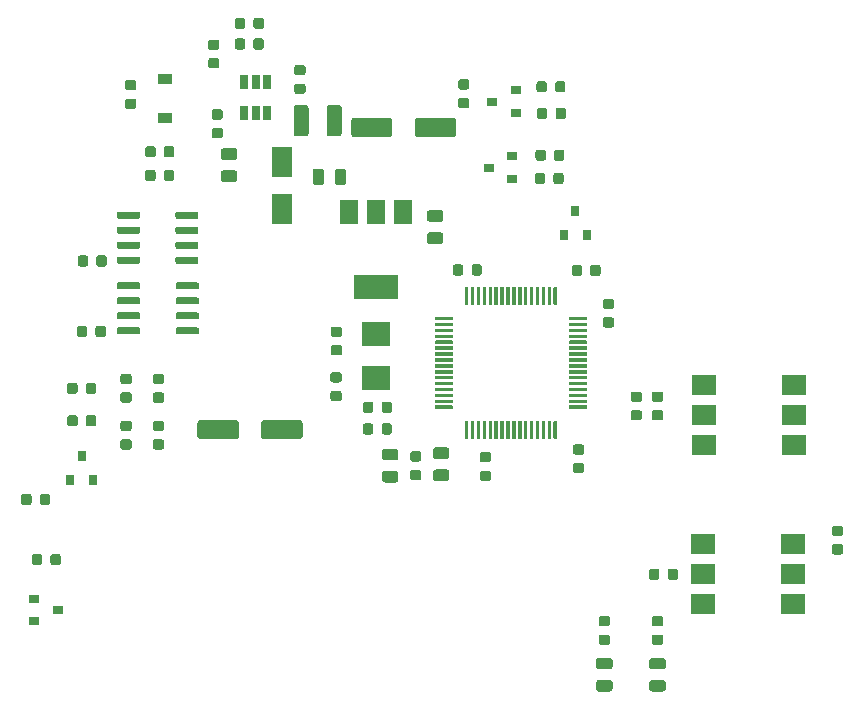
<source format=gbr>
G04 #@! TF.GenerationSoftware,KiCad,Pcbnew,(5.1.5)-3*
G04 #@! TF.CreationDate,2020-02-19T20:56:23+00:00*
G04 #@! TF.ProjectId,Isolator CAN SMT,49736f6c-6174-46f7-9220-43414e20534d,rev?*
G04 #@! TF.SameCoordinates,Original*
G04 #@! TF.FileFunction,Paste,Top*
G04 #@! TF.FilePolarity,Positive*
%FSLAX46Y46*%
G04 Gerber Fmt 4.6, Leading zero omitted, Abs format (unit mm)*
G04 Created by KiCad (PCBNEW (5.1.5)-3) date 2020-02-19 20:56:23*
%MOMM*%
%LPD*%
G04 APERTURE LIST*
%ADD10C,0.100000*%
%ADD11R,1.800000X2.500000*%
%ADD12R,2.000000X1.780000*%
%ADD13R,1.200000X0.900000*%
%ADD14R,0.800000X0.900000*%
%ADD15R,0.900000X0.800000*%
%ADD16R,0.650000X1.220000*%
%ADD17R,3.800000X2.000000*%
%ADD18R,1.500000X2.000000*%
%ADD19R,2.400000X2.000000*%
G04 APERTURE END LIST*
D10*
G36*
X113299703Y-61105222D02*
G01*
X113314264Y-61107382D01*
X113328543Y-61110959D01*
X113342403Y-61115918D01*
X113355710Y-61122212D01*
X113368336Y-61129780D01*
X113380159Y-61138548D01*
X113391066Y-61148434D01*
X113400952Y-61159341D01*
X113409720Y-61171164D01*
X113417288Y-61183790D01*
X113423582Y-61197097D01*
X113428541Y-61210957D01*
X113432118Y-61225236D01*
X113434278Y-61239797D01*
X113435000Y-61254500D01*
X113435000Y-61554500D01*
X113434278Y-61569203D01*
X113432118Y-61583764D01*
X113428541Y-61598043D01*
X113423582Y-61611903D01*
X113417288Y-61625210D01*
X113409720Y-61637836D01*
X113400952Y-61649659D01*
X113391066Y-61660566D01*
X113380159Y-61670452D01*
X113368336Y-61679220D01*
X113355710Y-61686788D01*
X113342403Y-61693082D01*
X113328543Y-61698041D01*
X113314264Y-61701618D01*
X113299703Y-61703778D01*
X113285000Y-61704500D01*
X111635000Y-61704500D01*
X111620297Y-61703778D01*
X111605736Y-61701618D01*
X111591457Y-61698041D01*
X111577597Y-61693082D01*
X111564290Y-61686788D01*
X111551664Y-61679220D01*
X111539841Y-61670452D01*
X111528934Y-61660566D01*
X111519048Y-61649659D01*
X111510280Y-61637836D01*
X111502712Y-61625210D01*
X111496418Y-61611903D01*
X111491459Y-61598043D01*
X111487882Y-61583764D01*
X111485722Y-61569203D01*
X111485000Y-61554500D01*
X111485000Y-61254500D01*
X111485722Y-61239797D01*
X111487882Y-61225236D01*
X111491459Y-61210957D01*
X111496418Y-61197097D01*
X111502712Y-61183790D01*
X111510280Y-61171164D01*
X111519048Y-61159341D01*
X111528934Y-61148434D01*
X111539841Y-61138548D01*
X111551664Y-61129780D01*
X111564290Y-61122212D01*
X111577597Y-61115918D01*
X111591457Y-61110959D01*
X111605736Y-61107382D01*
X111620297Y-61105222D01*
X111635000Y-61104500D01*
X113285000Y-61104500D01*
X113299703Y-61105222D01*
G37*
G36*
X113299703Y-59835222D02*
G01*
X113314264Y-59837382D01*
X113328543Y-59840959D01*
X113342403Y-59845918D01*
X113355710Y-59852212D01*
X113368336Y-59859780D01*
X113380159Y-59868548D01*
X113391066Y-59878434D01*
X113400952Y-59889341D01*
X113409720Y-59901164D01*
X113417288Y-59913790D01*
X113423582Y-59927097D01*
X113428541Y-59940957D01*
X113432118Y-59955236D01*
X113434278Y-59969797D01*
X113435000Y-59984500D01*
X113435000Y-60284500D01*
X113434278Y-60299203D01*
X113432118Y-60313764D01*
X113428541Y-60328043D01*
X113423582Y-60341903D01*
X113417288Y-60355210D01*
X113409720Y-60367836D01*
X113400952Y-60379659D01*
X113391066Y-60390566D01*
X113380159Y-60400452D01*
X113368336Y-60409220D01*
X113355710Y-60416788D01*
X113342403Y-60423082D01*
X113328543Y-60428041D01*
X113314264Y-60431618D01*
X113299703Y-60433778D01*
X113285000Y-60434500D01*
X111635000Y-60434500D01*
X111620297Y-60433778D01*
X111605736Y-60431618D01*
X111591457Y-60428041D01*
X111577597Y-60423082D01*
X111564290Y-60416788D01*
X111551664Y-60409220D01*
X111539841Y-60400452D01*
X111528934Y-60390566D01*
X111519048Y-60379659D01*
X111510280Y-60367836D01*
X111502712Y-60355210D01*
X111496418Y-60341903D01*
X111491459Y-60328043D01*
X111487882Y-60313764D01*
X111485722Y-60299203D01*
X111485000Y-60284500D01*
X111485000Y-59984500D01*
X111485722Y-59969797D01*
X111487882Y-59955236D01*
X111491459Y-59940957D01*
X111496418Y-59927097D01*
X111502712Y-59913790D01*
X111510280Y-59901164D01*
X111519048Y-59889341D01*
X111528934Y-59878434D01*
X111539841Y-59868548D01*
X111551664Y-59859780D01*
X111564290Y-59852212D01*
X111577597Y-59845918D01*
X111591457Y-59840959D01*
X111605736Y-59837382D01*
X111620297Y-59835222D01*
X111635000Y-59834500D01*
X113285000Y-59834500D01*
X113299703Y-59835222D01*
G37*
G36*
X113299703Y-58565222D02*
G01*
X113314264Y-58567382D01*
X113328543Y-58570959D01*
X113342403Y-58575918D01*
X113355710Y-58582212D01*
X113368336Y-58589780D01*
X113380159Y-58598548D01*
X113391066Y-58608434D01*
X113400952Y-58619341D01*
X113409720Y-58631164D01*
X113417288Y-58643790D01*
X113423582Y-58657097D01*
X113428541Y-58670957D01*
X113432118Y-58685236D01*
X113434278Y-58699797D01*
X113435000Y-58714500D01*
X113435000Y-59014500D01*
X113434278Y-59029203D01*
X113432118Y-59043764D01*
X113428541Y-59058043D01*
X113423582Y-59071903D01*
X113417288Y-59085210D01*
X113409720Y-59097836D01*
X113400952Y-59109659D01*
X113391066Y-59120566D01*
X113380159Y-59130452D01*
X113368336Y-59139220D01*
X113355710Y-59146788D01*
X113342403Y-59153082D01*
X113328543Y-59158041D01*
X113314264Y-59161618D01*
X113299703Y-59163778D01*
X113285000Y-59164500D01*
X111635000Y-59164500D01*
X111620297Y-59163778D01*
X111605736Y-59161618D01*
X111591457Y-59158041D01*
X111577597Y-59153082D01*
X111564290Y-59146788D01*
X111551664Y-59139220D01*
X111539841Y-59130452D01*
X111528934Y-59120566D01*
X111519048Y-59109659D01*
X111510280Y-59097836D01*
X111502712Y-59085210D01*
X111496418Y-59071903D01*
X111491459Y-59058043D01*
X111487882Y-59043764D01*
X111485722Y-59029203D01*
X111485000Y-59014500D01*
X111485000Y-58714500D01*
X111485722Y-58699797D01*
X111487882Y-58685236D01*
X111491459Y-58670957D01*
X111496418Y-58657097D01*
X111502712Y-58643790D01*
X111510280Y-58631164D01*
X111519048Y-58619341D01*
X111528934Y-58608434D01*
X111539841Y-58598548D01*
X111551664Y-58589780D01*
X111564290Y-58582212D01*
X111577597Y-58575918D01*
X111591457Y-58570959D01*
X111605736Y-58567382D01*
X111620297Y-58565222D01*
X111635000Y-58564500D01*
X113285000Y-58564500D01*
X113299703Y-58565222D01*
G37*
G36*
X113299703Y-57295222D02*
G01*
X113314264Y-57297382D01*
X113328543Y-57300959D01*
X113342403Y-57305918D01*
X113355710Y-57312212D01*
X113368336Y-57319780D01*
X113380159Y-57328548D01*
X113391066Y-57338434D01*
X113400952Y-57349341D01*
X113409720Y-57361164D01*
X113417288Y-57373790D01*
X113423582Y-57387097D01*
X113428541Y-57400957D01*
X113432118Y-57415236D01*
X113434278Y-57429797D01*
X113435000Y-57444500D01*
X113435000Y-57744500D01*
X113434278Y-57759203D01*
X113432118Y-57773764D01*
X113428541Y-57788043D01*
X113423582Y-57801903D01*
X113417288Y-57815210D01*
X113409720Y-57827836D01*
X113400952Y-57839659D01*
X113391066Y-57850566D01*
X113380159Y-57860452D01*
X113368336Y-57869220D01*
X113355710Y-57876788D01*
X113342403Y-57883082D01*
X113328543Y-57888041D01*
X113314264Y-57891618D01*
X113299703Y-57893778D01*
X113285000Y-57894500D01*
X111635000Y-57894500D01*
X111620297Y-57893778D01*
X111605736Y-57891618D01*
X111591457Y-57888041D01*
X111577597Y-57883082D01*
X111564290Y-57876788D01*
X111551664Y-57869220D01*
X111539841Y-57860452D01*
X111528934Y-57850566D01*
X111519048Y-57839659D01*
X111510280Y-57827836D01*
X111502712Y-57815210D01*
X111496418Y-57801903D01*
X111491459Y-57788043D01*
X111487882Y-57773764D01*
X111485722Y-57759203D01*
X111485000Y-57744500D01*
X111485000Y-57444500D01*
X111485722Y-57429797D01*
X111487882Y-57415236D01*
X111491459Y-57400957D01*
X111496418Y-57387097D01*
X111502712Y-57373790D01*
X111510280Y-57361164D01*
X111519048Y-57349341D01*
X111528934Y-57338434D01*
X111539841Y-57328548D01*
X111551664Y-57319780D01*
X111564290Y-57312212D01*
X111577597Y-57305918D01*
X111591457Y-57300959D01*
X111605736Y-57297382D01*
X111620297Y-57295222D01*
X111635000Y-57294500D01*
X113285000Y-57294500D01*
X113299703Y-57295222D01*
G37*
G36*
X118249703Y-57295222D02*
G01*
X118264264Y-57297382D01*
X118278543Y-57300959D01*
X118292403Y-57305918D01*
X118305710Y-57312212D01*
X118318336Y-57319780D01*
X118330159Y-57328548D01*
X118341066Y-57338434D01*
X118350952Y-57349341D01*
X118359720Y-57361164D01*
X118367288Y-57373790D01*
X118373582Y-57387097D01*
X118378541Y-57400957D01*
X118382118Y-57415236D01*
X118384278Y-57429797D01*
X118385000Y-57444500D01*
X118385000Y-57744500D01*
X118384278Y-57759203D01*
X118382118Y-57773764D01*
X118378541Y-57788043D01*
X118373582Y-57801903D01*
X118367288Y-57815210D01*
X118359720Y-57827836D01*
X118350952Y-57839659D01*
X118341066Y-57850566D01*
X118330159Y-57860452D01*
X118318336Y-57869220D01*
X118305710Y-57876788D01*
X118292403Y-57883082D01*
X118278543Y-57888041D01*
X118264264Y-57891618D01*
X118249703Y-57893778D01*
X118235000Y-57894500D01*
X116585000Y-57894500D01*
X116570297Y-57893778D01*
X116555736Y-57891618D01*
X116541457Y-57888041D01*
X116527597Y-57883082D01*
X116514290Y-57876788D01*
X116501664Y-57869220D01*
X116489841Y-57860452D01*
X116478934Y-57850566D01*
X116469048Y-57839659D01*
X116460280Y-57827836D01*
X116452712Y-57815210D01*
X116446418Y-57801903D01*
X116441459Y-57788043D01*
X116437882Y-57773764D01*
X116435722Y-57759203D01*
X116435000Y-57744500D01*
X116435000Y-57444500D01*
X116435722Y-57429797D01*
X116437882Y-57415236D01*
X116441459Y-57400957D01*
X116446418Y-57387097D01*
X116452712Y-57373790D01*
X116460280Y-57361164D01*
X116469048Y-57349341D01*
X116478934Y-57338434D01*
X116489841Y-57328548D01*
X116501664Y-57319780D01*
X116514290Y-57312212D01*
X116527597Y-57305918D01*
X116541457Y-57300959D01*
X116555736Y-57297382D01*
X116570297Y-57295222D01*
X116585000Y-57294500D01*
X118235000Y-57294500D01*
X118249703Y-57295222D01*
G37*
G36*
X118249703Y-58565222D02*
G01*
X118264264Y-58567382D01*
X118278543Y-58570959D01*
X118292403Y-58575918D01*
X118305710Y-58582212D01*
X118318336Y-58589780D01*
X118330159Y-58598548D01*
X118341066Y-58608434D01*
X118350952Y-58619341D01*
X118359720Y-58631164D01*
X118367288Y-58643790D01*
X118373582Y-58657097D01*
X118378541Y-58670957D01*
X118382118Y-58685236D01*
X118384278Y-58699797D01*
X118385000Y-58714500D01*
X118385000Y-59014500D01*
X118384278Y-59029203D01*
X118382118Y-59043764D01*
X118378541Y-59058043D01*
X118373582Y-59071903D01*
X118367288Y-59085210D01*
X118359720Y-59097836D01*
X118350952Y-59109659D01*
X118341066Y-59120566D01*
X118330159Y-59130452D01*
X118318336Y-59139220D01*
X118305710Y-59146788D01*
X118292403Y-59153082D01*
X118278543Y-59158041D01*
X118264264Y-59161618D01*
X118249703Y-59163778D01*
X118235000Y-59164500D01*
X116585000Y-59164500D01*
X116570297Y-59163778D01*
X116555736Y-59161618D01*
X116541457Y-59158041D01*
X116527597Y-59153082D01*
X116514290Y-59146788D01*
X116501664Y-59139220D01*
X116489841Y-59130452D01*
X116478934Y-59120566D01*
X116469048Y-59109659D01*
X116460280Y-59097836D01*
X116452712Y-59085210D01*
X116446418Y-59071903D01*
X116441459Y-59058043D01*
X116437882Y-59043764D01*
X116435722Y-59029203D01*
X116435000Y-59014500D01*
X116435000Y-58714500D01*
X116435722Y-58699797D01*
X116437882Y-58685236D01*
X116441459Y-58670957D01*
X116446418Y-58657097D01*
X116452712Y-58643790D01*
X116460280Y-58631164D01*
X116469048Y-58619341D01*
X116478934Y-58608434D01*
X116489841Y-58598548D01*
X116501664Y-58589780D01*
X116514290Y-58582212D01*
X116527597Y-58575918D01*
X116541457Y-58570959D01*
X116555736Y-58567382D01*
X116570297Y-58565222D01*
X116585000Y-58564500D01*
X118235000Y-58564500D01*
X118249703Y-58565222D01*
G37*
G36*
X118249703Y-59835222D02*
G01*
X118264264Y-59837382D01*
X118278543Y-59840959D01*
X118292403Y-59845918D01*
X118305710Y-59852212D01*
X118318336Y-59859780D01*
X118330159Y-59868548D01*
X118341066Y-59878434D01*
X118350952Y-59889341D01*
X118359720Y-59901164D01*
X118367288Y-59913790D01*
X118373582Y-59927097D01*
X118378541Y-59940957D01*
X118382118Y-59955236D01*
X118384278Y-59969797D01*
X118385000Y-59984500D01*
X118385000Y-60284500D01*
X118384278Y-60299203D01*
X118382118Y-60313764D01*
X118378541Y-60328043D01*
X118373582Y-60341903D01*
X118367288Y-60355210D01*
X118359720Y-60367836D01*
X118350952Y-60379659D01*
X118341066Y-60390566D01*
X118330159Y-60400452D01*
X118318336Y-60409220D01*
X118305710Y-60416788D01*
X118292403Y-60423082D01*
X118278543Y-60428041D01*
X118264264Y-60431618D01*
X118249703Y-60433778D01*
X118235000Y-60434500D01*
X116585000Y-60434500D01*
X116570297Y-60433778D01*
X116555736Y-60431618D01*
X116541457Y-60428041D01*
X116527597Y-60423082D01*
X116514290Y-60416788D01*
X116501664Y-60409220D01*
X116489841Y-60400452D01*
X116478934Y-60390566D01*
X116469048Y-60379659D01*
X116460280Y-60367836D01*
X116452712Y-60355210D01*
X116446418Y-60341903D01*
X116441459Y-60328043D01*
X116437882Y-60313764D01*
X116435722Y-60299203D01*
X116435000Y-60284500D01*
X116435000Y-59984500D01*
X116435722Y-59969797D01*
X116437882Y-59955236D01*
X116441459Y-59940957D01*
X116446418Y-59927097D01*
X116452712Y-59913790D01*
X116460280Y-59901164D01*
X116469048Y-59889341D01*
X116478934Y-59878434D01*
X116489841Y-59868548D01*
X116501664Y-59859780D01*
X116514290Y-59852212D01*
X116527597Y-59845918D01*
X116541457Y-59840959D01*
X116555736Y-59837382D01*
X116570297Y-59835222D01*
X116585000Y-59834500D01*
X118235000Y-59834500D01*
X118249703Y-59835222D01*
G37*
G36*
X118249703Y-61105222D02*
G01*
X118264264Y-61107382D01*
X118278543Y-61110959D01*
X118292403Y-61115918D01*
X118305710Y-61122212D01*
X118318336Y-61129780D01*
X118330159Y-61138548D01*
X118341066Y-61148434D01*
X118350952Y-61159341D01*
X118359720Y-61171164D01*
X118367288Y-61183790D01*
X118373582Y-61197097D01*
X118378541Y-61210957D01*
X118382118Y-61225236D01*
X118384278Y-61239797D01*
X118385000Y-61254500D01*
X118385000Y-61554500D01*
X118384278Y-61569203D01*
X118382118Y-61583764D01*
X118378541Y-61598043D01*
X118373582Y-61611903D01*
X118367288Y-61625210D01*
X118359720Y-61637836D01*
X118350952Y-61649659D01*
X118341066Y-61660566D01*
X118330159Y-61670452D01*
X118318336Y-61679220D01*
X118305710Y-61686788D01*
X118292403Y-61693082D01*
X118278543Y-61698041D01*
X118264264Y-61701618D01*
X118249703Y-61703778D01*
X118235000Y-61704500D01*
X116585000Y-61704500D01*
X116570297Y-61703778D01*
X116555736Y-61701618D01*
X116541457Y-61698041D01*
X116527597Y-61693082D01*
X116514290Y-61686788D01*
X116501664Y-61679220D01*
X116489841Y-61670452D01*
X116478934Y-61660566D01*
X116469048Y-61649659D01*
X116460280Y-61637836D01*
X116452712Y-61625210D01*
X116446418Y-61611903D01*
X116441459Y-61598043D01*
X116437882Y-61583764D01*
X116435722Y-61569203D01*
X116435000Y-61554500D01*
X116435000Y-61254500D01*
X116435722Y-61239797D01*
X116437882Y-61225236D01*
X116441459Y-61210957D01*
X116446418Y-61197097D01*
X116452712Y-61183790D01*
X116460280Y-61171164D01*
X116469048Y-61159341D01*
X116478934Y-61148434D01*
X116489841Y-61138548D01*
X116501664Y-61129780D01*
X116514290Y-61122212D01*
X116527597Y-61115918D01*
X116541457Y-61110959D01*
X116555736Y-61107382D01*
X116570297Y-61105222D01*
X116585000Y-61104500D01*
X118235000Y-61104500D01*
X118249703Y-61105222D01*
G37*
G36*
X141175851Y-63654361D02*
G01*
X141183132Y-63655441D01*
X141190271Y-63657229D01*
X141197201Y-63659709D01*
X141203855Y-63662856D01*
X141210168Y-63666640D01*
X141216079Y-63671024D01*
X141221533Y-63675967D01*
X141226476Y-63681421D01*
X141230860Y-63687332D01*
X141234644Y-63693645D01*
X141237791Y-63700299D01*
X141240271Y-63707229D01*
X141242059Y-63714368D01*
X141243139Y-63721649D01*
X141243500Y-63729000D01*
X141243500Y-65129000D01*
X141243139Y-65136351D01*
X141242059Y-65143632D01*
X141240271Y-65150771D01*
X141237791Y-65157701D01*
X141234644Y-65164355D01*
X141230860Y-65170668D01*
X141226476Y-65176579D01*
X141221533Y-65182033D01*
X141216079Y-65186976D01*
X141210168Y-65191360D01*
X141203855Y-65195144D01*
X141197201Y-65198291D01*
X141190271Y-65200771D01*
X141183132Y-65202559D01*
X141175851Y-65203639D01*
X141168500Y-65204000D01*
X141018500Y-65204000D01*
X141011149Y-65203639D01*
X141003868Y-65202559D01*
X140996729Y-65200771D01*
X140989799Y-65198291D01*
X140983145Y-65195144D01*
X140976832Y-65191360D01*
X140970921Y-65186976D01*
X140965467Y-65182033D01*
X140960524Y-65176579D01*
X140956140Y-65170668D01*
X140952356Y-65164355D01*
X140949209Y-65157701D01*
X140946729Y-65150771D01*
X140944941Y-65143632D01*
X140943861Y-65136351D01*
X140943500Y-65129000D01*
X140943500Y-63729000D01*
X140943861Y-63721649D01*
X140944941Y-63714368D01*
X140946729Y-63707229D01*
X140949209Y-63700299D01*
X140952356Y-63693645D01*
X140956140Y-63687332D01*
X140960524Y-63681421D01*
X140965467Y-63675967D01*
X140970921Y-63671024D01*
X140976832Y-63666640D01*
X140983145Y-63662856D01*
X140989799Y-63659709D01*
X140996729Y-63657229D01*
X141003868Y-63655441D01*
X141011149Y-63654361D01*
X141018500Y-63654000D01*
X141168500Y-63654000D01*
X141175851Y-63654361D01*
G37*
G36*
X141675851Y-63654361D02*
G01*
X141683132Y-63655441D01*
X141690271Y-63657229D01*
X141697201Y-63659709D01*
X141703855Y-63662856D01*
X141710168Y-63666640D01*
X141716079Y-63671024D01*
X141721533Y-63675967D01*
X141726476Y-63681421D01*
X141730860Y-63687332D01*
X141734644Y-63693645D01*
X141737791Y-63700299D01*
X141740271Y-63707229D01*
X141742059Y-63714368D01*
X141743139Y-63721649D01*
X141743500Y-63729000D01*
X141743500Y-65129000D01*
X141743139Y-65136351D01*
X141742059Y-65143632D01*
X141740271Y-65150771D01*
X141737791Y-65157701D01*
X141734644Y-65164355D01*
X141730860Y-65170668D01*
X141726476Y-65176579D01*
X141721533Y-65182033D01*
X141716079Y-65186976D01*
X141710168Y-65191360D01*
X141703855Y-65195144D01*
X141697201Y-65198291D01*
X141690271Y-65200771D01*
X141683132Y-65202559D01*
X141675851Y-65203639D01*
X141668500Y-65204000D01*
X141518500Y-65204000D01*
X141511149Y-65203639D01*
X141503868Y-65202559D01*
X141496729Y-65200771D01*
X141489799Y-65198291D01*
X141483145Y-65195144D01*
X141476832Y-65191360D01*
X141470921Y-65186976D01*
X141465467Y-65182033D01*
X141460524Y-65176579D01*
X141456140Y-65170668D01*
X141452356Y-65164355D01*
X141449209Y-65157701D01*
X141446729Y-65150771D01*
X141444941Y-65143632D01*
X141443861Y-65136351D01*
X141443500Y-65129000D01*
X141443500Y-63729000D01*
X141443861Y-63721649D01*
X141444941Y-63714368D01*
X141446729Y-63707229D01*
X141449209Y-63700299D01*
X141452356Y-63693645D01*
X141456140Y-63687332D01*
X141460524Y-63681421D01*
X141465467Y-63675967D01*
X141470921Y-63671024D01*
X141476832Y-63666640D01*
X141483145Y-63662856D01*
X141489799Y-63659709D01*
X141496729Y-63657229D01*
X141503868Y-63655441D01*
X141511149Y-63654361D01*
X141518500Y-63654000D01*
X141668500Y-63654000D01*
X141675851Y-63654361D01*
G37*
G36*
X142175851Y-63654361D02*
G01*
X142183132Y-63655441D01*
X142190271Y-63657229D01*
X142197201Y-63659709D01*
X142203855Y-63662856D01*
X142210168Y-63666640D01*
X142216079Y-63671024D01*
X142221533Y-63675967D01*
X142226476Y-63681421D01*
X142230860Y-63687332D01*
X142234644Y-63693645D01*
X142237791Y-63700299D01*
X142240271Y-63707229D01*
X142242059Y-63714368D01*
X142243139Y-63721649D01*
X142243500Y-63729000D01*
X142243500Y-65129000D01*
X142243139Y-65136351D01*
X142242059Y-65143632D01*
X142240271Y-65150771D01*
X142237791Y-65157701D01*
X142234644Y-65164355D01*
X142230860Y-65170668D01*
X142226476Y-65176579D01*
X142221533Y-65182033D01*
X142216079Y-65186976D01*
X142210168Y-65191360D01*
X142203855Y-65195144D01*
X142197201Y-65198291D01*
X142190271Y-65200771D01*
X142183132Y-65202559D01*
X142175851Y-65203639D01*
X142168500Y-65204000D01*
X142018500Y-65204000D01*
X142011149Y-65203639D01*
X142003868Y-65202559D01*
X141996729Y-65200771D01*
X141989799Y-65198291D01*
X141983145Y-65195144D01*
X141976832Y-65191360D01*
X141970921Y-65186976D01*
X141965467Y-65182033D01*
X141960524Y-65176579D01*
X141956140Y-65170668D01*
X141952356Y-65164355D01*
X141949209Y-65157701D01*
X141946729Y-65150771D01*
X141944941Y-65143632D01*
X141943861Y-65136351D01*
X141943500Y-65129000D01*
X141943500Y-63729000D01*
X141943861Y-63721649D01*
X141944941Y-63714368D01*
X141946729Y-63707229D01*
X141949209Y-63700299D01*
X141952356Y-63693645D01*
X141956140Y-63687332D01*
X141960524Y-63681421D01*
X141965467Y-63675967D01*
X141970921Y-63671024D01*
X141976832Y-63666640D01*
X141983145Y-63662856D01*
X141989799Y-63659709D01*
X141996729Y-63657229D01*
X142003868Y-63655441D01*
X142011149Y-63654361D01*
X142018500Y-63654000D01*
X142168500Y-63654000D01*
X142175851Y-63654361D01*
G37*
G36*
X142675851Y-63654361D02*
G01*
X142683132Y-63655441D01*
X142690271Y-63657229D01*
X142697201Y-63659709D01*
X142703855Y-63662856D01*
X142710168Y-63666640D01*
X142716079Y-63671024D01*
X142721533Y-63675967D01*
X142726476Y-63681421D01*
X142730860Y-63687332D01*
X142734644Y-63693645D01*
X142737791Y-63700299D01*
X142740271Y-63707229D01*
X142742059Y-63714368D01*
X142743139Y-63721649D01*
X142743500Y-63729000D01*
X142743500Y-65129000D01*
X142743139Y-65136351D01*
X142742059Y-65143632D01*
X142740271Y-65150771D01*
X142737791Y-65157701D01*
X142734644Y-65164355D01*
X142730860Y-65170668D01*
X142726476Y-65176579D01*
X142721533Y-65182033D01*
X142716079Y-65186976D01*
X142710168Y-65191360D01*
X142703855Y-65195144D01*
X142697201Y-65198291D01*
X142690271Y-65200771D01*
X142683132Y-65202559D01*
X142675851Y-65203639D01*
X142668500Y-65204000D01*
X142518500Y-65204000D01*
X142511149Y-65203639D01*
X142503868Y-65202559D01*
X142496729Y-65200771D01*
X142489799Y-65198291D01*
X142483145Y-65195144D01*
X142476832Y-65191360D01*
X142470921Y-65186976D01*
X142465467Y-65182033D01*
X142460524Y-65176579D01*
X142456140Y-65170668D01*
X142452356Y-65164355D01*
X142449209Y-65157701D01*
X142446729Y-65150771D01*
X142444941Y-65143632D01*
X142443861Y-65136351D01*
X142443500Y-65129000D01*
X142443500Y-63729000D01*
X142443861Y-63721649D01*
X142444941Y-63714368D01*
X142446729Y-63707229D01*
X142449209Y-63700299D01*
X142452356Y-63693645D01*
X142456140Y-63687332D01*
X142460524Y-63681421D01*
X142465467Y-63675967D01*
X142470921Y-63671024D01*
X142476832Y-63666640D01*
X142483145Y-63662856D01*
X142489799Y-63659709D01*
X142496729Y-63657229D01*
X142503868Y-63655441D01*
X142511149Y-63654361D01*
X142518500Y-63654000D01*
X142668500Y-63654000D01*
X142675851Y-63654361D01*
G37*
G36*
X143175851Y-63654361D02*
G01*
X143183132Y-63655441D01*
X143190271Y-63657229D01*
X143197201Y-63659709D01*
X143203855Y-63662856D01*
X143210168Y-63666640D01*
X143216079Y-63671024D01*
X143221533Y-63675967D01*
X143226476Y-63681421D01*
X143230860Y-63687332D01*
X143234644Y-63693645D01*
X143237791Y-63700299D01*
X143240271Y-63707229D01*
X143242059Y-63714368D01*
X143243139Y-63721649D01*
X143243500Y-63729000D01*
X143243500Y-65129000D01*
X143243139Y-65136351D01*
X143242059Y-65143632D01*
X143240271Y-65150771D01*
X143237791Y-65157701D01*
X143234644Y-65164355D01*
X143230860Y-65170668D01*
X143226476Y-65176579D01*
X143221533Y-65182033D01*
X143216079Y-65186976D01*
X143210168Y-65191360D01*
X143203855Y-65195144D01*
X143197201Y-65198291D01*
X143190271Y-65200771D01*
X143183132Y-65202559D01*
X143175851Y-65203639D01*
X143168500Y-65204000D01*
X143018500Y-65204000D01*
X143011149Y-65203639D01*
X143003868Y-65202559D01*
X142996729Y-65200771D01*
X142989799Y-65198291D01*
X142983145Y-65195144D01*
X142976832Y-65191360D01*
X142970921Y-65186976D01*
X142965467Y-65182033D01*
X142960524Y-65176579D01*
X142956140Y-65170668D01*
X142952356Y-65164355D01*
X142949209Y-65157701D01*
X142946729Y-65150771D01*
X142944941Y-65143632D01*
X142943861Y-65136351D01*
X142943500Y-65129000D01*
X142943500Y-63729000D01*
X142943861Y-63721649D01*
X142944941Y-63714368D01*
X142946729Y-63707229D01*
X142949209Y-63700299D01*
X142952356Y-63693645D01*
X142956140Y-63687332D01*
X142960524Y-63681421D01*
X142965467Y-63675967D01*
X142970921Y-63671024D01*
X142976832Y-63666640D01*
X142983145Y-63662856D01*
X142989799Y-63659709D01*
X142996729Y-63657229D01*
X143003868Y-63655441D01*
X143011149Y-63654361D01*
X143018500Y-63654000D01*
X143168500Y-63654000D01*
X143175851Y-63654361D01*
G37*
G36*
X143675851Y-63654361D02*
G01*
X143683132Y-63655441D01*
X143690271Y-63657229D01*
X143697201Y-63659709D01*
X143703855Y-63662856D01*
X143710168Y-63666640D01*
X143716079Y-63671024D01*
X143721533Y-63675967D01*
X143726476Y-63681421D01*
X143730860Y-63687332D01*
X143734644Y-63693645D01*
X143737791Y-63700299D01*
X143740271Y-63707229D01*
X143742059Y-63714368D01*
X143743139Y-63721649D01*
X143743500Y-63729000D01*
X143743500Y-65129000D01*
X143743139Y-65136351D01*
X143742059Y-65143632D01*
X143740271Y-65150771D01*
X143737791Y-65157701D01*
X143734644Y-65164355D01*
X143730860Y-65170668D01*
X143726476Y-65176579D01*
X143721533Y-65182033D01*
X143716079Y-65186976D01*
X143710168Y-65191360D01*
X143703855Y-65195144D01*
X143697201Y-65198291D01*
X143690271Y-65200771D01*
X143683132Y-65202559D01*
X143675851Y-65203639D01*
X143668500Y-65204000D01*
X143518500Y-65204000D01*
X143511149Y-65203639D01*
X143503868Y-65202559D01*
X143496729Y-65200771D01*
X143489799Y-65198291D01*
X143483145Y-65195144D01*
X143476832Y-65191360D01*
X143470921Y-65186976D01*
X143465467Y-65182033D01*
X143460524Y-65176579D01*
X143456140Y-65170668D01*
X143452356Y-65164355D01*
X143449209Y-65157701D01*
X143446729Y-65150771D01*
X143444941Y-65143632D01*
X143443861Y-65136351D01*
X143443500Y-65129000D01*
X143443500Y-63729000D01*
X143443861Y-63721649D01*
X143444941Y-63714368D01*
X143446729Y-63707229D01*
X143449209Y-63700299D01*
X143452356Y-63693645D01*
X143456140Y-63687332D01*
X143460524Y-63681421D01*
X143465467Y-63675967D01*
X143470921Y-63671024D01*
X143476832Y-63666640D01*
X143483145Y-63662856D01*
X143489799Y-63659709D01*
X143496729Y-63657229D01*
X143503868Y-63655441D01*
X143511149Y-63654361D01*
X143518500Y-63654000D01*
X143668500Y-63654000D01*
X143675851Y-63654361D01*
G37*
G36*
X144175851Y-63654361D02*
G01*
X144183132Y-63655441D01*
X144190271Y-63657229D01*
X144197201Y-63659709D01*
X144203855Y-63662856D01*
X144210168Y-63666640D01*
X144216079Y-63671024D01*
X144221533Y-63675967D01*
X144226476Y-63681421D01*
X144230860Y-63687332D01*
X144234644Y-63693645D01*
X144237791Y-63700299D01*
X144240271Y-63707229D01*
X144242059Y-63714368D01*
X144243139Y-63721649D01*
X144243500Y-63729000D01*
X144243500Y-65129000D01*
X144243139Y-65136351D01*
X144242059Y-65143632D01*
X144240271Y-65150771D01*
X144237791Y-65157701D01*
X144234644Y-65164355D01*
X144230860Y-65170668D01*
X144226476Y-65176579D01*
X144221533Y-65182033D01*
X144216079Y-65186976D01*
X144210168Y-65191360D01*
X144203855Y-65195144D01*
X144197201Y-65198291D01*
X144190271Y-65200771D01*
X144183132Y-65202559D01*
X144175851Y-65203639D01*
X144168500Y-65204000D01*
X144018500Y-65204000D01*
X144011149Y-65203639D01*
X144003868Y-65202559D01*
X143996729Y-65200771D01*
X143989799Y-65198291D01*
X143983145Y-65195144D01*
X143976832Y-65191360D01*
X143970921Y-65186976D01*
X143965467Y-65182033D01*
X143960524Y-65176579D01*
X143956140Y-65170668D01*
X143952356Y-65164355D01*
X143949209Y-65157701D01*
X143946729Y-65150771D01*
X143944941Y-65143632D01*
X143943861Y-65136351D01*
X143943500Y-65129000D01*
X143943500Y-63729000D01*
X143943861Y-63721649D01*
X143944941Y-63714368D01*
X143946729Y-63707229D01*
X143949209Y-63700299D01*
X143952356Y-63693645D01*
X143956140Y-63687332D01*
X143960524Y-63681421D01*
X143965467Y-63675967D01*
X143970921Y-63671024D01*
X143976832Y-63666640D01*
X143983145Y-63662856D01*
X143989799Y-63659709D01*
X143996729Y-63657229D01*
X144003868Y-63655441D01*
X144011149Y-63654361D01*
X144018500Y-63654000D01*
X144168500Y-63654000D01*
X144175851Y-63654361D01*
G37*
G36*
X144675851Y-63654361D02*
G01*
X144683132Y-63655441D01*
X144690271Y-63657229D01*
X144697201Y-63659709D01*
X144703855Y-63662856D01*
X144710168Y-63666640D01*
X144716079Y-63671024D01*
X144721533Y-63675967D01*
X144726476Y-63681421D01*
X144730860Y-63687332D01*
X144734644Y-63693645D01*
X144737791Y-63700299D01*
X144740271Y-63707229D01*
X144742059Y-63714368D01*
X144743139Y-63721649D01*
X144743500Y-63729000D01*
X144743500Y-65129000D01*
X144743139Y-65136351D01*
X144742059Y-65143632D01*
X144740271Y-65150771D01*
X144737791Y-65157701D01*
X144734644Y-65164355D01*
X144730860Y-65170668D01*
X144726476Y-65176579D01*
X144721533Y-65182033D01*
X144716079Y-65186976D01*
X144710168Y-65191360D01*
X144703855Y-65195144D01*
X144697201Y-65198291D01*
X144690271Y-65200771D01*
X144683132Y-65202559D01*
X144675851Y-65203639D01*
X144668500Y-65204000D01*
X144518500Y-65204000D01*
X144511149Y-65203639D01*
X144503868Y-65202559D01*
X144496729Y-65200771D01*
X144489799Y-65198291D01*
X144483145Y-65195144D01*
X144476832Y-65191360D01*
X144470921Y-65186976D01*
X144465467Y-65182033D01*
X144460524Y-65176579D01*
X144456140Y-65170668D01*
X144452356Y-65164355D01*
X144449209Y-65157701D01*
X144446729Y-65150771D01*
X144444941Y-65143632D01*
X144443861Y-65136351D01*
X144443500Y-65129000D01*
X144443500Y-63729000D01*
X144443861Y-63721649D01*
X144444941Y-63714368D01*
X144446729Y-63707229D01*
X144449209Y-63700299D01*
X144452356Y-63693645D01*
X144456140Y-63687332D01*
X144460524Y-63681421D01*
X144465467Y-63675967D01*
X144470921Y-63671024D01*
X144476832Y-63666640D01*
X144483145Y-63662856D01*
X144489799Y-63659709D01*
X144496729Y-63657229D01*
X144503868Y-63655441D01*
X144511149Y-63654361D01*
X144518500Y-63654000D01*
X144668500Y-63654000D01*
X144675851Y-63654361D01*
G37*
G36*
X145175851Y-63654361D02*
G01*
X145183132Y-63655441D01*
X145190271Y-63657229D01*
X145197201Y-63659709D01*
X145203855Y-63662856D01*
X145210168Y-63666640D01*
X145216079Y-63671024D01*
X145221533Y-63675967D01*
X145226476Y-63681421D01*
X145230860Y-63687332D01*
X145234644Y-63693645D01*
X145237791Y-63700299D01*
X145240271Y-63707229D01*
X145242059Y-63714368D01*
X145243139Y-63721649D01*
X145243500Y-63729000D01*
X145243500Y-65129000D01*
X145243139Y-65136351D01*
X145242059Y-65143632D01*
X145240271Y-65150771D01*
X145237791Y-65157701D01*
X145234644Y-65164355D01*
X145230860Y-65170668D01*
X145226476Y-65176579D01*
X145221533Y-65182033D01*
X145216079Y-65186976D01*
X145210168Y-65191360D01*
X145203855Y-65195144D01*
X145197201Y-65198291D01*
X145190271Y-65200771D01*
X145183132Y-65202559D01*
X145175851Y-65203639D01*
X145168500Y-65204000D01*
X145018500Y-65204000D01*
X145011149Y-65203639D01*
X145003868Y-65202559D01*
X144996729Y-65200771D01*
X144989799Y-65198291D01*
X144983145Y-65195144D01*
X144976832Y-65191360D01*
X144970921Y-65186976D01*
X144965467Y-65182033D01*
X144960524Y-65176579D01*
X144956140Y-65170668D01*
X144952356Y-65164355D01*
X144949209Y-65157701D01*
X144946729Y-65150771D01*
X144944941Y-65143632D01*
X144943861Y-65136351D01*
X144943500Y-65129000D01*
X144943500Y-63729000D01*
X144943861Y-63721649D01*
X144944941Y-63714368D01*
X144946729Y-63707229D01*
X144949209Y-63700299D01*
X144952356Y-63693645D01*
X144956140Y-63687332D01*
X144960524Y-63681421D01*
X144965467Y-63675967D01*
X144970921Y-63671024D01*
X144976832Y-63666640D01*
X144983145Y-63662856D01*
X144989799Y-63659709D01*
X144996729Y-63657229D01*
X145003868Y-63655441D01*
X145011149Y-63654361D01*
X145018500Y-63654000D01*
X145168500Y-63654000D01*
X145175851Y-63654361D01*
G37*
G36*
X145675851Y-63654361D02*
G01*
X145683132Y-63655441D01*
X145690271Y-63657229D01*
X145697201Y-63659709D01*
X145703855Y-63662856D01*
X145710168Y-63666640D01*
X145716079Y-63671024D01*
X145721533Y-63675967D01*
X145726476Y-63681421D01*
X145730860Y-63687332D01*
X145734644Y-63693645D01*
X145737791Y-63700299D01*
X145740271Y-63707229D01*
X145742059Y-63714368D01*
X145743139Y-63721649D01*
X145743500Y-63729000D01*
X145743500Y-65129000D01*
X145743139Y-65136351D01*
X145742059Y-65143632D01*
X145740271Y-65150771D01*
X145737791Y-65157701D01*
X145734644Y-65164355D01*
X145730860Y-65170668D01*
X145726476Y-65176579D01*
X145721533Y-65182033D01*
X145716079Y-65186976D01*
X145710168Y-65191360D01*
X145703855Y-65195144D01*
X145697201Y-65198291D01*
X145690271Y-65200771D01*
X145683132Y-65202559D01*
X145675851Y-65203639D01*
X145668500Y-65204000D01*
X145518500Y-65204000D01*
X145511149Y-65203639D01*
X145503868Y-65202559D01*
X145496729Y-65200771D01*
X145489799Y-65198291D01*
X145483145Y-65195144D01*
X145476832Y-65191360D01*
X145470921Y-65186976D01*
X145465467Y-65182033D01*
X145460524Y-65176579D01*
X145456140Y-65170668D01*
X145452356Y-65164355D01*
X145449209Y-65157701D01*
X145446729Y-65150771D01*
X145444941Y-65143632D01*
X145443861Y-65136351D01*
X145443500Y-65129000D01*
X145443500Y-63729000D01*
X145443861Y-63721649D01*
X145444941Y-63714368D01*
X145446729Y-63707229D01*
X145449209Y-63700299D01*
X145452356Y-63693645D01*
X145456140Y-63687332D01*
X145460524Y-63681421D01*
X145465467Y-63675967D01*
X145470921Y-63671024D01*
X145476832Y-63666640D01*
X145483145Y-63662856D01*
X145489799Y-63659709D01*
X145496729Y-63657229D01*
X145503868Y-63655441D01*
X145511149Y-63654361D01*
X145518500Y-63654000D01*
X145668500Y-63654000D01*
X145675851Y-63654361D01*
G37*
G36*
X146175851Y-63654361D02*
G01*
X146183132Y-63655441D01*
X146190271Y-63657229D01*
X146197201Y-63659709D01*
X146203855Y-63662856D01*
X146210168Y-63666640D01*
X146216079Y-63671024D01*
X146221533Y-63675967D01*
X146226476Y-63681421D01*
X146230860Y-63687332D01*
X146234644Y-63693645D01*
X146237791Y-63700299D01*
X146240271Y-63707229D01*
X146242059Y-63714368D01*
X146243139Y-63721649D01*
X146243500Y-63729000D01*
X146243500Y-65129000D01*
X146243139Y-65136351D01*
X146242059Y-65143632D01*
X146240271Y-65150771D01*
X146237791Y-65157701D01*
X146234644Y-65164355D01*
X146230860Y-65170668D01*
X146226476Y-65176579D01*
X146221533Y-65182033D01*
X146216079Y-65186976D01*
X146210168Y-65191360D01*
X146203855Y-65195144D01*
X146197201Y-65198291D01*
X146190271Y-65200771D01*
X146183132Y-65202559D01*
X146175851Y-65203639D01*
X146168500Y-65204000D01*
X146018500Y-65204000D01*
X146011149Y-65203639D01*
X146003868Y-65202559D01*
X145996729Y-65200771D01*
X145989799Y-65198291D01*
X145983145Y-65195144D01*
X145976832Y-65191360D01*
X145970921Y-65186976D01*
X145965467Y-65182033D01*
X145960524Y-65176579D01*
X145956140Y-65170668D01*
X145952356Y-65164355D01*
X145949209Y-65157701D01*
X145946729Y-65150771D01*
X145944941Y-65143632D01*
X145943861Y-65136351D01*
X145943500Y-65129000D01*
X145943500Y-63729000D01*
X145943861Y-63721649D01*
X145944941Y-63714368D01*
X145946729Y-63707229D01*
X145949209Y-63700299D01*
X145952356Y-63693645D01*
X145956140Y-63687332D01*
X145960524Y-63681421D01*
X145965467Y-63675967D01*
X145970921Y-63671024D01*
X145976832Y-63666640D01*
X145983145Y-63662856D01*
X145989799Y-63659709D01*
X145996729Y-63657229D01*
X146003868Y-63655441D01*
X146011149Y-63654361D01*
X146018500Y-63654000D01*
X146168500Y-63654000D01*
X146175851Y-63654361D01*
G37*
G36*
X146675851Y-63654361D02*
G01*
X146683132Y-63655441D01*
X146690271Y-63657229D01*
X146697201Y-63659709D01*
X146703855Y-63662856D01*
X146710168Y-63666640D01*
X146716079Y-63671024D01*
X146721533Y-63675967D01*
X146726476Y-63681421D01*
X146730860Y-63687332D01*
X146734644Y-63693645D01*
X146737791Y-63700299D01*
X146740271Y-63707229D01*
X146742059Y-63714368D01*
X146743139Y-63721649D01*
X146743500Y-63729000D01*
X146743500Y-65129000D01*
X146743139Y-65136351D01*
X146742059Y-65143632D01*
X146740271Y-65150771D01*
X146737791Y-65157701D01*
X146734644Y-65164355D01*
X146730860Y-65170668D01*
X146726476Y-65176579D01*
X146721533Y-65182033D01*
X146716079Y-65186976D01*
X146710168Y-65191360D01*
X146703855Y-65195144D01*
X146697201Y-65198291D01*
X146690271Y-65200771D01*
X146683132Y-65202559D01*
X146675851Y-65203639D01*
X146668500Y-65204000D01*
X146518500Y-65204000D01*
X146511149Y-65203639D01*
X146503868Y-65202559D01*
X146496729Y-65200771D01*
X146489799Y-65198291D01*
X146483145Y-65195144D01*
X146476832Y-65191360D01*
X146470921Y-65186976D01*
X146465467Y-65182033D01*
X146460524Y-65176579D01*
X146456140Y-65170668D01*
X146452356Y-65164355D01*
X146449209Y-65157701D01*
X146446729Y-65150771D01*
X146444941Y-65143632D01*
X146443861Y-65136351D01*
X146443500Y-65129000D01*
X146443500Y-63729000D01*
X146443861Y-63721649D01*
X146444941Y-63714368D01*
X146446729Y-63707229D01*
X146449209Y-63700299D01*
X146452356Y-63693645D01*
X146456140Y-63687332D01*
X146460524Y-63681421D01*
X146465467Y-63675967D01*
X146470921Y-63671024D01*
X146476832Y-63666640D01*
X146483145Y-63662856D01*
X146489799Y-63659709D01*
X146496729Y-63657229D01*
X146503868Y-63655441D01*
X146511149Y-63654361D01*
X146518500Y-63654000D01*
X146668500Y-63654000D01*
X146675851Y-63654361D01*
G37*
G36*
X147175851Y-63654361D02*
G01*
X147183132Y-63655441D01*
X147190271Y-63657229D01*
X147197201Y-63659709D01*
X147203855Y-63662856D01*
X147210168Y-63666640D01*
X147216079Y-63671024D01*
X147221533Y-63675967D01*
X147226476Y-63681421D01*
X147230860Y-63687332D01*
X147234644Y-63693645D01*
X147237791Y-63700299D01*
X147240271Y-63707229D01*
X147242059Y-63714368D01*
X147243139Y-63721649D01*
X147243500Y-63729000D01*
X147243500Y-65129000D01*
X147243139Y-65136351D01*
X147242059Y-65143632D01*
X147240271Y-65150771D01*
X147237791Y-65157701D01*
X147234644Y-65164355D01*
X147230860Y-65170668D01*
X147226476Y-65176579D01*
X147221533Y-65182033D01*
X147216079Y-65186976D01*
X147210168Y-65191360D01*
X147203855Y-65195144D01*
X147197201Y-65198291D01*
X147190271Y-65200771D01*
X147183132Y-65202559D01*
X147175851Y-65203639D01*
X147168500Y-65204000D01*
X147018500Y-65204000D01*
X147011149Y-65203639D01*
X147003868Y-65202559D01*
X146996729Y-65200771D01*
X146989799Y-65198291D01*
X146983145Y-65195144D01*
X146976832Y-65191360D01*
X146970921Y-65186976D01*
X146965467Y-65182033D01*
X146960524Y-65176579D01*
X146956140Y-65170668D01*
X146952356Y-65164355D01*
X146949209Y-65157701D01*
X146946729Y-65150771D01*
X146944941Y-65143632D01*
X146943861Y-65136351D01*
X146943500Y-65129000D01*
X146943500Y-63729000D01*
X146943861Y-63721649D01*
X146944941Y-63714368D01*
X146946729Y-63707229D01*
X146949209Y-63700299D01*
X146952356Y-63693645D01*
X146956140Y-63687332D01*
X146960524Y-63681421D01*
X146965467Y-63675967D01*
X146970921Y-63671024D01*
X146976832Y-63666640D01*
X146983145Y-63662856D01*
X146989799Y-63659709D01*
X146996729Y-63657229D01*
X147003868Y-63655441D01*
X147011149Y-63654361D01*
X147018500Y-63654000D01*
X147168500Y-63654000D01*
X147175851Y-63654361D01*
G37*
G36*
X147675851Y-63654361D02*
G01*
X147683132Y-63655441D01*
X147690271Y-63657229D01*
X147697201Y-63659709D01*
X147703855Y-63662856D01*
X147710168Y-63666640D01*
X147716079Y-63671024D01*
X147721533Y-63675967D01*
X147726476Y-63681421D01*
X147730860Y-63687332D01*
X147734644Y-63693645D01*
X147737791Y-63700299D01*
X147740271Y-63707229D01*
X147742059Y-63714368D01*
X147743139Y-63721649D01*
X147743500Y-63729000D01*
X147743500Y-65129000D01*
X147743139Y-65136351D01*
X147742059Y-65143632D01*
X147740271Y-65150771D01*
X147737791Y-65157701D01*
X147734644Y-65164355D01*
X147730860Y-65170668D01*
X147726476Y-65176579D01*
X147721533Y-65182033D01*
X147716079Y-65186976D01*
X147710168Y-65191360D01*
X147703855Y-65195144D01*
X147697201Y-65198291D01*
X147690271Y-65200771D01*
X147683132Y-65202559D01*
X147675851Y-65203639D01*
X147668500Y-65204000D01*
X147518500Y-65204000D01*
X147511149Y-65203639D01*
X147503868Y-65202559D01*
X147496729Y-65200771D01*
X147489799Y-65198291D01*
X147483145Y-65195144D01*
X147476832Y-65191360D01*
X147470921Y-65186976D01*
X147465467Y-65182033D01*
X147460524Y-65176579D01*
X147456140Y-65170668D01*
X147452356Y-65164355D01*
X147449209Y-65157701D01*
X147446729Y-65150771D01*
X147444941Y-65143632D01*
X147443861Y-65136351D01*
X147443500Y-65129000D01*
X147443500Y-63729000D01*
X147443861Y-63721649D01*
X147444941Y-63714368D01*
X147446729Y-63707229D01*
X147449209Y-63700299D01*
X147452356Y-63693645D01*
X147456140Y-63687332D01*
X147460524Y-63681421D01*
X147465467Y-63675967D01*
X147470921Y-63671024D01*
X147476832Y-63666640D01*
X147483145Y-63662856D01*
X147489799Y-63659709D01*
X147496729Y-63657229D01*
X147503868Y-63655441D01*
X147511149Y-63654361D01*
X147518500Y-63654000D01*
X147668500Y-63654000D01*
X147675851Y-63654361D01*
G37*
G36*
X148175851Y-63654361D02*
G01*
X148183132Y-63655441D01*
X148190271Y-63657229D01*
X148197201Y-63659709D01*
X148203855Y-63662856D01*
X148210168Y-63666640D01*
X148216079Y-63671024D01*
X148221533Y-63675967D01*
X148226476Y-63681421D01*
X148230860Y-63687332D01*
X148234644Y-63693645D01*
X148237791Y-63700299D01*
X148240271Y-63707229D01*
X148242059Y-63714368D01*
X148243139Y-63721649D01*
X148243500Y-63729000D01*
X148243500Y-65129000D01*
X148243139Y-65136351D01*
X148242059Y-65143632D01*
X148240271Y-65150771D01*
X148237791Y-65157701D01*
X148234644Y-65164355D01*
X148230860Y-65170668D01*
X148226476Y-65176579D01*
X148221533Y-65182033D01*
X148216079Y-65186976D01*
X148210168Y-65191360D01*
X148203855Y-65195144D01*
X148197201Y-65198291D01*
X148190271Y-65200771D01*
X148183132Y-65202559D01*
X148175851Y-65203639D01*
X148168500Y-65204000D01*
X148018500Y-65204000D01*
X148011149Y-65203639D01*
X148003868Y-65202559D01*
X147996729Y-65200771D01*
X147989799Y-65198291D01*
X147983145Y-65195144D01*
X147976832Y-65191360D01*
X147970921Y-65186976D01*
X147965467Y-65182033D01*
X147960524Y-65176579D01*
X147956140Y-65170668D01*
X147952356Y-65164355D01*
X147949209Y-65157701D01*
X147946729Y-65150771D01*
X147944941Y-65143632D01*
X147943861Y-65136351D01*
X147943500Y-65129000D01*
X147943500Y-63729000D01*
X147943861Y-63721649D01*
X147944941Y-63714368D01*
X147946729Y-63707229D01*
X147949209Y-63700299D01*
X147952356Y-63693645D01*
X147956140Y-63687332D01*
X147960524Y-63681421D01*
X147965467Y-63675967D01*
X147970921Y-63671024D01*
X147976832Y-63666640D01*
X147983145Y-63662856D01*
X147989799Y-63659709D01*
X147996729Y-63657229D01*
X148003868Y-63655441D01*
X148011149Y-63654361D01*
X148018500Y-63654000D01*
X148168500Y-63654000D01*
X148175851Y-63654361D01*
G37*
G36*
X148675851Y-63654361D02*
G01*
X148683132Y-63655441D01*
X148690271Y-63657229D01*
X148697201Y-63659709D01*
X148703855Y-63662856D01*
X148710168Y-63666640D01*
X148716079Y-63671024D01*
X148721533Y-63675967D01*
X148726476Y-63681421D01*
X148730860Y-63687332D01*
X148734644Y-63693645D01*
X148737791Y-63700299D01*
X148740271Y-63707229D01*
X148742059Y-63714368D01*
X148743139Y-63721649D01*
X148743500Y-63729000D01*
X148743500Y-65129000D01*
X148743139Y-65136351D01*
X148742059Y-65143632D01*
X148740271Y-65150771D01*
X148737791Y-65157701D01*
X148734644Y-65164355D01*
X148730860Y-65170668D01*
X148726476Y-65176579D01*
X148721533Y-65182033D01*
X148716079Y-65186976D01*
X148710168Y-65191360D01*
X148703855Y-65195144D01*
X148697201Y-65198291D01*
X148690271Y-65200771D01*
X148683132Y-65202559D01*
X148675851Y-65203639D01*
X148668500Y-65204000D01*
X148518500Y-65204000D01*
X148511149Y-65203639D01*
X148503868Y-65202559D01*
X148496729Y-65200771D01*
X148489799Y-65198291D01*
X148483145Y-65195144D01*
X148476832Y-65191360D01*
X148470921Y-65186976D01*
X148465467Y-65182033D01*
X148460524Y-65176579D01*
X148456140Y-65170668D01*
X148452356Y-65164355D01*
X148449209Y-65157701D01*
X148446729Y-65150771D01*
X148444941Y-65143632D01*
X148443861Y-65136351D01*
X148443500Y-65129000D01*
X148443500Y-63729000D01*
X148443861Y-63721649D01*
X148444941Y-63714368D01*
X148446729Y-63707229D01*
X148449209Y-63700299D01*
X148452356Y-63693645D01*
X148456140Y-63687332D01*
X148460524Y-63681421D01*
X148465467Y-63675967D01*
X148470921Y-63671024D01*
X148476832Y-63666640D01*
X148483145Y-63662856D01*
X148489799Y-63659709D01*
X148496729Y-63657229D01*
X148503868Y-63655441D01*
X148511149Y-63654361D01*
X148518500Y-63654000D01*
X148668500Y-63654000D01*
X148675851Y-63654361D01*
G37*
G36*
X151225851Y-66204361D02*
G01*
X151233132Y-66205441D01*
X151240271Y-66207229D01*
X151247201Y-66209709D01*
X151253855Y-66212856D01*
X151260168Y-66216640D01*
X151266079Y-66221024D01*
X151271533Y-66225967D01*
X151276476Y-66231421D01*
X151280860Y-66237332D01*
X151284644Y-66243645D01*
X151287791Y-66250299D01*
X151290271Y-66257229D01*
X151292059Y-66264368D01*
X151293139Y-66271649D01*
X151293500Y-66279000D01*
X151293500Y-66429000D01*
X151293139Y-66436351D01*
X151292059Y-66443632D01*
X151290271Y-66450771D01*
X151287791Y-66457701D01*
X151284644Y-66464355D01*
X151280860Y-66470668D01*
X151276476Y-66476579D01*
X151271533Y-66482033D01*
X151266079Y-66486976D01*
X151260168Y-66491360D01*
X151253855Y-66495144D01*
X151247201Y-66498291D01*
X151240271Y-66500771D01*
X151233132Y-66502559D01*
X151225851Y-66503639D01*
X151218500Y-66504000D01*
X149818500Y-66504000D01*
X149811149Y-66503639D01*
X149803868Y-66502559D01*
X149796729Y-66500771D01*
X149789799Y-66498291D01*
X149783145Y-66495144D01*
X149776832Y-66491360D01*
X149770921Y-66486976D01*
X149765467Y-66482033D01*
X149760524Y-66476579D01*
X149756140Y-66470668D01*
X149752356Y-66464355D01*
X149749209Y-66457701D01*
X149746729Y-66450771D01*
X149744941Y-66443632D01*
X149743861Y-66436351D01*
X149743500Y-66429000D01*
X149743500Y-66279000D01*
X149743861Y-66271649D01*
X149744941Y-66264368D01*
X149746729Y-66257229D01*
X149749209Y-66250299D01*
X149752356Y-66243645D01*
X149756140Y-66237332D01*
X149760524Y-66231421D01*
X149765467Y-66225967D01*
X149770921Y-66221024D01*
X149776832Y-66216640D01*
X149783145Y-66212856D01*
X149789799Y-66209709D01*
X149796729Y-66207229D01*
X149803868Y-66205441D01*
X149811149Y-66204361D01*
X149818500Y-66204000D01*
X151218500Y-66204000D01*
X151225851Y-66204361D01*
G37*
G36*
X151225851Y-66704361D02*
G01*
X151233132Y-66705441D01*
X151240271Y-66707229D01*
X151247201Y-66709709D01*
X151253855Y-66712856D01*
X151260168Y-66716640D01*
X151266079Y-66721024D01*
X151271533Y-66725967D01*
X151276476Y-66731421D01*
X151280860Y-66737332D01*
X151284644Y-66743645D01*
X151287791Y-66750299D01*
X151290271Y-66757229D01*
X151292059Y-66764368D01*
X151293139Y-66771649D01*
X151293500Y-66779000D01*
X151293500Y-66929000D01*
X151293139Y-66936351D01*
X151292059Y-66943632D01*
X151290271Y-66950771D01*
X151287791Y-66957701D01*
X151284644Y-66964355D01*
X151280860Y-66970668D01*
X151276476Y-66976579D01*
X151271533Y-66982033D01*
X151266079Y-66986976D01*
X151260168Y-66991360D01*
X151253855Y-66995144D01*
X151247201Y-66998291D01*
X151240271Y-67000771D01*
X151233132Y-67002559D01*
X151225851Y-67003639D01*
X151218500Y-67004000D01*
X149818500Y-67004000D01*
X149811149Y-67003639D01*
X149803868Y-67002559D01*
X149796729Y-67000771D01*
X149789799Y-66998291D01*
X149783145Y-66995144D01*
X149776832Y-66991360D01*
X149770921Y-66986976D01*
X149765467Y-66982033D01*
X149760524Y-66976579D01*
X149756140Y-66970668D01*
X149752356Y-66964355D01*
X149749209Y-66957701D01*
X149746729Y-66950771D01*
X149744941Y-66943632D01*
X149743861Y-66936351D01*
X149743500Y-66929000D01*
X149743500Y-66779000D01*
X149743861Y-66771649D01*
X149744941Y-66764368D01*
X149746729Y-66757229D01*
X149749209Y-66750299D01*
X149752356Y-66743645D01*
X149756140Y-66737332D01*
X149760524Y-66731421D01*
X149765467Y-66725967D01*
X149770921Y-66721024D01*
X149776832Y-66716640D01*
X149783145Y-66712856D01*
X149789799Y-66709709D01*
X149796729Y-66707229D01*
X149803868Y-66705441D01*
X149811149Y-66704361D01*
X149818500Y-66704000D01*
X151218500Y-66704000D01*
X151225851Y-66704361D01*
G37*
G36*
X151225851Y-67204361D02*
G01*
X151233132Y-67205441D01*
X151240271Y-67207229D01*
X151247201Y-67209709D01*
X151253855Y-67212856D01*
X151260168Y-67216640D01*
X151266079Y-67221024D01*
X151271533Y-67225967D01*
X151276476Y-67231421D01*
X151280860Y-67237332D01*
X151284644Y-67243645D01*
X151287791Y-67250299D01*
X151290271Y-67257229D01*
X151292059Y-67264368D01*
X151293139Y-67271649D01*
X151293500Y-67279000D01*
X151293500Y-67429000D01*
X151293139Y-67436351D01*
X151292059Y-67443632D01*
X151290271Y-67450771D01*
X151287791Y-67457701D01*
X151284644Y-67464355D01*
X151280860Y-67470668D01*
X151276476Y-67476579D01*
X151271533Y-67482033D01*
X151266079Y-67486976D01*
X151260168Y-67491360D01*
X151253855Y-67495144D01*
X151247201Y-67498291D01*
X151240271Y-67500771D01*
X151233132Y-67502559D01*
X151225851Y-67503639D01*
X151218500Y-67504000D01*
X149818500Y-67504000D01*
X149811149Y-67503639D01*
X149803868Y-67502559D01*
X149796729Y-67500771D01*
X149789799Y-67498291D01*
X149783145Y-67495144D01*
X149776832Y-67491360D01*
X149770921Y-67486976D01*
X149765467Y-67482033D01*
X149760524Y-67476579D01*
X149756140Y-67470668D01*
X149752356Y-67464355D01*
X149749209Y-67457701D01*
X149746729Y-67450771D01*
X149744941Y-67443632D01*
X149743861Y-67436351D01*
X149743500Y-67429000D01*
X149743500Y-67279000D01*
X149743861Y-67271649D01*
X149744941Y-67264368D01*
X149746729Y-67257229D01*
X149749209Y-67250299D01*
X149752356Y-67243645D01*
X149756140Y-67237332D01*
X149760524Y-67231421D01*
X149765467Y-67225967D01*
X149770921Y-67221024D01*
X149776832Y-67216640D01*
X149783145Y-67212856D01*
X149789799Y-67209709D01*
X149796729Y-67207229D01*
X149803868Y-67205441D01*
X149811149Y-67204361D01*
X149818500Y-67204000D01*
X151218500Y-67204000D01*
X151225851Y-67204361D01*
G37*
G36*
X151225851Y-67704361D02*
G01*
X151233132Y-67705441D01*
X151240271Y-67707229D01*
X151247201Y-67709709D01*
X151253855Y-67712856D01*
X151260168Y-67716640D01*
X151266079Y-67721024D01*
X151271533Y-67725967D01*
X151276476Y-67731421D01*
X151280860Y-67737332D01*
X151284644Y-67743645D01*
X151287791Y-67750299D01*
X151290271Y-67757229D01*
X151292059Y-67764368D01*
X151293139Y-67771649D01*
X151293500Y-67779000D01*
X151293500Y-67929000D01*
X151293139Y-67936351D01*
X151292059Y-67943632D01*
X151290271Y-67950771D01*
X151287791Y-67957701D01*
X151284644Y-67964355D01*
X151280860Y-67970668D01*
X151276476Y-67976579D01*
X151271533Y-67982033D01*
X151266079Y-67986976D01*
X151260168Y-67991360D01*
X151253855Y-67995144D01*
X151247201Y-67998291D01*
X151240271Y-68000771D01*
X151233132Y-68002559D01*
X151225851Y-68003639D01*
X151218500Y-68004000D01*
X149818500Y-68004000D01*
X149811149Y-68003639D01*
X149803868Y-68002559D01*
X149796729Y-68000771D01*
X149789799Y-67998291D01*
X149783145Y-67995144D01*
X149776832Y-67991360D01*
X149770921Y-67986976D01*
X149765467Y-67982033D01*
X149760524Y-67976579D01*
X149756140Y-67970668D01*
X149752356Y-67964355D01*
X149749209Y-67957701D01*
X149746729Y-67950771D01*
X149744941Y-67943632D01*
X149743861Y-67936351D01*
X149743500Y-67929000D01*
X149743500Y-67779000D01*
X149743861Y-67771649D01*
X149744941Y-67764368D01*
X149746729Y-67757229D01*
X149749209Y-67750299D01*
X149752356Y-67743645D01*
X149756140Y-67737332D01*
X149760524Y-67731421D01*
X149765467Y-67725967D01*
X149770921Y-67721024D01*
X149776832Y-67716640D01*
X149783145Y-67712856D01*
X149789799Y-67709709D01*
X149796729Y-67707229D01*
X149803868Y-67705441D01*
X149811149Y-67704361D01*
X149818500Y-67704000D01*
X151218500Y-67704000D01*
X151225851Y-67704361D01*
G37*
G36*
X151225851Y-68204361D02*
G01*
X151233132Y-68205441D01*
X151240271Y-68207229D01*
X151247201Y-68209709D01*
X151253855Y-68212856D01*
X151260168Y-68216640D01*
X151266079Y-68221024D01*
X151271533Y-68225967D01*
X151276476Y-68231421D01*
X151280860Y-68237332D01*
X151284644Y-68243645D01*
X151287791Y-68250299D01*
X151290271Y-68257229D01*
X151292059Y-68264368D01*
X151293139Y-68271649D01*
X151293500Y-68279000D01*
X151293500Y-68429000D01*
X151293139Y-68436351D01*
X151292059Y-68443632D01*
X151290271Y-68450771D01*
X151287791Y-68457701D01*
X151284644Y-68464355D01*
X151280860Y-68470668D01*
X151276476Y-68476579D01*
X151271533Y-68482033D01*
X151266079Y-68486976D01*
X151260168Y-68491360D01*
X151253855Y-68495144D01*
X151247201Y-68498291D01*
X151240271Y-68500771D01*
X151233132Y-68502559D01*
X151225851Y-68503639D01*
X151218500Y-68504000D01*
X149818500Y-68504000D01*
X149811149Y-68503639D01*
X149803868Y-68502559D01*
X149796729Y-68500771D01*
X149789799Y-68498291D01*
X149783145Y-68495144D01*
X149776832Y-68491360D01*
X149770921Y-68486976D01*
X149765467Y-68482033D01*
X149760524Y-68476579D01*
X149756140Y-68470668D01*
X149752356Y-68464355D01*
X149749209Y-68457701D01*
X149746729Y-68450771D01*
X149744941Y-68443632D01*
X149743861Y-68436351D01*
X149743500Y-68429000D01*
X149743500Y-68279000D01*
X149743861Y-68271649D01*
X149744941Y-68264368D01*
X149746729Y-68257229D01*
X149749209Y-68250299D01*
X149752356Y-68243645D01*
X149756140Y-68237332D01*
X149760524Y-68231421D01*
X149765467Y-68225967D01*
X149770921Y-68221024D01*
X149776832Y-68216640D01*
X149783145Y-68212856D01*
X149789799Y-68209709D01*
X149796729Y-68207229D01*
X149803868Y-68205441D01*
X149811149Y-68204361D01*
X149818500Y-68204000D01*
X151218500Y-68204000D01*
X151225851Y-68204361D01*
G37*
G36*
X151225851Y-68704361D02*
G01*
X151233132Y-68705441D01*
X151240271Y-68707229D01*
X151247201Y-68709709D01*
X151253855Y-68712856D01*
X151260168Y-68716640D01*
X151266079Y-68721024D01*
X151271533Y-68725967D01*
X151276476Y-68731421D01*
X151280860Y-68737332D01*
X151284644Y-68743645D01*
X151287791Y-68750299D01*
X151290271Y-68757229D01*
X151292059Y-68764368D01*
X151293139Y-68771649D01*
X151293500Y-68779000D01*
X151293500Y-68929000D01*
X151293139Y-68936351D01*
X151292059Y-68943632D01*
X151290271Y-68950771D01*
X151287791Y-68957701D01*
X151284644Y-68964355D01*
X151280860Y-68970668D01*
X151276476Y-68976579D01*
X151271533Y-68982033D01*
X151266079Y-68986976D01*
X151260168Y-68991360D01*
X151253855Y-68995144D01*
X151247201Y-68998291D01*
X151240271Y-69000771D01*
X151233132Y-69002559D01*
X151225851Y-69003639D01*
X151218500Y-69004000D01*
X149818500Y-69004000D01*
X149811149Y-69003639D01*
X149803868Y-69002559D01*
X149796729Y-69000771D01*
X149789799Y-68998291D01*
X149783145Y-68995144D01*
X149776832Y-68991360D01*
X149770921Y-68986976D01*
X149765467Y-68982033D01*
X149760524Y-68976579D01*
X149756140Y-68970668D01*
X149752356Y-68964355D01*
X149749209Y-68957701D01*
X149746729Y-68950771D01*
X149744941Y-68943632D01*
X149743861Y-68936351D01*
X149743500Y-68929000D01*
X149743500Y-68779000D01*
X149743861Y-68771649D01*
X149744941Y-68764368D01*
X149746729Y-68757229D01*
X149749209Y-68750299D01*
X149752356Y-68743645D01*
X149756140Y-68737332D01*
X149760524Y-68731421D01*
X149765467Y-68725967D01*
X149770921Y-68721024D01*
X149776832Y-68716640D01*
X149783145Y-68712856D01*
X149789799Y-68709709D01*
X149796729Y-68707229D01*
X149803868Y-68705441D01*
X149811149Y-68704361D01*
X149818500Y-68704000D01*
X151218500Y-68704000D01*
X151225851Y-68704361D01*
G37*
G36*
X151225851Y-69204361D02*
G01*
X151233132Y-69205441D01*
X151240271Y-69207229D01*
X151247201Y-69209709D01*
X151253855Y-69212856D01*
X151260168Y-69216640D01*
X151266079Y-69221024D01*
X151271533Y-69225967D01*
X151276476Y-69231421D01*
X151280860Y-69237332D01*
X151284644Y-69243645D01*
X151287791Y-69250299D01*
X151290271Y-69257229D01*
X151292059Y-69264368D01*
X151293139Y-69271649D01*
X151293500Y-69279000D01*
X151293500Y-69429000D01*
X151293139Y-69436351D01*
X151292059Y-69443632D01*
X151290271Y-69450771D01*
X151287791Y-69457701D01*
X151284644Y-69464355D01*
X151280860Y-69470668D01*
X151276476Y-69476579D01*
X151271533Y-69482033D01*
X151266079Y-69486976D01*
X151260168Y-69491360D01*
X151253855Y-69495144D01*
X151247201Y-69498291D01*
X151240271Y-69500771D01*
X151233132Y-69502559D01*
X151225851Y-69503639D01*
X151218500Y-69504000D01*
X149818500Y-69504000D01*
X149811149Y-69503639D01*
X149803868Y-69502559D01*
X149796729Y-69500771D01*
X149789799Y-69498291D01*
X149783145Y-69495144D01*
X149776832Y-69491360D01*
X149770921Y-69486976D01*
X149765467Y-69482033D01*
X149760524Y-69476579D01*
X149756140Y-69470668D01*
X149752356Y-69464355D01*
X149749209Y-69457701D01*
X149746729Y-69450771D01*
X149744941Y-69443632D01*
X149743861Y-69436351D01*
X149743500Y-69429000D01*
X149743500Y-69279000D01*
X149743861Y-69271649D01*
X149744941Y-69264368D01*
X149746729Y-69257229D01*
X149749209Y-69250299D01*
X149752356Y-69243645D01*
X149756140Y-69237332D01*
X149760524Y-69231421D01*
X149765467Y-69225967D01*
X149770921Y-69221024D01*
X149776832Y-69216640D01*
X149783145Y-69212856D01*
X149789799Y-69209709D01*
X149796729Y-69207229D01*
X149803868Y-69205441D01*
X149811149Y-69204361D01*
X149818500Y-69204000D01*
X151218500Y-69204000D01*
X151225851Y-69204361D01*
G37*
G36*
X151225851Y-69704361D02*
G01*
X151233132Y-69705441D01*
X151240271Y-69707229D01*
X151247201Y-69709709D01*
X151253855Y-69712856D01*
X151260168Y-69716640D01*
X151266079Y-69721024D01*
X151271533Y-69725967D01*
X151276476Y-69731421D01*
X151280860Y-69737332D01*
X151284644Y-69743645D01*
X151287791Y-69750299D01*
X151290271Y-69757229D01*
X151292059Y-69764368D01*
X151293139Y-69771649D01*
X151293500Y-69779000D01*
X151293500Y-69929000D01*
X151293139Y-69936351D01*
X151292059Y-69943632D01*
X151290271Y-69950771D01*
X151287791Y-69957701D01*
X151284644Y-69964355D01*
X151280860Y-69970668D01*
X151276476Y-69976579D01*
X151271533Y-69982033D01*
X151266079Y-69986976D01*
X151260168Y-69991360D01*
X151253855Y-69995144D01*
X151247201Y-69998291D01*
X151240271Y-70000771D01*
X151233132Y-70002559D01*
X151225851Y-70003639D01*
X151218500Y-70004000D01*
X149818500Y-70004000D01*
X149811149Y-70003639D01*
X149803868Y-70002559D01*
X149796729Y-70000771D01*
X149789799Y-69998291D01*
X149783145Y-69995144D01*
X149776832Y-69991360D01*
X149770921Y-69986976D01*
X149765467Y-69982033D01*
X149760524Y-69976579D01*
X149756140Y-69970668D01*
X149752356Y-69964355D01*
X149749209Y-69957701D01*
X149746729Y-69950771D01*
X149744941Y-69943632D01*
X149743861Y-69936351D01*
X149743500Y-69929000D01*
X149743500Y-69779000D01*
X149743861Y-69771649D01*
X149744941Y-69764368D01*
X149746729Y-69757229D01*
X149749209Y-69750299D01*
X149752356Y-69743645D01*
X149756140Y-69737332D01*
X149760524Y-69731421D01*
X149765467Y-69725967D01*
X149770921Y-69721024D01*
X149776832Y-69716640D01*
X149783145Y-69712856D01*
X149789799Y-69709709D01*
X149796729Y-69707229D01*
X149803868Y-69705441D01*
X149811149Y-69704361D01*
X149818500Y-69704000D01*
X151218500Y-69704000D01*
X151225851Y-69704361D01*
G37*
G36*
X151225851Y-70204361D02*
G01*
X151233132Y-70205441D01*
X151240271Y-70207229D01*
X151247201Y-70209709D01*
X151253855Y-70212856D01*
X151260168Y-70216640D01*
X151266079Y-70221024D01*
X151271533Y-70225967D01*
X151276476Y-70231421D01*
X151280860Y-70237332D01*
X151284644Y-70243645D01*
X151287791Y-70250299D01*
X151290271Y-70257229D01*
X151292059Y-70264368D01*
X151293139Y-70271649D01*
X151293500Y-70279000D01*
X151293500Y-70429000D01*
X151293139Y-70436351D01*
X151292059Y-70443632D01*
X151290271Y-70450771D01*
X151287791Y-70457701D01*
X151284644Y-70464355D01*
X151280860Y-70470668D01*
X151276476Y-70476579D01*
X151271533Y-70482033D01*
X151266079Y-70486976D01*
X151260168Y-70491360D01*
X151253855Y-70495144D01*
X151247201Y-70498291D01*
X151240271Y-70500771D01*
X151233132Y-70502559D01*
X151225851Y-70503639D01*
X151218500Y-70504000D01*
X149818500Y-70504000D01*
X149811149Y-70503639D01*
X149803868Y-70502559D01*
X149796729Y-70500771D01*
X149789799Y-70498291D01*
X149783145Y-70495144D01*
X149776832Y-70491360D01*
X149770921Y-70486976D01*
X149765467Y-70482033D01*
X149760524Y-70476579D01*
X149756140Y-70470668D01*
X149752356Y-70464355D01*
X149749209Y-70457701D01*
X149746729Y-70450771D01*
X149744941Y-70443632D01*
X149743861Y-70436351D01*
X149743500Y-70429000D01*
X149743500Y-70279000D01*
X149743861Y-70271649D01*
X149744941Y-70264368D01*
X149746729Y-70257229D01*
X149749209Y-70250299D01*
X149752356Y-70243645D01*
X149756140Y-70237332D01*
X149760524Y-70231421D01*
X149765467Y-70225967D01*
X149770921Y-70221024D01*
X149776832Y-70216640D01*
X149783145Y-70212856D01*
X149789799Y-70209709D01*
X149796729Y-70207229D01*
X149803868Y-70205441D01*
X149811149Y-70204361D01*
X149818500Y-70204000D01*
X151218500Y-70204000D01*
X151225851Y-70204361D01*
G37*
G36*
X151225851Y-70704361D02*
G01*
X151233132Y-70705441D01*
X151240271Y-70707229D01*
X151247201Y-70709709D01*
X151253855Y-70712856D01*
X151260168Y-70716640D01*
X151266079Y-70721024D01*
X151271533Y-70725967D01*
X151276476Y-70731421D01*
X151280860Y-70737332D01*
X151284644Y-70743645D01*
X151287791Y-70750299D01*
X151290271Y-70757229D01*
X151292059Y-70764368D01*
X151293139Y-70771649D01*
X151293500Y-70779000D01*
X151293500Y-70929000D01*
X151293139Y-70936351D01*
X151292059Y-70943632D01*
X151290271Y-70950771D01*
X151287791Y-70957701D01*
X151284644Y-70964355D01*
X151280860Y-70970668D01*
X151276476Y-70976579D01*
X151271533Y-70982033D01*
X151266079Y-70986976D01*
X151260168Y-70991360D01*
X151253855Y-70995144D01*
X151247201Y-70998291D01*
X151240271Y-71000771D01*
X151233132Y-71002559D01*
X151225851Y-71003639D01*
X151218500Y-71004000D01*
X149818500Y-71004000D01*
X149811149Y-71003639D01*
X149803868Y-71002559D01*
X149796729Y-71000771D01*
X149789799Y-70998291D01*
X149783145Y-70995144D01*
X149776832Y-70991360D01*
X149770921Y-70986976D01*
X149765467Y-70982033D01*
X149760524Y-70976579D01*
X149756140Y-70970668D01*
X149752356Y-70964355D01*
X149749209Y-70957701D01*
X149746729Y-70950771D01*
X149744941Y-70943632D01*
X149743861Y-70936351D01*
X149743500Y-70929000D01*
X149743500Y-70779000D01*
X149743861Y-70771649D01*
X149744941Y-70764368D01*
X149746729Y-70757229D01*
X149749209Y-70750299D01*
X149752356Y-70743645D01*
X149756140Y-70737332D01*
X149760524Y-70731421D01*
X149765467Y-70725967D01*
X149770921Y-70721024D01*
X149776832Y-70716640D01*
X149783145Y-70712856D01*
X149789799Y-70709709D01*
X149796729Y-70707229D01*
X149803868Y-70705441D01*
X149811149Y-70704361D01*
X149818500Y-70704000D01*
X151218500Y-70704000D01*
X151225851Y-70704361D01*
G37*
G36*
X151225851Y-71204361D02*
G01*
X151233132Y-71205441D01*
X151240271Y-71207229D01*
X151247201Y-71209709D01*
X151253855Y-71212856D01*
X151260168Y-71216640D01*
X151266079Y-71221024D01*
X151271533Y-71225967D01*
X151276476Y-71231421D01*
X151280860Y-71237332D01*
X151284644Y-71243645D01*
X151287791Y-71250299D01*
X151290271Y-71257229D01*
X151292059Y-71264368D01*
X151293139Y-71271649D01*
X151293500Y-71279000D01*
X151293500Y-71429000D01*
X151293139Y-71436351D01*
X151292059Y-71443632D01*
X151290271Y-71450771D01*
X151287791Y-71457701D01*
X151284644Y-71464355D01*
X151280860Y-71470668D01*
X151276476Y-71476579D01*
X151271533Y-71482033D01*
X151266079Y-71486976D01*
X151260168Y-71491360D01*
X151253855Y-71495144D01*
X151247201Y-71498291D01*
X151240271Y-71500771D01*
X151233132Y-71502559D01*
X151225851Y-71503639D01*
X151218500Y-71504000D01*
X149818500Y-71504000D01*
X149811149Y-71503639D01*
X149803868Y-71502559D01*
X149796729Y-71500771D01*
X149789799Y-71498291D01*
X149783145Y-71495144D01*
X149776832Y-71491360D01*
X149770921Y-71486976D01*
X149765467Y-71482033D01*
X149760524Y-71476579D01*
X149756140Y-71470668D01*
X149752356Y-71464355D01*
X149749209Y-71457701D01*
X149746729Y-71450771D01*
X149744941Y-71443632D01*
X149743861Y-71436351D01*
X149743500Y-71429000D01*
X149743500Y-71279000D01*
X149743861Y-71271649D01*
X149744941Y-71264368D01*
X149746729Y-71257229D01*
X149749209Y-71250299D01*
X149752356Y-71243645D01*
X149756140Y-71237332D01*
X149760524Y-71231421D01*
X149765467Y-71225967D01*
X149770921Y-71221024D01*
X149776832Y-71216640D01*
X149783145Y-71212856D01*
X149789799Y-71209709D01*
X149796729Y-71207229D01*
X149803868Y-71205441D01*
X149811149Y-71204361D01*
X149818500Y-71204000D01*
X151218500Y-71204000D01*
X151225851Y-71204361D01*
G37*
G36*
X151225851Y-71704361D02*
G01*
X151233132Y-71705441D01*
X151240271Y-71707229D01*
X151247201Y-71709709D01*
X151253855Y-71712856D01*
X151260168Y-71716640D01*
X151266079Y-71721024D01*
X151271533Y-71725967D01*
X151276476Y-71731421D01*
X151280860Y-71737332D01*
X151284644Y-71743645D01*
X151287791Y-71750299D01*
X151290271Y-71757229D01*
X151292059Y-71764368D01*
X151293139Y-71771649D01*
X151293500Y-71779000D01*
X151293500Y-71929000D01*
X151293139Y-71936351D01*
X151292059Y-71943632D01*
X151290271Y-71950771D01*
X151287791Y-71957701D01*
X151284644Y-71964355D01*
X151280860Y-71970668D01*
X151276476Y-71976579D01*
X151271533Y-71982033D01*
X151266079Y-71986976D01*
X151260168Y-71991360D01*
X151253855Y-71995144D01*
X151247201Y-71998291D01*
X151240271Y-72000771D01*
X151233132Y-72002559D01*
X151225851Y-72003639D01*
X151218500Y-72004000D01*
X149818500Y-72004000D01*
X149811149Y-72003639D01*
X149803868Y-72002559D01*
X149796729Y-72000771D01*
X149789799Y-71998291D01*
X149783145Y-71995144D01*
X149776832Y-71991360D01*
X149770921Y-71986976D01*
X149765467Y-71982033D01*
X149760524Y-71976579D01*
X149756140Y-71970668D01*
X149752356Y-71964355D01*
X149749209Y-71957701D01*
X149746729Y-71950771D01*
X149744941Y-71943632D01*
X149743861Y-71936351D01*
X149743500Y-71929000D01*
X149743500Y-71779000D01*
X149743861Y-71771649D01*
X149744941Y-71764368D01*
X149746729Y-71757229D01*
X149749209Y-71750299D01*
X149752356Y-71743645D01*
X149756140Y-71737332D01*
X149760524Y-71731421D01*
X149765467Y-71725967D01*
X149770921Y-71721024D01*
X149776832Y-71716640D01*
X149783145Y-71712856D01*
X149789799Y-71709709D01*
X149796729Y-71707229D01*
X149803868Y-71705441D01*
X149811149Y-71704361D01*
X149818500Y-71704000D01*
X151218500Y-71704000D01*
X151225851Y-71704361D01*
G37*
G36*
X151225851Y-72204361D02*
G01*
X151233132Y-72205441D01*
X151240271Y-72207229D01*
X151247201Y-72209709D01*
X151253855Y-72212856D01*
X151260168Y-72216640D01*
X151266079Y-72221024D01*
X151271533Y-72225967D01*
X151276476Y-72231421D01*
X151280860Y-72237332D01*
X151284644Y-72243645D01*
X151287791Y-72250299D01*
X151290271Y-72257229D01*
X151292059Y-72264368D01*
X151293139Y-72271649D01*
X151293500Y-72279000D01*
X151293500Y-72429000D01*
X151293139Y-72436351D01*
X151292059Y-72443632D01*
X151290271Y-72450771D01*
X151287791Y-72457701D01*
X151284644Y-72464355D01*
X151280860Y-72470668D01*
X151276476Y-72476579D01*
X151271533Y-72482033D01*
X151266079Y-72486976D01*
X151260168Y-72491360D01*
X151253855Y-72495144D01*
X151247201Y-72498291D01*
X151240271Y-72500771D01*
X151233132Y-72502559D01*
X151225851Y-72503639D01*
X151218500Y-72504000D01*
X149818500Y-72504000D01*
X149811149Y-72503639D01*
X149803868Y-72502559D01*
X149796729Y-72500771D01*
X149789799Y-72498291D01*
X149783145Y-72495144D01*
X149776832Y-72491360D01*
X149770921Y-72486976D01*
X149765467Y-72482033D01*
X149760524Y-72476579D01*
X149756140Y-72470668D01*
X149752356Y-72464355D01*
X149749209Y-72457701D01*
X149746729Y-72450771D01*
X149744941Y-72443632D01*
X149743861Y-72436351D01*
X149743500Y-72429000D01*
X149743500Y-72279000D01*
X149743861Y-72271649D01*
X149744941Y-72264368D01*
X149746729Y-72257229D01*
X149749209Y-72250299D01*
X149752356Y-72243645D01*
X149756140Y-72237332D01*
X149760524Y-72231421D01*
X149765467Y-72225967D01*
X149770921Y-72221024D01*
X149776832Y-72216640D01*
X149783145Y-72212856D01*
X149789799Y-72209709D01*
X149796729Y-72207229D01*
X149803868Y-72205441D01*
X149811149Y-72204361D01*
X149818500Y-72204000D01*
X151218500Y-72204000D01*
X151225851Y-72204361D01*
G37*
G36*
X151225851Y-72704361D02*
G01*
X151233132Y-72705441D01*
X151240271Y-72707229D01*
X151247201Y-72709709D01*
X151253855Y-72712856D01*
X151260168Y-72716640D01*
X151266079Y-72721024D01*
X151271533Y-72725967D01*
X151276476Y-72731421D01*
X151280860Y-72737332D01*
X151284644Y-72743645D01*
X151287791Y-72750299D01*
X151290271Y-72757229D01*
X151292059Y-72764368D01*
X151293139Y-72771649D01*
X151293500Y-72779000D01*
X151293500Y-72929000D01*
X151293139Y-72936351D01*
X151292059Y-72943632D01*
X151290271Y-72950771D01*
X151287791Y-72957701D01*
X151284644Y-72964355D01*
X151280860Y-72970668D01*
X151276476Y-72976579D01*
X151271533Y-72982033D01*
X151266079Y-72986976D01*
X151260168Y-72991360D01*
X151253855Y-72995144D01*
X151247201Y-72998291D01*
X151240271Y-73000771D01*
X151233132Y-73002559D01*
X151225851Y-73003639D01*
X151218500Y-73004000D01*
X149818500Y-73004000D01*
X149811149Y-73003639D01*
X149803868Y-73002559D01*
X149796729Y-73000771D01*
X149789799Y-72998291D01*
X149783145Y-72995144D01*
X149776832Y-72991360D01*
X149770921Y-72986976D01*
X149765467Y-72982033D01*
X149760524Y-72976579D01*
X149756140Y-72970668D01*
X149752356Y-72964355D01*
X149749209Y-72957701D01*
X149746729Y-72950771D01*
X149744941Y-72943632D01*
X149743861Y-72936351D01*
X149743500Y-72929000D01*
X149743500Y-72779000D01*
X149743861Y-72771649D01*
X149744941Y-72764368D01*
X149746729Y-72757229D01*
X149749209Y-72750299D01*
X149752356Y-72743645D01*
X149756140Y-72737332D01*
X149760524Y-72731421D01*
X149765467Y-72725967D01*
X149770921Y-72721024D01*
X149776832Y-72716640D01*
X149783145Y-72712856D01*
X149789799Y-72709709D01*
X149796729Y-72707229D01*
X149803868Y-72705441D01*
X149811149Y-72704361D01*
X149818500Y-72704000D01*
X151218500Y-72704000D01*
X151225851Y-72704361D01*
G37*
G36*
X151225851Y-73204361D02*
G01*
X151233132Y-73205441D01*
X151240271Y-73207229D01*
X151247201Y-73209709D01*
X151253855Y-73212856D01*
X151260168Y-73216640D01*
X151266079Y-73221024D01*
X151271533Y-73225967D01*
X151276476Y-73231421D01*
X151280860Y-73237332D01*
X151284644Y-73243645D01*
X151287791Y-73250299D01*
X151290271Y-73257229D01*
X151292059Y-73264368D01*
X151293139Y-73271649D01*
X151293500Y-73279000D01*
X151293500Y-73429000D01*
X151293139Y-73436351D01*
X151292059Y-73443632D01*
X151290271Y-73450771D01*
X151287791Y-73457701D01*
X151284644Y-73464355D01*
X151280860Y-73470668D01*
X151276476Y-73476579D01*
X151271533Y-73482033D01*
X151266079Y-73486976D01*
X151260168Y-73491360D01*
X151253855Y-73495144D01*
X151247201Y-73498291D01*
X151240271Y-73500771D01*
X151233132Y-73502559D01*
X151225851Y-73503639D01*
X151218500Y-73504000D01*
X149818500Y-73504000D01*
X149811149Y-73503639D01*
X149803868Y-73502559D01*
X149796729Y-73500771D01*
X149789799Y-73498291D01*
X149783145Y-73495144D01*
X149776832Y-73491360D01*
X149770921Y-73486976D01*
X149765467Y-73482033D01*
X149760524Y-73476579D01*
X149756140Y-73470668D01*
X149752356Y-73464355D01*
X149749209Y-73457701D01*
X149746729Y-73450771D01*
X149744941Y-73443632D01*
X149743861Y-73436351D01*
X149743500Y-73429000D01*
X149743500Y-73279000D01*
X149743861Y-73271649D01*
X149744941Y-73264368D01*
X149746729Y-73257229D01*
X149749209Y-73250299D01*
X149752356Y-73243645D01*
X149756140Y-73237332D01*
X149760524Y-73231421D01*
X149765467Y-73225967D01*
X149770921Y-73221024D01*
X149776832Y-73216640D01*
X149783145Y-73212856D01*
X149789799Y-73209709D01*
X149796729Y-73207229D01*
X149803868Y-73205441D01*
X149811149Y-73204361D01*
X149818500Y-73204000D01*
X151218500Y-73204000D01*
X151225851Y-73204361D01*
G37*
G36*
X151225851Y-73704361D02*
G01*
X151233132Y-73705441D01*
X151240271Y-73707229D01*
X151247201Y-73709709D01*
X151253855Y-73712856D01*
X151260168Y-73716640D01*
X151266079Y-73721024D01*
X151271533Y-73725967D01*
X151276476Y-73731421D01*
X151280860Y-73737332D01*
X151284644Y-73743645D01*
X151287791Y-73750299D01*
X151290271Y-73757229D01*
X151292059Y-73764368D01*
X151293139Y-73771649D01*
X151293500Y-73779000D01*
X151293500Y-73929000D01*
X151293139Y-73936351D01*
X151292059Y-73943632D01*
X151290271Y-73950771D01*
X151287791Y-73957701D01*
X151284644Y-73964355D01*
X151280860Y-73970668D01*
X151276476Y-73976579D01*
X151271533Y-73982033D01*
X151266079Y-73986976D01*
X151260168Y-73991360D01*
X151253855Y-73995144D01*
X151247201Y-73998291D01*
X151240271Y-74000771D01*
X151233132Y-74002559D01*
X151225851Y-74003639D01*
X151218500Y-74004000D01*
X149818500Y-74004000D01*
X149811149Y-74003639D01*
X149803868Y-74002559D01*
X149796729Y-74000771D01*
X149789799Y-73998291D01*
X149783145Y-73995144D01*
X149776832Y-73991360D01*
X149770921Y-73986976D01*
X149765467Y-73982033D01*
X149760524Y-73976579D01*
X149756140Y-73970668D01*
X149752356Y-73964355D01*
X149749209Y-73957701D01*
X149746729Y-73950771D01*
X149744941Y-73943632D01*
X149743861Y-73936351D01*
X149743500Y-73929000D01*
X149743500Y-73779000D01*
X149743861Y-73771649D01*
X149744941Y-73764368D01*
X149746729Y-73757229D01*
X149749209Y-73750299D01*
X149752356Y-73743645D01*
X149756140Y-73737332D01*
X149760524Y-73731421D01*
X149765467Y-73725967D01*
X149770921Y-73721024D01*
X149776832Y-73716640D01*
X149783145Y-73712856D01*
X149789799Y-73709709D01*
X149796729Y-73707229D01*
X149803868Y-73705441D01*
X149811149Y-73704361D01*
X149818500Y-73704000D01*
X151218500Y-73704000D01*
X151225851Y-73704361D01*
G37*
G36*
X148675851Y-75004361D02*
G01*
X148683132Y-75005441D01*
X148690271Y-75007229D01*
X148697201Y-75009709D01*
X148703855Y-75012856D01*
X148710168Y-75016640D01*
X148716079Y-75021024D01*
X148721533Y-75025967D01*
X148726476Y-75031421D01*
X148730860Y-75037332D01*
X148734644Y-75043645D01*
X148737791Y-75050299D01*
X148740271Y-75057229D01*
X148742059Y-75064368D01*
X148743139Y-75071649D01*
X148743500Y-75079000D01*
X148743500Y-76479000D01*
X148743139Y-76486351D01*
X148742059Y-76493632D01*
X148740271Y-76500771D01*
X148737791Y-76507701D01*
X148734644Y-76514355D01*
X148730860Y-76520668D01*
X148726476Y-76526579D01*
X148721533Y-76532033D01*
X148716079Y-76536976D01*
X148710168Y-76541360D01*
X148703855Y-76545144D01*
X148697201Y-76548291D01*
X148690271Y-76550771D01*
X148683132Y-76552559D01*
X148675851Y-76553639D01*
X148668500Y-76554000D01*
X148518500Y-76554000D01*
X148511149Y-76553639D01*
X148503868Y-76552559D01*
X148496729Y-76550771D01*
X148489799Y-76548291D01*
X148483145Y-76545144D01*
X148476832Y-76541360D01*
X148470921Y-76536976D01*
X148465467Y-76532033D01*
X148460524Y-76526579D01*
X148456140Y-76520668D01*
X148452356Y-76514355D01*
X148449209Y-76507701D01*
X148446729Y-76500771D01*
X148444941Y-76493632D01*
X148443861Y-76486351D01*
X148443500Y-76479000D01*
X148443500Y-75079000D01*
X148443861Y-75071649D01*
X148444941Y-75064368D01*
X148446729Y-75057229D01*
X148449209Y-75050299D01*
X148452356Y-75043645D01*
X148456140Y-75037332D01*
X148460524Y-75031421D01*
X148465467Y-75025967D01*
X148470921Y-75021024D01*
X148476832Y-75016640D01*
X148483145Y-75012856D01*
X148489799Y-75009709D01*
X148496729Y-75007229D01*
X148503868Y-75005441D01*
X148511149Y-75004361D01*
X148518500Y-75004000D01*
X148668500Y-75004000D01*
X148675851Y-75004361D01*
G37*
G36*
X148175851Y-75004361D02*
G01*
X148183132Y-75005441D01*
X148190271Y-75007229D01*
X148197201Y-75009709D01*
X148203855Y-75012856D01*
X148210168Y-75016640D01*
X148216079Y-75021024D01*
X148221533Y-75025967D01*
X148226476Y-75031421D01*
X148230860Y-75037332D01*
X148234644Y-75043645D01*
X148237791Y-75050299D01*
X148240271Y-75057229D01*
X148242059Y-75064368D01*
X148243139Y-75071649D01*
X148243500Y-75079000D01*
X148243500Y-76479000D01*
X148243139Y-76486351D01*
X148242059Y-76493632D01*
X148240271Y-76500771D01*
X148237791Y-76507701D01*
X148234644Y-76514355D01*
X148230860Y-76520668D01*
X148226476Y-76526579D01*
X148221533Y-76532033D01*
X148216079Y-76536976D01*
X148210168Y-76541360D01*
X148203855Y-76545144D01*
X148197201Y-76548291D01*
X148190271Y-76550771D01*
X148183132Y-76552559D01*
X148175851Y-76553639D01*
X148168500Y-76554000D01*
X148018500Y-76554000D01*
X148011149Y-76553639D01*
X148003868Y-76552559D01*
X147996729Y-76550771D01*
X147989799Y-76548291D01*
X147983145Y-76545144D01*
X147976832Y-76541360D01*
X147970921Y-76536976D01*
X147965467Y-76532033D01*
X147960524Y-76526579D01*
X147956140Y-76520668D01*
X147952356Y-76514355D01*
X147949209Y-76507701D01*
X147946729Y-76500771D01*
X147944941Y-76493632D01*
X147943861Y-76486351D01*
X147943500Y-76479000D01*
X147943500Y-75079000D01*
X147943861Y-75071649D01*
X147944941Y-75064368D01*
X147946729Y-75057229D01*
X147949209Y-75050299D01*
X147952356Y-75043645D01*
X147956140Y-75037332D01*
X147960524Y-75031421D01*
X147965467Y-75025967D01*
X147970921Y-75021024D01*
X147976832Y-75016640D01*
X147983145Y-75012856D01*
X147989799Y-75009709D01*
X147996729Y-75007229D01*
X148003868Y-75005441D01*
X148011149Y-75004361D01*
X148018500Y-75004000D01*
X148168500Y-75004000D01*
X148175851Y-75004361D01*
G37*
G36*
X147675851Y-75004361D02*
G01*
X147683132Y-75005441D01*
X147690271Y-75007229D01*
X147697201Y-75009709D01*
X147703855Y-75012856D01*
X147710168Y-75016640D01*
X147716079Y-75021024D01*
X147721533Y-75025967D01*
X147726476Y-75031421D01*
X147730860Y-75037332D01*
X147734644Y-75043645D01*
X147737791Y-75050299D01*
X147740271Y-75057229D01*
X147742059Y-75064368D01*
X147743139Y-75071649D01*
X147743500Y-75079000D01*
X147743500Y-76479000D01*
X147743139Y-76486351D01*
X147742059Y-76493632D01*
X147740271Y-76500771D01*
X147737791Y-76507701D01*
X147734644Y-76514355D01*
X147730860Y-76520668D01*
X147726476Y-76526579D01*
X147721533Y-76532033D01*
X147716079Y-76536976D01*
X147710168Y-76541360D01*
X147703855Y-76545144D01*
X147697201Y-76548291D01*
X147690271Y-76550771D01*
X147683132Y-76552559D01*
X147675851Y-76553639D01*
X147668500Y-76554000D01*
X147518500Y-76554000D01*
X147511149Y-76553639D01*
X147503868Y-76552559D01*
X147496729Y-76550771D01*
X147489799Y-76548291D01*
X147483145Y-76545144D01*
X147476832Y-76541360D01*
X147470921Y-76536976D01*
X147465467Y-76532033D01*
X147460524Y-76526579D01*
X147456140Y-76520668D01*
X147452356Y-76514355D01*
X147449209Y-76507701D01*
X147446729Y-76500771D01*
X147444941Y-76493632D01*
X147443861Y-76486351D01*
X147443500Y-76479000D01*
X147443500Y-75079000D01*
X147443861Y-75071649D01*
X147444941Y-75064368D01*
X147446729Y-75057229D01*
X147449209Y-75050299D01*
X147452356Y-75043645D01*
X147456140Y-75037332D01*
X147460524Y-75031421D01*
X147465467Y-75025967D01*
X147470921Y-75021024D01*
X147476832Y-75016640D01*
X147483145Y-75012856D01*
X147489799Y-75009709D01*
X147496729Y-75007229D01*
X147503868Y-75005441D01*
X147511149Y-75004361D01*
X147518500Y-75004000D01*
X147668500Y-75004000D01*
X147675851Y-75004361D01*
G37*
G36*
X147175851Y-75004361D02*
G01*
X147183132Y-75005441D01*
X147190271Y-75007229D01*
X147197201Y-75009709D01*
X147203855Y-75012856D01*
X147210168Y-75016640D01*
X147216079Y-75021024D01*
X147221533Y-75025967D01*
X147226476Y-75031421D01*
X147230860Y-75037332D01*
X147234644Y-75043645D01*
X147237791Y-75050299D01*
X147240271Y-75057229D01*
X147242059Y-75064368D01*
X147243139Y-75071649D01*
X147243500Y-75079000D01*
X147243500Y-76479000D01*
X147243139Y-76486351D01*
X147242059Y-76493632D01*
X147240271Y-76500771D01*
X147237791Y-76507701D01*
X147234644Y-76514355D01*
X147230860Y-76520668D01*
X147226476Y-76526579D01*
X147221533Y-76532033D01*
X147216079Y-76536976D01*
X147210168Y-76541360D01*
X147203855Y-76545144D01*
X147197201Y-76548291D01*
X147190271Y-76550771D01*
X147183132Y-76552559D01*
X147175851Y-76553639D01*
X147168500Y-76554000D01*
X147018500Y-76554000D01*
X147011149Y-76553639D01*
X147003868Y-76552559D01*
X146996729Y-76550771D01*
X146989799Y-76548291D01*
X146983145Y-76545144D01*
X146976832Y-76541360D01*
X146970921Y-76536976D01*
X146965467Y-76532033D01*
X146960524Y-76526579D01*
X146956140Y-76520668D01*
X146952356Y-76514355D01*
X146949209Y-76507701D01*
X146946729Y-76500771D01*
X146944941Y-76493632D01*
X146943861Y-76486351D01*
X146943500Y-76479000D01*
X146943500Y-75079000D01*
X146943861Y-75071649D01*
X146944941Y-75064368D01*
X146946729Y-75057229D01*
X146949209Y-75050299D01*
X146952356Y-75043645D01*
X146956140Y-75037332D01*
X146960524Y-75031421D01*
X146965467Y-75025967D01*
X146970921Y-75021024D01*
X146976832Y-75016640D01*
X146983145Y-75012856D01*
X146989799Y-75009709D01*
X146996729Y-75007229D01*
X147003868Y-75005441D01*
X147011149Y-75004361D01*
X147018500Y-75004000D01*
X147168500Y-75004000D01*
X147175851Y-75004361D01*
G37*
G36*
X146675851Y-75004361D02*
G01*
X146683132Y-75005441D01*
X146690271Y-75007229D01*
X146697201Y-75009709D01*
X146703855Y-75012856D01*
X146710168Y-75016640D01*
X146716079Y-75021024D01*
X146721533Y-75025967D01*
X146726476Y-75031421D01*
X146730860Y-75037332D01*
X146734644Y-75043645D01*
X146737791Y-75050299D01*
X146740271Y-75057229D01*
X146742059Y-75064368D01*
X146743139Y-75071649D01*
X146743500Y-75079000D01*
X146743500Y-76479000D01*
X146743139Y-76486351D01*
X146742059Y-76493632D01*
X146740271Y-76500771D01*
X146737791Y-76507701D01*
X146734644Y-76514355D01*
X146730860Y-76520668D01*
X146726476Y-76526579D01*
X146721533Y-76532033D01*
X146716079Y-76536976D01*
X146710168Y-76541360D01*
X146703855Y-76545144D01*
X146697201Y-76548291D01*
X146690271Y-76550771D01*
X146683132Y-76552559D01*
X146675851Y-76553639D01*
X146668500Y-76554000D01*
X146518500Y-76554000D01*
X146511149Y-76553639D01*
X146503868Y-76552559D01*
X146496729Y-76550771D01*
X146489799Y-76548291D01*
X146483145Y-76545144D01*
X146476832Y-76541360D01*
X146470921Y-76536976D01*
X146465467Y-76532033D01*
X146460524Y-76526579D01*
X146456140Y-76520668D01*
X146452356Y-76514355D01*
X146449209Y-76507701D01*
X146446729Y-76500771D01*
X146444941Y-76493632D01*
X146443861Y-76486351D01*
X146443500Y-76479000D01*
X146443500Y-75079000D01*
X146443861Y-75071649D01*
X146444941Y-75064368D01*
X146446729Y-75057229D01*
X146449209Y-75050299D01*
X146452356Y-75043645D01*
X146456140Y-75037332D01*
X146460524Y-75031421D01*
X146465467Y-75025967D01*
X146470921Y-75021024D01*
X146476832Y-75016640D01*
X146483145Y-75012856D01*
X146489799Y-75009709D01*
X146496729Y-75007229D01*
X146503868Y-75005441D01*
X146511149Y-75004361D01*
X146518500Y-75004000D01*
X146668500Y-75004000D01*
X146675851Y-75004361D01*
G37*
G36*
X146175851Y-75004361D02*
G01*
X146183132Y-75005441D01*
X146190271Y-75007229D01*
X146197201Y-75009709D01*
X146203855Y-75012856D01*
X146210168Y-75016640D01*
X146216079Y-75021024D01*
X146221533Y-75025967D01*
X146226476Y-75031421D01*
X146230860Y-75037332D01*
X146234644Y-75043645D01*
X146237791Y-75050299D01*
X146240271Y-75057229D01*
X146242059Y-75064368D01*
X146243139Y-75071649D01*
X146243500Y-75079000D01*
X146243500Y-76479000D01*
X146243139Y-76486351D01*
X146242059Y-76493632D01*
X146240271Y-76500771D01*
X146237791Y-76507701D01*
X146234644Y-76514355D01*
X146230860Y-76520668D01*
X146226476Y-76526579D01*
X146221533Y-76532033D01*
X146216079Y-76536976D01*
X146210168Y-76541360D01*
X146203855Y-76545144D01*
X146197201Y-76548291D01*
X146190271Y-76550771D01*
X146183132Y-76552559D01*
X146175851Y-76553639D01*
X146168500Y-76554000D01*
X146018500Y-76554000D01*
X146011149Y-76553639D01*
X146003868Y-76552559D01*
X145996729Y-76550771D01*
X145989799Y-76548291D01*
X145983145Y-76545144D01*
X145976832Y-76541360D01*
X145970921Y-76536976D01*
X145965467Y-76532033D01*
X145960524Y-76526579D01*
X145956140Y-76520668D01*
X145952356Y-76514355D01*
X145949209Y-76507701D01*
X145946729Y-76500771D01*
X145944941Y-76493632D01*
X145943861Y-76486351D01*
X145943500Y-76479000D01*
X145943500Y-75079000D01*
X145943861Y-75071649D01*
X145944941Y-75064368D01*
X145946729Y-75057229D01*
X145949209Y-75050299D01*
X145952356Y-75043645D01*
X145956140Y-75037332D01*
X145960524Y-75031421D01*
X145965467Y-75025967D01*
X145970921Y-75021024D01*
X145976832Y-75016640D01*
X145983145Y-75012856D01*
X145989799Y-75009709D01*
X145996729Y-75007229D01*
X146003868Y-75005441D01*
X146011149Y-75004361D01*
X146018500Y-75004000D01*
X146168500Y-75004000D01*
X146175851Y-75004361D01*
G37*
G36*
X145675851Y-75004361D02*
G01*
X145683132Y-75005441D01*
X145690271Y-75007229D01*
X145697201Y-75009709D01*
X145703855Y-75012856D01*
X145710168Y-75016640D01*
X145716079Y-75021024D01*
X145721533Y-75025967D01*
X145726476Y-75031421D01*
X145730860Y-75037332D01*
X145734644Y-75043645D01*
X145737791Y-75050299D01*
X145740271Y-75057229D01*
X145742059Y-75064368D01*
X145743139Y-75071649D01*
X145743500Y-75079000D01*
X145743500Y-76479000D01*
X145743139Y-76486351D01*
X145742059Y-76493632D01*
X145740271Y-76500771D01*
X145737791Y-76507701D01*
X145734644Y-76514355D01*
X145730860Y-76520668D01*
X145726476Y-76526579D01*
X145721533Y-76532033D01*
X145716079Y-76536976D01*
X145710168Y-76541360D01*
X145703855Y-76545144D01*
X145697201Y-76548291D01*
X145690271Y-76550771D01*
X145683132Y-76552559D01*
X145675851Y-76553639D01*
X145668500Y-76554000D01*
X145518500Y-76554000D01*
X145511149Y-76553639D01*
X145503868Y-76552559D01*
X145496729Y-76550771D01*
X145489799Y-76548291D01*
X145483145Y-76545144D01*
X145476832Y-76541360D01*
X145470921Y-76536976D01*
X145465467Y-76532033D01*
X145460524Y-76526579D01*
X145456140Y-76520668D01*
X145452356Y-76514355D01*
X145449209Y-76507701D01*
X145446729Y-76500771D01*
X145444941Y-76493632D01*
X145443861Y-76486351D01*
X145443500Y-76479000D01*
X145443500Y-75079000D01*
X145443861Y-75071649D01*
X145444941Y-75064368D01*
X145446729Y-75057229D01*
X145449209Y-75050299D01*
X145452356Y-75043645D01*
X145456140Y-75037332D01*
X145460524Y-75031421D01*
X145465467Y-75025967D01*
X145470921Y-75021024D01*
X145476832Y-75016640D01*
X145483145Y-75012856D01*
X145489799Y-75009709D01*
X145496729Y-75007229D01*
X145503868Y-75005441D01*
X145511149Y-75004361D01*
X145518500Y-75004000D01*
X145668500Y-75004000D01*
X145675851Y-75004361D01*
G37*
G36*
X145175851Y-75004361D02*
G01*
X145183132Y-75005441D01*
X145190271Y-75007229D01*
X145197201Y-75009709D01*
X145203855Y-75012856D01*
X145210168Y-75016640D01*
X145216079Y-75021024D01*
X145221533Y-75025967D01*
X145226476Y-75031421D01*
X145230860Y-75037332D01*
X145234644Y-75043645D01*
X145237791Y-75050299D01*
X145240271Y-75057229D01*
X145242059Y-75064368D01*
X145243139Y-75071649D01*
X145243500Y-75079000D01*
X145243500Y-76479000D01*
X145243139Y-76486351D01*
X145242059Y-76493632D01*
X145240271Y-76500771D01*
X145237791Y-76507701D01*
X145234644Y-76514355D01*
X145230860Y-76520668D01*
X145226476Y-76526579D01*
X145221533Y-76532033D01*
X145216079Y-76536976D01*
X145210168Y-76541360D01*
X145203855Y-76545144D01*
X145197201Y-76548291D01*
X145190271Y-76550771D01*
X145183132Y-76552559D01*
X145175851Y-76553639D01*
X145168500Y-76554000D01*
X145018500Y-76554000D01*
X145011149Y-76553639D01*
X145003868Y-76552559D01*
X144996729Y-76550771D01*
X144989799Y-76548291D01*
X144983145Y-76545144D01*
X144976832Y-76541360D01*
X144970921Y-76536976D01*
X144965467Y-76532033D01*
X144960524Y-76526579D01*
X144956140Y-76520668D01*
X144952356Y-76514355D01*
X144949209Y-76507701D01*
X144946729Y-76500771D01*
X144944941Y-76493632D01*
X144943861Y-76486351D01*
X144943500Y-76479000D01*
X144943500Y-75079000D01*
X144943861Y-75071649D01*
X144944941Y-75064368D01*
X144946729Y-75057229D01*
X144949209Y-75050299D01*
X144952356Y-75043645D01*
X144956140Y-75037332D01*
X144960524Y-75031421D01*
X144965467Y-75025967D01*
X144970921Y-75021024D01*
X144976832Y-75016640D01*
X144983145Y-75012856D01*
X144989799Y-75009709D01*
X144996729Y-75007229D01*
X145003868Y-75005441D01*
X145011149Y-75004361D01*
X145018500Y-75004000D01*
X145168500Y-75004000D01*
X145175851Y-75004361D01*
G37*
G36*
X144675851Y-75004361D02*
G01*
X144683132Y-75005441D01*
X144690271Y-75007229D01*
X144697201Y-75009709D01*
X144703855Y-75012856D01*
X144710168Y-75016640D01*
X144716079Y-75021024D01*
X144721533Y-75025967D01*
X144726476Y-75031421D01*
X144730860Y-75037332D01*
X144734644Y-75043645D01*
X144737791Y-75050299D01*
X144740271Y-75057229D01*
X144742059Y-75064368D01*
X144743139Y-75071649D01*
X144743500Y-75079000D01*
X144743500Y-76479000D01*
X144743139Y-76486351D01*
X144742059Y-76493632D01*
X144740271Y-76500771D01*
X144737791Y-76507701D01*
X144734644Y-76514355D01*
X144730860Y-76520668D01*
X144726476Y-76526579D01*
X144721533Y-76532033D01*
X144716079Y-76536976D01*
X144710168Y-76541360D01*
X144703855Y-76545144D01*
X144697201Y-76548291D01*
X144690271Y-76550771D01*
X144683132Y-76552559D01*
X144675851Y-76553639D01*
X144668500Y-76554000D01*
X144518500Y-76554000D01*
X144511149Y-76553639D01*
X144503868Y-76552559D01*
X144496729Y-76550771D01*
X144489799Y-76548291D01*
X144483145Y-76545144D01*
X144476832Y-76541360D01*
X144470921Y-76536976D01*
X144465467Y-76532033D01*
X144460524Y-76526579D01*
X144456140Y-76520668D01*
X144452356Y-76514355D01*
X144449209Y-76507701D01*
X144446729Y-76500771D01*
X144444941Y-76493632D01*
X144443861Y-76486351D01*
X144443500Y-76479000D01*
X144443500Y-75079000D01*
X144443861Y-75071649D01*
X144444941Y-75064368D01*
X144446729Y-75057229D01*
X144449209Y-75050299D01*
X144452356Y-75043645D01*
X144456140Y-75037332D01*
X144460524Y-75031421D01*
X144465467Y-75025967D01*
X144470921Y-75021024D01*
X144476832Y-75016640D01*
X144483145Y-75012856D01*
X144489799Y-75009709D01*
X144496729Y-75007229D01*
X144503868Y-75005441D01*
X144511149Y-75004361D01*
X144518500Y-75004000D01*
X144668500Y-75004000D01*
X144675851Y-75004361D01*
G37*
G36*
X144175851Y-75004361D02*
G01*
X144183132Y-75005441D01*
X144190271Y-75007229D01*
X144197201Y-75009709D01*
X144203855Y-75012856D01*
X144210168Y-75016640D01*
X144216079Y-75021024D01*
X144221533Y-75025967D01*
X144226476Y-75031421D01*
X144230860Y-75037332D01*
X144234644Y-75043645D01*
X144237791Y-75050299D01*
X144240271Y-75057229D01*
X144242059Y-75064368D01*
X144243139Y-75071649D01*
X144243500Y-75079000D01*
X144243500Y-76479000D01*
X144243139Y-76486351D01*
X144242059Y-76493632D01*
X144240271Y-76500771D01*
X144237791Y-76507701D01*
X144234644Y-76514355D01*
X144230860Y-76520668D01*
X144226476Y-76526579D01*
X144221533Y-76532033D01*
X144216079Y-76536976D01*
X144210168Y-76541360D01*
X144203855Y-76545144D01*
X144197201Y-76548291D01*
X144190271Y-76550771D01*
X144183132Y-76552559D01*
X144175851Y-76553639D01*
X144168500Y-76554000D01*
X144018500Y-76554000D01*
X144011149Y-76553639D01*
X144003868Y-76552559D01*
X143996729Y-76550771D01*
X143989799Y-76548291D01*
X143983145Y-76545144D01*
X143976832Y-76541360D01*
X143970921Y-76536976D01*
X143965467Y-76532033D01*
X143960524Y-76526579D01*
X143956140Y-76520668D01*
X143952356Y-76514355D01*
X143949209Y-76507701D01*
X143946729Y-76500771D01*
X143944941Y-76493632D01*
X143943861Y-76486351D01*
X143943500Y-76479000D01*
X143943500Y-75079000D01*
X143943861Y-75071649D01*
X143944941Y-75064368D01*
X143946729Y-75057229D01*
X143949209Y-75050299D01*
X143952356Y-75043645D01*
X143956140Y-75037332D01*
X143960524Y-75031421D01*
X143965467Y-75025967D01*
X143970921Y-75021024D01*
X143976832Y-75016640D01*
X143983145Y-75012856D01*
X143989799Y-75009709D01*
X143996729Y-75007229D01*
X144003868Y-75005441D01*
X144011149Y-75004361D01*
X144018500Y-75004000D01*
X144168500Y-75004000D01*
X144175851Y-75004361D01*
G37*
G36*
X143675851Y-75004361D02*
G01*
X143683132Y-75005441D01*
X143690271Y-75007229D01*
X143697201Y-75009709D01*
X143703855Y-75012856D01*
X143710168Y-75016640D01*
X143716079Y-75021024D01*
X143721533Y-75025967D01*
X143726476Y-75031421D01*
X143730860Y-75037332D01*
X143734644Y-75043645D01*
X143737791Y-75050299D01*
X143740271Y-75057229D01*
X143742059Y-75064368D01*
X143743139Y-75071649D01*
X143743500Y-75079000D01*
X143743500Y-76479000D01*
X143743139Y-76486351D01*
X143742059Y-76493632D01*
X143740271Y-76500771D01*
X143737791Y-76507701D01*
X143734644Y-76514355D01*
X143730860Y-76520668D01*
X143726476Y-76526579D01*
X143721533Y-76532033D01*
X143716079Y-76536976D01*
X143710168Y-76541360D01*
X143703855Y-76545144D01*
X143697201Y-76548291D01*
X143690271Y-76550771D01*
X143683132Y-76552559D01*
X143675851Y-76553639D01*
X143668500Y-76554000D01*
X143518500Y-76554000D01*
X143511149Y-76553639D01*
X143503868Y-76552559D01*
X143496729Y-76550771D01*
X143489799Y-76548291D01*
X143483145Y-76545144D01*
X143476832Y-76541360D01*
X143470921Y-76536976D01*
X143465467Y-76532033D01*
X143460524Y-76526579D01*
X143456140Y-76520668D01*
X143452356Y-76514355D01*
X143449209Y-76507701D01*
X143446729Y-76500771D01*
X143444941Y-76493632D01*
X143443861Y-76486351D01*
X143443500Y-76479000D01*
X143443500Y-75079000D01*
X143443861Y-75071649D01*
X143444941Y-75064368D01*
X143446729Y-75057229D01*
X143449209Y-75050299D01*
X143452356Y-75043645D01*
X143456140Y-75037332D01*
X143460524Y-75031421D01*
X143465467Y-75025967D01*
X143470921Y-75021024D01*
X143476832Y-75016640D01*
X143483145Y-75012856D01*
X143489799Y-75009709D01*
X143496729Y-75007229D01*
X143503868Y-75005441D01*
X143511149Y-75004361D01*
X143518500Y-75004000D01*
X143668500Y-75004000D01*
X143675851Y-75004361D01*
G37*
G36*
X143175851Y-75004361D02*
G01*
X143183132Y-75005441D01*
X143190271Y-75007229D01*
X143197201Y-75009709D01*
X143203855Y-75012856D01*
X143210168Y-75016640D01*
X143216079Y-75021024D01*
X143221533Y-75025967D01*
X143226476Y-75031421D01*
X143230860Y-75037332D01*
X143234644Y-75043645D01*
X143237791Y-75050299D01*
X143240271Y-75057229D01*
X143242059Y-75064368D01*
X143243139Y-75071649D01*
X143243500Y-75079000D01*
X143243500Y-76479000D01*
X143243139Y-76486351D01*
X143242059Y-76493632D01*
X143240271Y-76500771D01*
X143237791Y-76507701D01*
X143234644Y-76514355D01*
X143230860Y-76520668D01*
X143226476Y-76526579D01*
X143221533Y-76532033D01*
X143216079Y-76536976D01*
X143210168Y-76541360D01*
X143203855Y-76545144D01*
X143197201Y-76548291D01*
X143190271Y-76550771D01*
X143183132Y-76552559D01*
X143175851Y-76553639D01*
X143168500Y-76554000D01*
X143018500Y-76554000D01*
X143011149Y-76553639D01*
X143003868Y-76552559D01*
X142996729Y-76550771D01*
X142989799Y-76548291D01*
X142983145Y-76545144D01*
X142976832Y-76541360D01*
X142970921Y-76536976D01*
X142965467Y-76532033D01*
X142960524Y-76526579D01*
X142956140Y-76520668D01*
X142952356Y-76514355D01*
X142949209Y-76507701D01*
X142946729Y-76500771D01*
X142944941Y-76493632D01*
X142943861Y-76486351D01*
X142943500Y-76479000D01*
X142943500Y-75079000D01*
X142943861Y-75071649D01*
X142944941Y-75064368D01*
X142946729Y-75057229D01*
X142949209Y-75050299D01*
X142952356Y-75043645D01*
X142956140Y-75037332D01*
X142960524Y-75031421D01*
X142965467Y-75025967D01*
X142970921Y-75021024D01*
X142976832Y-75016640D01*
X142983145Y-75012856D01*
X142989799Y-75009709D01*
X142996729Y-75007229D01*
X143003868Y-75005441D01*
X143011149Y-75004361D01*
X143018500Y-75004000D01*
X143168500Y-75004000D01*
X143175851Y-75004361D01*
G37*
G36*
X142675851Y-75004361D02*
G01*
X142683132Y-75005441D01*
X142690271Y-75007229D01*
X142697201Y-75009709D01*
X142703855Y-75012856D01*
X142710168Y-75016640D01*
X142716079Y-75021024D01*
X142721533Y-75025967D01*
X142726476Y-75031421D01*
X142730860Y-75037332D01*
X142734644Y-75043645D01*
X142737791Y-75050299D01*
X142740271Y-75057229D01*
X142742059Y-75064368D01*
X142743139Y-75071649D01*
X142743500Y-75079000D01*
X142743500Y-76479000D01*
X142743139Y-76486351D01*
X142742059Y-76493632D01*
X142740271Y-76500771D01*
X142737791Y-76507701D01*
X142734644Y-76514355D01*
X142730860Y-76520668D01*
X142726476Y-76526579D01*
X142721533Y-76532033D01*
X142716079Y-76536976D01*
X142710168Y-76541360D01*
X142703855Y-76545144D01*
X142697201Y-76548291D01*
X142690271Y-76550771D01*
X142683132Y-76552559D01*
X142675851Y-76553639D01*
X142668500Y-76554000D01*
X142518500Y-76554000D01*
X142511149Y-76553639D01*
X142503868Y-76552559D01*
X142496729Y-76550771D01*
X142489799Y-76548291D01*
X142483145Y-76545144D01*
X142476832Y-76541360D01*
X142470921Y-76536976D01*
X142465467Y-76532033D01*
X142460524Y-76526579D01*
X142456140Y-76520668D01*
X142452356Y-76514355D01*
X142449209Y-76507701D01*
X142446729Y-76500771D01*
X142444941Y-76493632D01*
X142443861Y-76486351D01*
X142443500Y-76479000D01*
X142443500Y-75079000D01*
X142443861Y-75071649D01*
X142444941Y-75064368D01*
X142446729Y-75057229D01*
X142449209Y-75050299D01*
X142452356Y-75043645D01*
X142456140Y-75037332D01*
X142460524Y-75031421D01*
X142465467Y-75025967D01*
X142470921Y-75021024D01*
X142476832Y-75016640D01*
X142483145Y-75012856D01*
X142489799Y-75009709D01*
X142496729Y-75007229D01*
X142503868Y-75005441D01*
X142511149Y-75004361D01*
X142518500Y-75004000D01*
X142668500Y-75004000D01*
X142675851Y-75004361D01*
G37*
G36*
X142175851Y-75004361D02*
G01*
X142183132Y-75005441D01*
X142190271Y-75007229D01*
X142197201Y-75009709D01*
X142203855Y-75012856D01*
X142210168Y-75016640D01*
X142216079Y-75021024D01*
X142221533Y-75025967D01*
X142226476Y-75031421D01*
X142230860Y-75037332D01*
X142234644Y-75043645D01*
X142237791Y-75050299D01*
X142240271Y-75057229D01*
X142242059Y-75064368D01*
X142243139Y-75071649D01*
X142243500Y-75079000D01*
X142243500Y-76479000D01*
X142243139Y-76486351D01*
X142242059Y-76493632D01*
X142240271Y-76500771D01*
X142237791Y-76507701D01*
X142234644Y-76514355D01*
X142230860Y-76520668D01*
X142226476Y-76526579D01*
X142221533Y-76532033D01*
X142216079Y-76536976D01*
X142210168Y-76541360D01*
X142203855Y-76545144D01*
X142197201Y-76548291D01*
X142190271Y-76550771D01*
X142183132Y-76552559D01*
X142175851Y-76553639D01*
X142168500Y-76554000D01*
X142018500Y-76554000D01*
X142011149Y-76553639D01*
X142003868Y-76552559D01*
X141996729Y-76550771D01*
X141989799Y-76548291D01*
X141983145Y-76545144D01*
X141976832Y-76541360D01*
X141970921Y-76536976D01*
X141965467Y-76532033D01*
X141960524Y-76526579D01*
X141956140Y-76520668D01*
X141952356Y-76514355D01*
X141949209Y-76507701D01*
X141946729Y-76500771D01*
X141944941Y-76493632D01*
X141943861Y-76486351D01*
X141943500Y-76479000D01*
X141943500Y-75079000D01*
X141943861Y-75071649D01*
X141944941Y-75064368D01*
X141946729Y-75057229D01*
X141949209Y-75050299D01*
X141952356Y-75043645D01*
X141956140Y-75037332D01*
X141960524Y-75031421D01*
X141965467Y-75025967D01*
X141970921Y-75021024D01*
X141976832Y-75016640D01*
X141983145Y-75012856D01*
X141989799Y-75009709D01*
X141996729Y-75007229D01*
X142003868Y-75005441D01*
X142011149Y-75004361D01*
X142018500Y-75004000D01*
X142168500Y-75004000D01*
X142175851Y-75004361D01*
G37*
G36*
X141675851Y-75004361D02*
G01*
X141683132Y-75005441D01*
X141690271Y-75007229D01*
X141697201Y-75009709D01*
X141703855Y-75012856D01*
X141710168Y-75016640D01*
X141716079Y-75021024D01*
X141721533Y-75025967D01*
X141726476Y-75031421D01*
X141730860Y-75037332D01*
X141734644Y-75043645D01*
X141737791Y-75050299D01*
X141740271Y-75057229D01*
X141742059Y-75064368D01*
X141743139Y-75071649D01*
X141743500Y-75079000D01*
X141743500Y-76479000D01*
X141743139Y-76486351D01*
X141742059Y-76493632D01*
X141740271Y-76500771D01*
X141737791Y-76507701D01*
X141734644Y-76514355D01*
X141730860Y-76520668D01*
X141726476Y-76526579D01*
X141721533Y-76532033D01*
X141716079Y-76536976D01*
X141710168Y-76541360D01*
X141703855Y-76545144D01*
X141697201Y-76548291D01*
X141690271Y-76550771D01*
X141683132Y-76552559D01*
X141675851Y-76553639D01*
X141668500Y-76554000D01*
X141518500Y-76554000D01*
X141511149Y-76553639D01*
X141503868Y-76552559D01*
X141496729Y-76550771D01*
X141489799Y-76548291D01*
X141483145Y-76545144D01*
X141476832Y-76541360D01*
X141470921Y-76536976D01*
X141465467Y-76532033D01*
X141460524Y-76526579D01*
X141456140Y-76520668D01*
X141452356Y-76514355D01*
X141449209Y-76507701D01*
X141446729Y-76500771D01*
X141444941Y-76493632D01*
X141443861Y-76486351D01*
X141443500Y-76479000D01*
X141443500Y-75079000D01*
X141443861Y-75071649D01*
X141444941Y-75064368D01*
X141446729Y-75057229D01*
X141449209Y-75050299D01*
X141452356Y-75043645D01*
X141456140Y-75037332D01*
X141460524Y-75031421D01*
X141465467Y-75025967D01*
X141470921Y-75021024D01*
X141476832Y-75016640D01*
X141483145Y-75012856D01*
X141489799Y-75009709D01*
X141496729Y-75007229D01*
X141503868Y-75005441D01*
X141511149Y-75004361D01*
X141518500Y-75004000D01*
X141668500Y-75004000D01*
X141675851Y-75004361D01*
G37*
G36*
X141175851Y-75004361D02*
G01*
X141183132Y-75005441D01*
X141190271Y-75007229D01*
X141197201Y-75009709D01*
X141203855Y-75012856D01*
X141210168Y-75016640D01*
X141216079Y-75021024D01*
X141221533Y-75025967D01*
X141226476Y-75031421D01*
X141230860Y-75037332D01*
X141234644Y-75043645D01*
X141237791Y-75050299D01*
X141240271Y-75057229D01*
X141242059Y-75064368D01*
X141243139Y-75071649D01*
X141243500Y-75079000D01*
X141243500Y-76479000D01*
X141243139Y-76486351D01*
X141242059Y-76493632D01*
X141240271Y-76500771D01*
X141237791Y-76507701D01*
X141234644Y-76514355D01*
X141230860Y-76520668D01*
X141226476Y-76526579D01*
X141221533Y-76532033D01*
X141216079Y-76536976D01*
X141210168Y-76541360D01*
X141203855Y-76545144D01*
X141197201Y-76548291D01*
X141190271Y-76550771D01*
X141183132Y-76552559D01*
X141175851Y-76553639D01*
X141168500Y-76554000D01*
X141018500Y-76554000D01*
X141011149Y-76553639D01*
X141003868Y-76552559D01*
X140996729Y-76550771D01*
X140989799Y-76548291D01*
X140983145Y-76545144D01*
X140976832Y-76541360D01*
X140970921Y-76536976D01*
X140965467Y-76532033D01*
X140960524Y-76526579D01*
X140956140Y-76520668D01*
X140952356Y-76514355D01*
X140949209Y-76507701D01*
X140946729Y-76500771D01*
X140944941Y-76493632D01*
X140943861Y-76486351D01*
X140943500Y-76479000D01*
X140943500Y-75079000D01*
X140943861Y-75071649D01*
X140944941Y-75064368D01*
X140946729Y-75057229D01*
X140949209Y-75050299D01*
X140952356Y-75043645D01*
X140956140Y-75037332D01*
X140960524Y-75031421D01*
X140965467Y-75025967D01*
X140970921Y-75021024D01*
X140976832Y-75016640D01*
X140983145Y-75012856D01*
X140989799Y-75009709D01*
X140996729Y-75007229D01*
X141003868Y-75005441D01*
X141011149Y-75004361D01*
X141018500Y-75004000D01*
X141168500Y-75004000D01*
X141175851Y-75004361D01*
G37*
G36*
X139875851Y-73704361D02*
G01*
X139883132Y-73705441D01*
X139890271Y-73707229D01*
X139897201Y-73709709D01*
X139903855Y-73712856D01*
X139910168Y-73716640D01*
X139916079Y-73721024D01*
X139921533Y-73725967D01*
X139926476Y-73731421D01*
X139930860Y-73737332D01*
X139934644Y-73743645D01*
X139937791Y-73750299D01*
X139940271Y-73757229D01*
X139942059Y-73764368D01*
X139943139Y-73771649D01*
X139943500Y-73779000D01*
X139943500Y-73929000D01*
X139943139Y-73936351D01*
X139942059Y-73943632D01*
X139940271Y-73950771D01*
X139937791Y-73957701D01*
X139934644Y-73964355D01*
X139930860Y-73970668D01*
X139926476Y-73976579D01*
X139921533Y-73982033D01*
X139916079Y-73986976D01*
X139910168Y-73991360D01*
X139903855Y-73995144D01*
X139897201Y-73998291D01*
X139890271Y-74000771D01*
X139883132Y-74002559D01*
X139875851Y-74003639D01*
X139868500Y-74004000D01*
X138468500Y-74004000D01*
X138461149Y-74003639D01*
X138453868Y-74002559D01*
X138446729Y-74000771D01*
X138439799Y-73998291D01*
X138433145Y-73995144D01*
X138426832Y-73991360D01*
X138420921Y-73986976D01*
X138415467Y-73982033D01*
X138410524Y-73976579D01*
X138406140Y-73970668D01*
X138402356Y-73964355D01*
X138399209Y-73957701D01*
X138396729Y-73950771D01*
X138394941Y-73943632D01*
X138393861Y-73936351D01*
X138393500Y-73929000D01*
X138393500Y-73779000D01*
X138393861Y-73771649D01*
X138394941Y-73764368D01*
X138396729Y-73757229D01*
X138399209Y-73750299D01*
X138402356Y-73743645D01*
X138406140Y-73737332D01*
X138410524Y-73731421D01*
X138415467Y-73725967D01*
X138420921Y-73721024D01*
X138426832Y-73716640D01*
X138433145Y-73712856D01*
X138439799Y-73709709D01*
X138446729Y-73707229D01*
X138453868Y-73705441D01*
X138461149Y-73704361D01*
X138468500Y-73704000D01*
X139868500Y-73704000D01*
X139875851Y-73704361D01*
G37*
G36*
X139875851Y-73204361D02*
G01*
X139883132Y-73205441D01*
X139890271Y-73207229D01*
X139897201Y-73209709D01*
X139903855Y-73212856D01*
X139910168Y-73216640D01*
X139916079Y-73221024D01*
X139921533Y-73225967D01*
X139926476Y-73231421D01*
X139930860Y-73237332D01*
X139934644Y-73243645D01*
X139937791Y-73250299D01*
X139940271Y-73257229D01*
X139942059Y-73264368D01*
X139943139Y-73271649D01*
X139943500Y-73279000D01*
X139943500Y-73429000D01*
X139943139Y-73436351D01*
X139942059Y-73443632D01*
X139940271Y-73450771D01*
X139937791Y-73457701D01*
X139934644Y-73464355D01*
X139930860Y-73470668D01*
X139926476Y-73476579D01*
X139921533Y-73482033D01*
X139916079Y-73486976D01*
X139910168Y-73491360D01*
X139903855Y-73495144D01*
X139897201Y-73498291D01*
X139890271Y-73500771D01*
X139883132Y-73502559D01*
X139875851Y-73503639D01*
X139868500Y-73504000D01*
X138468500Y-73504000D01*
X138461149Y-73503639D01*
X138453868Y-73502559D01*
X138446729Y-73500771D01*
X138439799Y-73498291D01*
X138433145Y-73495144D01*
X138426832Y-73491360D01*
X138420921Y-73486976D01*
X138415467Y-73482033D01*
X138410524Y-73476579D01*
X138406140Y-73470668D01*
X138402356Y-73464355D01*
X138399209Y-73457701D01*
X138396729Y-73450771D01*
X138394941Y-73443632D01*
X138393861Y-73436351D01*
X138393500Y-73429000D01*
X138393500Y-73279000D01*
X138393861Y-73271649D01*
X138394941Y-73264368D01*
X138396729Y-73257229D01*
X138399209Y-73250299D01*
X138402356Y-73243645D01*
X138406140Y-73237332D01*
X138410524Y-73231421D01*
X138415467Y-73225967D01*
X138420921Y-73221024D01*
X138426832Y-73216640D01*
X138433145Y-73212856D01*
X138439799Y-73209709D01*
X138446729Y-73207229D01*
X138453868Y-73205441D01*
X138461149Y-73204361D01*
X138468500Y-73204000D01*
X139868500Y-73204000D01*
X139875851Y-73204361D01*
G37*
G36*
X139875851Y-72704361D02*
G01*
X139883132Y-72705441D01*
X139890271Y-72707229D01*
X139897201Y-72709709D01*
X139903855Y-72712856D01*
X139910168Y-72716640D01*
X139916079Y-72721024D01*
X139921533Y-72725967D01*
X139926476Y-72731421D01*
X139930860Y-72737332D01*
X139934644Y-72743645D01*
X139937791Y-72750299D01*
X139940271Y-72757229D01*
X139942059Y-72764368D01*
X139943139Y-72771649D01*
X139943500Y-72779000D01*
X139943500Y-72929000D01*
X139943139Y-72936351D01*
X139942059Y-72943632D01*
X139940271Y-72950771D01*
X139937791Y-72957701D01*
X139934644Y-72964355D01*
X139930860Y-72970668D01*
X139926476Y-72976579D01*
X139921533Y-72982033D01*
X139916079Y-72986976D01*
X139910168Y-72991360D01*
X139903855Y-72995144D01*
X139897201Y-72998291D01*
X139890271Y-73000771D01*
X139883132Y-73002559D01*
X139875851Y-73003639D01*
X139868500Y-73004000D01*
X138468500Y-73004000D01*
X138461149Y-73003639D01*
X138453868Y-73002559D01*
X138446729Y-73000771D01*
X138439799Y-72998291D01*
X138433145Y-72995144D01*
X138426832Y-72991360D01*
X138420921Y-72986976D01*
X138415467Y-72982033D01*
X138410524Y-72976579D01*
X138406140Y-72970668D01*
X138402356Y-72964355D01*
X138399209Y-72957701D01*
X138396729Y-72950771D01*
X138394941Y-72943632D01*
X138393861Y-72936351D01*
X138393500Y-72929000D01*
X138393500Y-72779000D01*
X138393861Y-72771649D01*
X138394941Y-72764368D01*
X138396729Y-72757229D01*
X138399209Y-72750299D01*
X138402356Y-72743645D01*
X138406140Y-72737332D01*
X138410524Y-72731421D01*
X138415467Y-72725967D01*
X138420921Y-72721024D01*
X138426832Y-72716640D01*
X138433145Y-72712856D01*
X138439799Y-72709709D01*
X138446729Y-72707229D01*
X138453868Y-72705441D01*
X138461149Y-72704361D01*
X138468500Y-72704000D01*
X139868500Y-72704000D01*
X139875851Y-72704361D01*
G37*
G36*
X139875851Y-72204361D02*
G01*
X139883132Y-72205441D01*
X139890271Y-72207229D01*
X139897201Y-72209709D01*
X139903855Y-72212856D01*
X139910168Y-72216640D01*
X139916079Y-72221024D01*
X139921533Y-72225967D01*
X139926476Y-72231421D01*
X139930860Y-72237332D01*
X139934644Y-72243645D01*
X139937791Y-72250299D01*
X139940271Y-72257229D01*
X139942059Y-72264368D01*
X139943139Y-72271649D01*
X139943500Y-72279000D01*
X139943500Y-72429000D01*
X139943139Y-72436351D01*
X139942059Y-72443632D01*
X139940271Y-72450771D01*
X139937791Y-72457701D01*
X139934644Y-72464355D01*
X139930860Y-72470668D01*
X139926476Y-72476579D01*
X139921533Y-72482033D01*
X139916079Y-72486976D01*
X139910168Y-72491360D01*
X139903855Y-72495144D01*
X139897201Y-72498291D01*
X139890271Y-72500771D01*
X139883132Y-72502559D01*
X139875851Y-72503639D01*
X139868500Y-72504000D01*
X138468500Y-72504000D01*
X138461149Y-72503639D01*
X138453868Y-72502559D01*
X138446729Y-72500771D01*
X138439799Y-72498291D01*
X138433145Y-72495144D01*
X138426832Y-72491360D01*
X138420921Y-72486976D01*
X138415467Y-72482033D01*
X138410524Y-72476579D01*
X138406140Y-72470668D01*
X138402356Y-72464355D01*
X138399209Y-72457701D01*
X138396729Y-72450771D01*
X138394941Y-72443632D01*
X138393861Y-72436351D01*
X138393500Y-72429000D01*
X138393500Y-72279000D01*
X138393861Y-72271649D01*
X138394941Y-72264368D01*
X138396729Y-72257229D01*
X138399209Y-72250299D01*
X138402356Y-72243645D01*
X138406140Y-72237332D01*
X138410524Y-72231421D01*
X138415467Y-72225967D01*
X138420921Y-72221024D01*
X138426832Y-72216640D01*
X138433145Y-72212856D01*
X138439799Y-72209709D01*
X138446729Y-72207229D01*
X138453868Y-72205441D01*
X138461149Y-72204361D01*
X138468500Y-72204000D01*
X139868500Y-72204000D01*
X139875851Y-72204361D01*
G37*
G36*
X139875851Y-71704361D02*
G01*
X139883132Y-71705441D01*
X139890271Y-71707229D01*
X139897201Y-71709709D01*
X139903855Y-71712856D01*
X139910168Y-71716640D01*
X139916079Y-71721024D01*
X139921533Y-71725967D01*
X139926476Y-71731421D01*
X139930860Y-71737332D01*
X139934644Y-71743645D01*
X139937791Y-71750299D01*
X139940271Y-71757229D01*
X139942059Y-71764368D01*
X139943139Y-71771649D01*
X139943500Y-71779000D01*
X139943500Y-71929000D01*
X139943139Y-71936351D01*
X139942059Y-71943632D01*
X139940271Y-71950771D01*
X139937791Y-71957701D01*
X139934644Y-71964355D01*
X139930860Y-71970668D01*
X139926476Y-71976579D01*
X139921533Y-71982033D01*
X139916079Y-71986976D01*
X139910168Y-71991360D01*
X139903855Y-71995144D01*
X139897201Y-71998291D01*
X139890271Y-72000771D01*
X139883132Y-72002559D01*
X139875851Y-72003639D01*
X139868500Y-72004000D01*
X138468500Y-72004000D01*
X138461149Y-72003639D01*
X138453868Y-72002559D01*
X138446729Y-72000771D01*
X138439799Y-71998291D01*
X138433145Y-71995144D01*
X138426832Y-71991360D01*
X138420921Y-71986976D01*
X138415467Y-71982033D01*
X138410524Y-71976579D01*
X138406140Y-71970668D01*
X138402356Y-71964355D01*
X138399209Y-71957701D01*
X138396729Y-71950771D01*
X138394941Y-71943632D01*
X138393861Y-71936351D01*
X138393500Y-71929000D01*
X138393500Y-71779000D01*
X138393861Y-71771649D01*
X138394941Y-71764368D01*
X138396729Y-71757229D01*
X138399209Y-71750299D01*
X138402356Y-71743645D01*
X138406140Y-71737332D01*
X138410524Y-71731421D01*
X138415467Y-71725967D01*
X138420921Y-71721024D01*
X138426832Y-71716640D01*
X138433145Y-71712856D01*
X138439799Y-71709709D01*
X138446729Y-71707229D01*
X138453868Y-71705441D01*
X138461149Y-71704361D01*
X138468500Y-71704000D01*
X139868500Y-71704000D01*
X139875851Y-71704361D01*
G37*
G36*
X139875851Y-71204361D02*
G01*
X139883132Y-71205441D01*
X139890271Y-71207229D01*
X139897201Y-71209709D01*
X139903855Y-71212856D01*
X139910168Y-71216640D01*
X139916079Y-71221024D01*
X139921533Y-71225967D01*
X139926476Y-71231421D01*
X139930860Y-71237332D01*
X139934644Y-71243645D01*
X139937791Y-71250299D01*
X139940271Y-71257229D01*
X139942059Y-71264368D01*
X139943139Y-71271649D01*
X139943500Y-71279000D01*
X139943500Y-71429000D01*
X139943139Y-71436351D01*
X139942059Y-71443632D01*
X139940271Y-71450771D01*
X139937791Y-71457701D01*
X139934644Y-71464355D01*
X139930860Y-71470668D01*
X139926476Y-71476579D01*
X139921533Y-71482033D01*
X139916079Y-71486976D01*
X139910168Y-71491360D01*
X139903855Y-71495144D01*
X139897201Y-71498291D01*
X139890271Y-71500771D01*
X139883132Y-71502559D01*
X139875851Y-71503639D01*
X139868500Y-71504000D01*
X138468500Y-71504000D01*
X138461149Y-71503639D01*
X138453868Y-71502559D01*
X138446729Y-71500771D01*
X138439799Y-71498291D01*
X138433145Y-71495144D01*
X138426832Y-71491360D01*
X138420921Y-71486976D01*
X138415467Y-71482033D01*
X138410524Y-71476579D01*
X138406140Y-71470668D01*
X138402356Y-71464355D01*
X138399209Y-71457701D01*
X138396729Y-71450771D01*
X138394941Y-71443632D01*
X138393861Y-71436351D01*
X138393500Y-71429000D01*
X138393500Y-71279000D01*
X138393861Y-71271649D01*
X138394941Y-71264368D01*
X138396729Y-71257229D01*
X138399209Y-71250299D01*
X138402356Y-71243645D01*
X138406140Y-71237332D01*
X138410524Y-71231421D01*
X138415467Y-71225967D01*
X138420921Y-71221024D01*
X138426832Y-71216640D01*
X138433145Y-71212856D01*
X138439799Y-71209709D01*
X138446729Y-71207229D01*
X138453868Y-71205441D01*
X138461149Y-71204361D01*
X138468500Y-71204000D01*
X139868500Y-71204000D01*
X139875851Y-71204361D01*
G37*
G36*
X139875851Y-70704361D02*
G01*
X139883132Y-70705441D01*
X139890271Y-70707229D01*
X139897201Y-70709709D01*
X139903855Y-70712856D01*
X139910168Y-70716640D01*
X139916079Y-70721024D01*
X139921533Y-70725967D01*
X139926476Y-70731421D01*
X139930860Y-70737332D01*
X139934644Y-70743645D01*
X139937791Y-70750299D01*
X139940271Y-70757229D01*
X139942059Y-70764368D01*
X139943139Y-70771649D01*
X139943500Y-70779000D01*
X139943500Y-70929000D01*
X139943139Y-70936351D01*
X139942059Y-70943632D01*
X139940271Y-70950771D01*
X139937791Y-70957701D01*
X139934644Y-70964355D01*
X139930860Y-70970668D01*
X139926476Y-70976579D01*
X139921533Y-70982033D01*
X139916079Y-70986976D01*
X139910168Y-70991360D01*
X139903855Y-70995144D01*
X139897201Y-70998291D01*
X139890271Y-71000771D01*
X139883132Y-71002559D01*
X139875851Y-71003639D01*
X139868500Y-71004000D01*
X138468500Y-71004000D01*
X138461149Y-71003639D01*
X138453868Y-71002559D01*
X138446729Y-71000771D01*
X138439799Y-70998291D01*
X138433145Y-70995144D01*
X138426832Y-70991360D01*
X138420921Y-70986976D01*
X138415467Y-70982033D01*
X138410524Y-70976579D01*
X138406140Y-70970668D01*
X138402356Y-70964355D01*
X138399209Y-70957701D01*
X138396729Y-70950771D01*
X138394941Y-70943632D01*
X138393861Y-70936351D01*
X138393500Y-70929000D01*
X138393500Y-70779000D01*
X138393861Y-70771649D01*
X138394941Y-70764368D01*
X138396729Y-70757229D01*
X138399209Y-70750299D01*
X138402356Y-70743645D01*
X138406140Y-70737332D01*
X138410524Y-70731421D01*
X138415467Y-70725967D01*
X138420921Y-70721024D01*
X138426832Y-70716640D01*
X138433145Y-70712856D01*
X138439799Y-70709709D01*
X138446729Y-70707229D01*
X138453868Y-70705441D01*
X138461149Y-70704361D01*
X138468500Y-70704000D01*
X139868500Y-70704000D01*
X139875851Y-70704361D01*
G37*
G36*
X139875851Y-70204361D02*
G01*
X139883132Y-70205441D01*
X139890271Y-70207229D01*
X139897201Y-70209709D01*
X139903855Y-70212856D01*
X139910168Y-70216640D01*
X139916079Y-70221024D01*
X139921533Y-70225967D01*
X139926476Y-70231421D01*
X139930860Y-70237332D01*
X139934644Y-70243645D01*
X139937791Y-70250299D01*
X139940271Y-70257229D01*
X139942059Y-70264368D01*
X139943139Y-70271649D01*
X139943500Y-70279000D01*
X139943500Y-70429000D01*
X139943139Y-70436351D01*
X139942059Y-70443632D01*
X139940271Y-70450771D01*
X139937791Y-70457701D01*
X139934644Y-70464355D01*
X139930860Y-70470668D01*
X139926476Y-70476579D01*
X139921533Y-70482033D01*
X139916079Y-70486976D01*
X139910168Y-70491360D01*
X139903855Y-70495144D01*
X139897201Y-70498291D01*
X139890271Y-70500771D01*
X139883132Y-70502559D01*
X139875851Y-70503639D01*
X139868500Y-70504000D01*
X138468500Y-70504000D01*
X138461149Y-70503639D01*
X138453868Y-70502559D01*
X138446729Y-70500771D01*
X138439799Y-70498291D01*
X138433145Y-70495144D01*
X138426832Y-70491360D01*
X138420921Y-70486976D01*
X138415467Y-70482033D01*
X138410524Y-70476579D01*
X138406140Y-70470668D01*
X138402356Y-70464355D01*
X138399209Y-70457701D01*
X138396729Y-70450771D01*
X138394941Y-70443632D01*
X138393861Y-70436351D01*
X138393500Y-70429000D01*
X138393500Y-70279000D01*
X138393861Y-70271649D01*
X138394941Y-70264368D01*
X138396729Y-70257229D01*
X138399209Y-70250299D01*
X138402356Y-70243645D01*
X138406140Y-70237332D01*
X138410524Y-70231421D01*
X138415467Y-70225967D01*
X138420921Y-70221024D01*
X138426832Y-70216640D01*
X138433145Y-70212856D01*
X138439799Y-70209709D01*
X138446729Y-70207229D01*
X138453868Y-70205441D01*
X138461149Y-70204361D01*
X138468500Y-70204000D01*
X139868500Y-70204000D01*
X139875851Y-70204361D01*
G37*
G36*
X139875851Y-69704361D02*
G01*
X139883132Y-69705441D01*
X139890271Y-69707229D01*
X139897201Y-69709709D01*
X139903855Y-69712856D01*
X139910168Y-69716640D01*
X139916079Y-69721024D01*
X139921533Y-69725967D01*
X139926476Y-69731421D01*
X139930860Y-69737332D01*
X139934644Y-69743645D01*
X139937791Y-69750299D01*
X139940271Y-69757229D01*
X139942059Y-69764368D01*
X139943139Y-69771649D01*
X139943500Y-69779000D01*
X139943500Y-69929000D01*
X139943139Y-69936351D01*
X139942059Y-69943632D01*
X139940271Y-69950771D01*
X139937791Y-69957701D01*
X139934644Y-69964355D01*
X139930860Y-69970668D01*
X139926476Y-69976579D01*
X139921533Y-69982033D01*
X139916079Y-69986976D01*
X139910168Y-69991360D01*
X139903855Y-69995144D01*
X139897201Y-69998291D01*
X139890271Y-70000771D01*
X139883132Y-70002559D01*
X139875851Y-70003639D01*
X139868500Y-70004000D01*
X138468500Y-70004000D01*
X138461149Y-70003639D01*
X138453868Y-70002559D01*
X138446729Y-70000771D01*
X138439799Y-69998291D01*
X138433145Y-69995144D01*
X138426832Y-69991360D01*
X138420921Y-69986976D01*
X138415467Y-69982033D01*
X138410524Y-69976579D01*
X138406140Y-69970668D01*
X138402356Y-69964355D01*
X138399209Y-69957701D01*
X138396729Y-69950771D01*
X138394941Y-69943632D01*
X138393861Y-69936351D01*
X138393500Y-69929000D01*
X138393500Y-69779000D01*
X138393861Y-69771649D01*
X138394941Y-69764368D01*
X138396729Y-69757229D01*
X138399209Y-69750299D01*
X138402356Y-69743645D01*
X138406140Y-69737332D01*
X138410524Y-69731421D01*
X138415467Y-69725967D01*
X138420921Y-69721024D01*
X138426832Y-69716640D01*
X138433145Y-69712856D01*
X138439799Y-69709709D01*
X138446729Y-69707229D01*
X138453868Y-69705441D01*
X138461149Y-69704361D01*
X138468500Y-69704000D01*
X139868500Y-69704000D01*
X139875851Y-69704361D01*
G37*
G36*
X139875851Y-69204361D02*
G01*
X139883132Y-69205441D01*
X139890271Y-69207229D01*
X139897201Y-69209709D01*
X139903855Y-69212856D01*
X139910168Y-69216640D01*
X139916079Y-69221024D01*
X139921533Y-69225967D01*
X139926476Y-69231421D01*
X139930860Y-69237332D01*
X139934644Y-69243645D01*
X139937791Y-69250299D01*
X139940271Y-69257229D01*
X139942059Y-69264368D01*
X139943139Y-69271649D01*
X139943500Y-69279000D01*
X139943500Y-69429000D01*
X139943139Y-69436351D01*
X139942059Y-69443632D01*
X139940271Y-69450771D01*
X139937791Y-69457701D01*
X139934644Y-69464355D01*
X139930860Y-69470668D01*
X139926476Y-69476579D01*
X139921533Y-69482033D01*
X139916079Y-69486976D01*
X139910168Y-69491360D01*
X139903855Y-69495144D01*
X139897201Y-69498291D01*
X139890271Y-69500771D01*
X139883132Y-69502559D01*
X139875851Y-69503639D01*
X139868500Y-69504000D01*
X138468500Y-69504000D01*
X138461149Y-69503639D01*
X138453868Y-69502559D01*
X138446729Y-69500771D01*
X138439799Y-69498291D01*
X138433145Y-69495144D01*
X138426832Y-69491360D01*
X138420921Y-69486976D01*
X138415467Y-69482033D01*
X138410524Y-69476579D01*
X138406140Y-69470668D01*
X138402356Y-69464355D01*
X138399209Y-69457701D01*
X138396729Y-69450771D01*
X138394941Y-69443632D01*
X138393861Y-69436351D01*
X138393500Y-69429000D01*
X138393500Y-69279000D01*
X138393861Y-69271649D01*
X138394941Y-69264368D01*
X138396729Y-69257229D01*
X138399209Y-69250299D01*
X138402356Y-69243645D01*
X138406140Y-69237332D01*
X138410524Y-69231421D01*
X138415467Y-69225967D01*
X138420921Y-69221024D01*
X138426832Y-69216640D01*
X138433145Y-69212856D01*
X138439799Y-69209709D01*
X138446729Y-69207229D01*
X138453868Y-69205441D01*
X138461149Y-69204361D01*
X138468500Y-69204000D01*
X139868500Y-69204000D01*
X139875851Y-69204361D01*
G37*
G36*
X139875851Y-68704361D02*
G01*
X139883132Y-68705441D01*
X139890271Y-68707229D01*
X139897201Y-68709709D01*
X139903855Y-68712856D01*
X139910168Y-68716640D01*
X139916079Y-68721024D01*
X139921533Y-68725967D01*
X139926476Y-68731421D01*
X139930860Y-68737332D01*
X139934644Y-68743645D01*
X139937791Y-68750299D01*
X139940271Y-68757229D01*
X139942059Y-68764368D01*
X139943139Y-68771649D01*
X139943500Y-68779000D01*
X139943500Y-68929000D01*
X139943139Y-68936351D01*
X139942059Y-68943632D01*
X139940271Y-68950771D01*
X139937791Y-68957701D01*
X139934644Y-68964355D01*
X139930860Y-68970668D01*
X139926476Y-68976579D01*
X139921533Y-68982033D01*
X139916079Y-68986976D01*
X139910168Y-68991360D01*
X139903855Y-68995144D01*
X139897201Y-68998291D01*
X139890271Y-69000771D01*
X139883132Y-69002559D01*
X139875851Y-69003639D01*
X139868500Y-69004000D01*
X138468500Y-69004000D01*
X138461149Y-69003639D01*
X138453868Y-69002559D01*
X138446729Y-69000771D01*
X138439799Y-68998291D01*
X138433145Y-68995144D01*
X138426832Y-68991360D01*
X138420921Y-68986976D01*
X138415467Y-68982033D01*
X138410524Y-68976579D01*
X138406140Y-68970668D01*
X138402356Y-68964355D01*
X138399209Y-68957701D01*
X138396729Y-68950771D01*
X138394941Y-68943632D01*
X138393861Y-68936351D01*
X138393500Y-68929000D01*
X138393500Y-68779000D01*
X138393861Y-68771649D01*
X138394941Y-68764368D01*
X138396729Y-68757229D01*
X138399209Y-68750299D01*
X138402356Y-68743645D01*
X138406140Y-68737332D01*
X138410524Y-68731421D01*
X138415467Y-68725967D01*
X138420921Y-68721024D01*
X138426832Y-68716640D01*
X138433145Y-68712856D01*
X138439799Y-68709709D01*
X138446729Y-68707229D01*
X138453868Y-68705441D01*
X138461149Y-68704361D01*
X138468500Y-68704000D01*
X139868500Y-68704000D01*
X139875851Y-68704361D01*
G37*
G36*
X139875851Y-68204361D02*
G01*
X139883132Y-68205441D01*
X139890271Y-68207229D01*
X139897201Y-68209709D01*
X139903855Y-68212856D01*
X139910168Y-68216640D01*
X139916079Y-68221024D01*
X139921533Y-68225967D01*
X139926476Y-68231421D01*
X139930860Y-68237332D01*
X139934644Y-68243645D01*
X139937791Y-68250299D01*
X139940271Y-68257229D01*
X139942059Y-68264368D01*
X139943139Y-68271649D01*
X139943500Y-68279000D01*
X139943500Y-68429000D01*
X139943139Y-68436351D01*
X139942059Y-68443632D01*
X139940271Y-68450771D01*
X139937791Y-68457701D01*
X139934644Y-68464355D01*
X139930860Y-68470668D01*
X139926476Y-68476579D01*
X139921533Y-68482033D01*
X139916079Y-68486976D01*
X139910168Y-68491360D01*
X139903855Y-68495144D01*
X139897201Y-68498291D01*
X139890271Y-68500771D01*
X139883132Y-68502559D01*
X139875851Y-68503639D01*
X139868500Y-68504000D01*
X138468500Y-68504000D01*
X138461149Y-68503639D01*
X138453868Y-68502559D01*
X138446729Y-68500771D01*
X138439799Y-68498291D01*
X138433145Y-68495144D01*
X138426832Y-68491360D01*
X138420921Y-68486976D01*
X138415467Y-68482033D01*
X138410524Y-68476579D01*
X138406140Y-68470668D01*
X138402356Y-68464355D01*
X138399209Y-68457701D01*
X138396729Y-68450771D01*
X138394941Y-68443632D01*
X138393861Y-68436351D01*
X138393500Y-68429000D01*
X138393500Y-68279000D01*
X138393861Y-68271649D01*
X138394941Y-68264368D01*
X138396729Y-68257229D01*
X138399209Y-68250299D01*
X138402356Y-68243645D01*
X138406140Y-68237332D01*
X138410524Y-68231421D01*
X138415467Y-68225967D01*
X138420921Y-68221024D01*
X138426832Y-68216640D01*
X138433145Y-68212856D01*
X138439799Y-68209709D01*
X138446729Y-68207229D01*
X138453868Y-68205441D01*
X138461149Y-68204361D01*
X138468500Y-68204000D01*
X139868500Y-68204000D01*
X139875851Y-68204361D01*
G37*
G36*
X139875851Y-67704361D02*
G01*
X139883132Y-67705441D01*
X139890271Y-67707229D01*
X139897201Y-67709709D01*
X139903855Y-67712856D01*
X139910168Y-67716640D01*
X139916079Y-67721024D01*
X139921533Y-67725967D01*
X139926476Y-67731421D01*
X139930860Y-67737332D01*
X139934644Y-67743645D01*
X139937791Y-67750299D01*
X139940271Y-67757229D01*
X139942059Y-67764368D01*
X139943139Y-67771649D01*
X139943500Y-67779000D01*
X139943500Y-67929000D01*
X139943139Y-67936351D01*
X139942059Y-67943632D01*
X139940271Y-67950771D01*
X139937791Y-67957701D01*
X139934644Y-67964355D01*
X139930860Y-67970668D01*
X139926476Y-67976579D01*
X139921533Y-67982033D01*
X139916079Y-67986976D01*
X139910168Y-67991360D01*
X139903855Y-67995144D01*
X139897201Y-67998291D01*
X139890271Y-68000771D01*
X139883132Y-68002559D01*
X139875851Y-68003639D01*
X139868500Y-68004000D01*
X138468500Y-68004000D01*
X138461149Y-68003639D01*
X138453868Y-68002559D01*
X138446729Y-68000771D01*
X138439799Y-67998291D01*
X138433145Y-67995144D01*
X138426832Y-67991360D01*
X138420921Y-67986976D01*
X138415467Y-67982033D01*
X138410524Y-67976579D01*
X138406140Y-67970668D01*
X138402356Y-67964355D01*
X138399209Y-67957701D01*
X138396729Y-67950771D01*
X138394941Y-67943632D01*
X138393861Y-67936351D01*
X138393500Y-67929000D01*
X138393500Y-67779000D01*
X138393861Y-67771649D01*
X138394941Y-67764368D01*
X138396729Y-67757229D01*
X138399209Y-67750299D01*
X138402356Y-67743645D01*
X138406140Y-67737332D01*
X138410524Y-67731421D01*
X138415467Y-67725967D01*
X138420921Y-67721024D01*
X138426832Y-67716640D01*
X138433145Y-67712856D01*
X138439799Y-67709709D01*
X138446729Y-67707229D01*
X138453868Y-67705441D01*
X138461149Y-67704361D01*
X138468500Y-67704000D01*
X139868500Y-67704000D01*
X139875851Y-67704361D01*
G37*
G36*
X139875851Y-67204361D02*
G01*
X139883132Y-67205441D01*
X139890271Y-67207229D01*
X139897201Y-67209709D01*
X139903855Y-67212856D01*
X139910168Y-67216640D01*
X139916079Y-67221024D01*
X139921533Y-67225967D01*
X139926476Y-67231421D01*
X139930860Y-67237332D01*
X139934644Y-67243645D01*
X139937791Y-67250299D01*
X139940271Y-67257229D01*
X139942059Y-67264368D01*
X139943139Y-67271649D01*
X139943500Y-67279000D01*
X139943500Y-67429000D01*
X139943139Y-67436351D01*
X139942059Y-67443632D01*
X139940271Y-67450771D01*
X139937791Y-67457701D01*
X139934644Y-67464355D01*
X139930860Y-67470668D01*
X139926476Y-67476579D01*
X139921533Y-67482033D01*
X139916079Y-67486976D01*
X139910168Y-67491360D01*
X139903855Y-67495144D01*
X139897201Y-67498291D01*
X139890271Y-67500771D01*
X139883132Y-67502559D01*
X139875851Y-67503639D01*
X139868500Y-67504000D01*
X138468500Y-67504000D01*
X138461149Y-67503639D01*
X138453868Y-67502559D01*
X138446729Y-67500771D01*
X138439799Y-67498291D01*
X138433145Y-67495144D01*
X138426832Y-67491360D01*
X138420921Y-67486976D01*
X138415467Y-67482033D01*
X138410524Y-67476579D01*
X138406140Y-67470668D01*
X138402356Y-67464355D01*
X138399209Y-67457701D01*
X138396729Y-67450771D01*
X138394941Y-67443632D01*
X138393861Y-67436351D01*
X138393500Y-67429000D01*
X138393500Y-67279000D01*
X138393861Y-67271649D01*
X138394941Y-67264368D01*
X138396729Y-67257229D01*
X138399209Y-67250299D01*
X138402356Y-67243645D01*
X138406140Y-67237332D01*
X138410524Y-67231421D01*
X138415467Y-67225967D01*
X138420921Y-67221024D01*
X138426832Y-67216640D01*
X138433145Y-67212856D01*
X138439799Y-67209709D01*
X138446729Y-67207229D01*
X138453868Y-67205441D01*
X138461149Y-67204361D01*
X138468500Y-67204000D01*
X139868500Y-67204000D01*
X139875851Y-67204361D01*
G37*
G36*
X139875851Y-66704361D02*
G01*
X139883132Y-66705441D01*
X139890271Y-66707229D01*
X139897201Y-66709709D01*
X139903855Y-66712856D01*
X139910168Y-66716640D01*
X139916079Y-66721024D01*
X139921533Y-66725967D01*
X139926476Y-66731421D01*
X139930860Y-66737332D01*
X139934644Y-66743645D01*
X139937791Y-66750299D01*
X139940271Y-66757229D01*
X139942059Y-66764368D01*
X139943139Y-66771649D01*
X139943500Y-66779000D01*
X139943500Y-66929000D01*
X139943139Y-66936351D01*
X139942059Y-66943632D01*
X139940271Y-66950771D01*
X139937791Y-66957701D01*
X139934644Y-66964355D01*
X139930860Y-66970668D01*
X139926476Y-66976579D01*
X139921533Y-66982033D01*
X139916079Y-66986976D01*
X139910168Y-66991360D01*
X139903855Y-66995144D01*
X139897201Y-66998291D01*
X139890271Y-67000771D01*
X139883132Y-67002559D01*
X139875851Y-67003639D01*
X139868500Y-67004000D01*
X138468500Y-67004000D01*
X138461149Y-67003639D01*
X138453868Y-67002559D01*
X138446729Y-67000771D01*
X138439799Y-66998291D01*
X138433145Y-66995144D01*
X138426832Y-66991360D01*
X138420921Y-66986976D01*
X138415467Y-66982033D01*
X138410524Y-66976579D01*
X138406140Y-66970668D01*
X138402356Y-66964355D01*
X138399209Y-66957701D01*
X138396729Y-66950771D01*
X138394941Y-66943632D01*
X138393861Y-66936351D01*
X138393500Y-66929000D01*
X138393500Y-66779000D01*
X138393861Y-66771649D01*
X138394941Y-66764368D01*
X138396729Y-66757229D01*
X138399209Y-66750299D01*
X138402356Y-66743645D01*
X138406140Y-66737332D01*
X138410524Y-66731421D01*
X138415467Y-66725967D01*
X138420921Y-66721024D01*
X138426832Y-66716640D01*
X138433145Y-66712856D01*
X138439799Y-66709709D01*
X138446729Y-66707229D01*
X138453868Y-66705441D01*
X138461149Y-66704361D01*
X138468500Y-66704000D01*
X139868500Y-66704000D01*
X139875851Y-66704361D01*
G37*
G36*
X139875851Y-66204361D02*
G01*
X139883132Y-66205441D01*
X139890271Y-66207229D01*
X139897201Y-66209709D01*
X139903855Y-66212856D01*
X139910168Y-66216640D01*
X139916079Y-66221024D01*
X139921533Y-66225967D01*
X139926476Y-66231421D01*
X139930860Y-66237332D01*
X139934644Y-66243645D01*
X139937791Y-66250299D01*
X139940271Y-66257229D01*
X139942059Y-66264368D01*
X139943139Y-66271649D01*
X139943500Y-66279000D01*
X139943500Y-66429000D01*
X139943139Y-66436351D01*
X139942059Y-66443632D01*
X139940271Y-66450771D01*
X139937791Y-66457701D01*
X139934644Y-66464355D01*
X139930860Y-66470668D01*
X139926476Y-66476579D01*
X139921533Y-66482033D01*
X139916079Y-66486976D01*
X139910168Y-66491360D01*
X139903855Y-66495144D01*
X139897201Y-66498291D01*
X139890271Y-66500771D01*
X139883132Y-66502559D01*
X139875851Y-66503639D01*
X139868500Y-66504000D01*
X138468500Y-66504000D01*
X138461149Y-66503639D01*
X138453868Y-66502559D01*
X138446729Y-66500771D01*
X138439799Y-66498291D01*
X138433145Y-66495144D01*
X138426832Y-66491360D01*
X138420921Y-66486976D01*
X138415467Y-66482033D01*
X138410524Y-66476579D01*
X138406140Y-66470668D01*
X138402356Y-66464355D01*
X138399209Y-66457701D01*
X138396729Y-66450771D01*
X138394941Y-66443632D01*
X138393861Y-66436351D01*
X138393500Y-66429000D01*
X138393500Y-66279000D01*
X138393861Y-66271649D01*
X138394941Y-66264368D01*
X138396729Y-66257229D01*
X138399209Y-66250299D01*
X138402356Y-66243645D01*
X138406140Y-66237332D01*
X138410524Y-66231421D01*
X138415467Y-66225967D01*
X138420921Y-66221024D01*
X138426832Y-66216640D01*
X138433145Y-66212856D01*
X138439799Y-66209709D01*
X138446729Y-66207229D01*
X138453868Y-66205441D01*
X138461149Y-66204361D01*
X138468500Y-66204000D01*
X139868500Y-66204000D01*
X139875851Y-66204361D01*
G37*
G36*
X110412691Y-60994053D02*
G01*
X110433926Y-60997203D01*
X110454750Y-61002419D01*
X110474962Y-61009651D01*
X110494368Y-61018830D01*
X110512781Y-61029866D01*
X110530024Y-61042654D01*
X110545930Y-61057070D01*
X110560346Y-61072976D01*
X110573134Y-61090219D01*
X110584170Y-61108632D01*
X110593349Y-61128038D01*
X110600581Y-61148250D01*
X110605797Y-61169074D01*
X110608947Y-61190309D01*
X110610000Y-61211750D01*
X110610000Y-61724250D01*
X110608947Y-61745691D01*
X110605797Y-61766926D01*
X110600581Y-61787750D01*
X110593349Y-61807962D01*
X110584170Y-61827368D01*
X110573134Y-61845781D01*
X110560346Y-61863024D01*
X110545930Y-61878930D01*
X110530024Y-61893346D01*
X110512781Y-61906134D01*
X110494368Y-61917170D01*
X110474962Y-61926349D01*
X110454750Y-61933581D01*
X110433926Y-61938797D01*
X110412691Y-61941947D01*
X110391250Y-61943000D01*
X109953750Y-61943000D01*
X109932309Y-61941947D01*
X109911074Y-61938797D01*
X109890250Y-61933581D01*
X109870038Y-61926349D01*
X109850632Y-61917170D01*
X109832219Y-61906134D01*
X109814976Y-61893346D01*
X109799070Y-61878930D01*
X109784654Y-61863024D01*
X109771866Y-61845781D01*
X109760830Y-61827368D01*
X109751651Y-61807962D01*
X109744419Y-61787750D01*
X109739203Y-61766926D01*
X109736053Y-61745691D01*
X109735000Y-61724250D01*
X109735000Y-61211750D01*
X109736053Y-61190309D01*
X109739203Y-61169074D01*
X109744419Y-61148250D01*
X109751651Y-61128038D01*
X109760830Y-61108632D01*
X109771866Y-61090219D01*
X109784654Y-61072976D01*
X109799070Y-61057070D01*
X109814976Y-61042654D01*
X109832219Y-61029866D01*
X109850632Y-61018830D01*
X109870038Y-61009651D01*
X109890250Y-61002419D01*
X109911074Y-60997203D01*
X109932309Y-60994053D01*
X109953750Y-60993000D01*
X110391250Y-60993000D01*
X110412691Y-60994053D01*
G37*
G36*
X108837691Y-60994053D02*
G01*
X108858926Y-60997203D01*
X108879750Y-61002419D01*
X108899962Y-61009651D01*
X108919368Y-61018830D01*
X108937781Y-61029866D01*
X108955024Y-61042654D01*
X108970930Y-61057070D01*
X108985346Y-61072976D01*
X108998134Y-61090219D01*
X109009170Y-61108632D01*
X109018349Y-61128038D01*
X109025581Y-61148250D01*
X109030797Y-61169074D01*
X109033947Y-61190309D01*
X109035000Y-61211750D01*
X109035000Y-61724250D01*
X109033947Y-61745691D01*
X109030797Y-61766926D01*
X109025581Y-61787750D01*
X109018349Y-61807962D01*
X109009170Y-61827368D01*
X108998134Y-61845781D01*
X108985346Y-61863024D01*
X108970930Y-61878930D01*
X108955024Y-61893346D01*
X108937781Y-61906134D01*
X108919368Y-61917170D01*
X108899962Y-61926349D01*
X108879750Y-61933581D01*
X108858926Y-61938797D01*
X108837691Y-61941947D01*
X108816250Y-61943000D01*
X108378750Y-61943000D01*
X108357309Y-61941947D01*
X108336074Y-61938797D01*
X108315250Y-61933581D01*
X108295038Y-61926349D01*
X108275632Y-61917170D01*
X108257219Y-61906134D01*
X108239976Y-61893346D01*
X108224070Y-61878930D01*
X108209654Y-61863024D01*
X108196866Y-61845781D01*
X108185830Y-61827368D01*
X108176651Y-61807962D01*
X108169419Y-61787750D01*
X108164203Y-61766926D01*
X108161053Y-61745691D01*
X108160000Y-61724250D01*
X108160000Y-61211750D01*
X108161053Y-61190309D01*
X108164203Y-61169074D01*
X108169419Y-61148250D01*
X108176651Y-61128038D01*
X108185830Y-61108632D01*
X108196866Y-61090219D01*
X108209654Y-61072976D01*
X108224070Y-61057070D01*
X108239976Y-61042654D01*
X108257219Y-61029866D01*
X108275632Y-61018830D01*
X108295038Y-61009651D01*
X108315250Y-61002419D01*
X108336074Y-60997203D01*
X108357309Y-60994053D01*
X108378750Y-60993000D01*
X108816250Y-60993000D01*
X108837691Y-60994053D01*
G37*
D11*
X125477000Y-53099000D03*
X125477000Y-57099000D03*
D12*
X161190000Y-77040000D03*
X168810000Y-71960000D03*
X161190000Y-74500000D03*
X168810000Y-74500000D03*
X161190000Y-71960000D03*
X168810000Y-77040000D03*
X168750000Y-85420000D03*
X161130000Y-90500000D03*
X168750000Y-87960000D03*
X161130000Y-87960000D03*
X168750000Y-90500000D03*
X161130000Y-85420000D03*
D10*
G36*
X122142191Y-40875053D02*
G01*
X122163426Y-40878203D01*
X122184250Y-40883419D01*
X122204462Y-40890651D01*
X122223868Y-40899830D01*
X122242281Y-40910866D01*
X122259524Y-40923654D01*
X122275430Y-40938070D01*
X122289846Y-40953976D01*
X122302634Y-40971219D01*
X122313670Y-40989632D01*
X122322849Y-41009038D01*
X122330081Y-41029250D01*
X122335297Y-41050074D01*
X122338447Y-41071309D01*
X122339500Y-41092750D01*
X122339500Y-41605250D01*
X122338447Y-41626691D01*
X122335297Y-41647926D01*
X122330081Y-41668750D01*
X122322849Y-41688962D01*
X122313670Y-41708368D01*
X122302634Y-41726781D01*
X122289846Y-41744024D01*
X122275430Y-41759930D01*
X122259524Y-41774346D01*
X122242281Y-41787134D01*
X122223868Y-41798170D01*
X122204462Y-41807349D01*
X122184250Y-41814581D01*
X122163426Y-41819797D01*
X122142191Y-41822947D01*
X122120750Y-41824000D01*
X121683250Y-41824000D01*
X121661809Y-41822947D01*
X121640574Y-41819797D01*
X121619750Y-41814581D01*
X121599538Y-41807349D01*
X121580132Y-41798170D01*
X121561719Y-41787134D01*
X121544476Y-41774346D01*
X121528570Y-41759930D01*
X121514154Y-41744024D01*
X121501366Y-41726781D01*
X121490330Y-41708368D01*
X121481151Y-41688962D01*
X121473919Y-41668750D01*
X121468703Y-41647926D01*
X121465553Y-41626691D01*
X121464500Y-41605250D01*
X121464500Y-41092750D01*
X121465553Y-41071309D01*
X121468703Y-41050074D01*
X121473919Y-41029250D01*
X121481151Y-41009038D01*
X121490330Y-40989632D01*
X121501366Y-40971219D01*
X121514154Y-40953976D01*
X121528570Y-40938070D01*
X121544476Y-40923654D01*
X121561719Y-40910866D01*
X121580132Y-40899830D01*
X121599538Y-40890651D01*
X121619750Y-40883419D01*
X121640574Y-40878203D01*
X121661809Y-40875053D01*
X121683250Y-40874000D01*
X122120750Y-40874000D01*
X122142191Y-40875053D01*
G37*
G36*
X123717191Y-40875053D02*
G01*
X123738426Y-40878203D01*
X123759250Y-40883419D01*
X123779462Y-40890651D01*
X123798868Y-40899830D01*
X123817281Y-40910866D01*
X123834524Y-40923654D01*
X123850430Y-40938070D01*
X123864846Y-40953976D01*
X123877634Y-40971219D01*
X123888670Y-40989632D01*
X123897849Y-41009038D01*
X123905081Y-41029250D01*
X123910297Y-41050074D01*
X123913447Y-41071309D01*
X123914500Y-41092750D01*
X123914500Y-41605250D01*
X123913447Y-41626691D01*
X123910297Y-41647926D01*
X123905081Y-41668750D01*
X123897849Y-41688962D01*
X123888670Y-41708368D01*
X123877634Y-41726781D01*
X123864846Y-41744024D01*
X123850430Y-41759930D01*
X123834524Y-41774346D01*
X123817281Y-41787134D01*
X123798868Y-41798170D01*
X123779462Y-41807349D01*
X123759250Y-41814581D01*
X123738426Y-41819797D01*
X123717191Y-41822947D01*
X123695750Y-41824000D01*
X123258250Y-41824000D01*
X123236809Y-41822947D01*
X123215574Y-41819797D01*
X123194750Y-41814581D01*
X123174538Y-41807349D01*
X123155132Y-41798170D01*
X123136719Y-41787134D01*
X123119476Y-41774346D01*
X123103570Y-41759930D01*
X123089154Y-41744024D01*
X123076366Y-41726781D01*
X123065330Y-41708368D01*
X123056151Y-41688962D01*
X123048919Y-41668750D01*
X123043703Y-41647926D01*
X123040553Y-41626691D01*
X123039500Y-41605250D01*
X123039500Y-41092750D01*
X123040553Y-41071309D01*
X123043703Y-41050074D01*
X123048919Y-41029250D01*
X123056151Y-41009038D01*
X123065330Y-40989632D01*
X123076366Y-40971219D01*
X123089154Y-40953976D01*
X123103570Y-40938070D01*
X123119476Y-40923654D01*
X123136719Y-40910866D01*
X123155132Y-40899830D01*
X123174538Y-40890651D01*
X123194750Y-40883419D01*
X123215574Y-40878203D01*
X123236809Y-40875053D01*
X123258250Y-40874000D01*
X123695750Y-40874000D01*
X123717191Y-40875053D01*
G37*
G36*
X127254691Y-44875053D02*
G01*
X127275926Y-44878203D01*
X127296750Y-44883419D01*
X127316962Y-44890651D01*
X127336368Y-44899830D01*
X127354781Y-44910866D01*
X127372024Y-44923654D01*
X127387930Y-44938070D01*
X127402346Y-44953976D01*
X127415134Y-44971219D01*
X127426170Y-44989632D01*
X127435349Y-45009038D01*
X127442581Y-45029250D01*
X127447797Y-45050074D01*
X127450947Y-45071309D01*
X127452000Y-45092750D01*
X127452000Y-45530250D01*
X127450947Y-45551691D01*
X127447797Y-45572926D01*
X127442581Y-45593750D01*
X127435349Y-45613962D01*
X127426170Y-45633368D01*
X127415134Y-45651781D01*
X127402346Y-45669024D01*
X127387930Y-45684930D01*
X127372024Y-45699346D01*
X127354781Y-45712134D01*
X127336368Y-45723170D01*
X127316962Y-45732349D01*
X127296750Y-45739581D01*
X127275926Y-45744797D01*
X127254691Y-45747947D01*
X127233250Y-45749000D01*
X126720750Y-45749000D01*
X126699309Y-45747947D01*
X126678074Y-45744797D01*
X126657250Y-45739581D01*
X126637038Y-45732349D01*
X126617632Y-45723170D01*
X126599219Y-45712134D01*
X126581976Y-45699346D01*
X126566070Y-45684930D01*
X126551654Y-45669024D01*
X126538866Y-45651781D01*
X126527830Y-45633368D01*
X126518651Y-45613962D01*
X126511419Y-45593750D01*
X126506203Y-45572926D01*
X126503053Y-45551691D01*
X126502000Y-45530250D01*
X126502000Y-45092750D01*
X126503053Y-45071309D01*
X126506203Y-45050074D01*
X126511419Y-45029250D01*
X126518651Y-45009038D01*
X126527830Y-44989632D01*
X126538866Y-44971219D01*
X126551654Y-44953976D01*
X126566070Y-44938070D01*
X126581976Y-44923654D01*
X126599219Y-44910866D01*
X126617632Y-44899830D01*
X126637038Y-44890651D01*
X126657250Y-44883419D01*
X126678074Y-44878203D01*
X126699309Y-44875053D01*
X126720750Y-44874000D01*
X127233250Y-44874000D01*
X127254691Y-44875053D01*
G37*
G36*
X127254691Y-46450053D02*
G01*
X127275926Y-46453203D01*
X127296750Y-46458419D01*
X127316962Y-46465651D01*
X127336368Y-46474830D01*
X127354781Y-46485866D01*
X127372024Y-46498654D01*
X127387930Y-46513070D01*
X127402346Y-46528976D01*
X127415134Y-46546219D01*
X127426170Y-46564632D01*
X127435349Y-46584038D01*
X127442581Y-46604250D01*
X127447797Y-46625074D01*
X127450947Y-46646309D01*
X127452000Y-46667750D01*
X127452000Y-47105250D01*
X127450947Y-47126691D01*
X127447797Y-47147926D01*
X127442581Y-47168750D01*
X127435349Y-47188962D01*
X127426170Y-47208368D01*
X127415134Y-47226781D01*
X127402346Y-47244024D01*
X127387930Y-47259930D01*
X127372024Y-47274346D01*
X127354781Y-47287134D01*
X127336368Y-47298170D01*
X127316962Y-47307349D01*
X127296750Y-47314581D01*
X127275926Y-47319797D01*
X127254691Y-47322947D01*
X127233250Y-47324000D01*
X126720750Y-47324000D01*
X126699309Y-47322947D01*
X126678074Y-47319797D01*
X126657250Y-47314581D01*
X126637038Y-47307349D01*
X126617632Y-47298170D01*
X126599219Y-47287134D01*
X126581976Y-47274346D01*
X126566070Y-47259930D01*
X126551654Y-47244024D01*
X126538866Y-47226781D01*
X126527830Y-47208368D01*
X126518651Y-47188962D01*
X126511419Y-47168750D01*
X126506203Y-47147926D01*
X126503053Y-47126691D01*
X126502000Y-47105250D01*
X126502000Y-46667750D01*
X126503053Y-46646309D01*
X126506203Y-46625074D01*
X126511419Y-46604250D01*
X126518651Y-46584038D01*
X126527830Y-46564632D01*
X126538866Y-46546219D01*
X126551654Y-46528976D01*
X126566070Y-46513070D01*
X126581976Y-46498654D01*
X126599219Y-46485866D01*
X126617632Y-46474830D01*
X126637038Y-46465651D01*
X126657250Y-46458419D01*
X126678074Y-46453203D01*
X126699309Y-46450053D01*
X126720750Y-46449000D01*
X127233250Y-46449000D01*
X127254691Y-46450053D01*
G37*
G36*
X139987504Y-49366204D02*
G01*
X140011773Y-49369804D01*
X140035571Y-49375765D01*
X140058671Y-49384030D01*
X140080849Y-49394520D01*
X140101893Y-49407133D01*
X140121598Y-49421747D01*
X140139777Y-49438223D01*
X140156253Y-49456402D01*
X140170867Y-49476107D01*
X140183480Y-49497151D01*
X140193970Y-49519329D01*
X140202235Y-49542429D01*
X140208196Y-49566227D01*
X140211796Y-49590496D01*
X140213000Y-49615000D01*
X140213000Y-50715000D01*
X140211796Y-50739504D01*
X140208196Y-50763773D01*
X140202235Y-50787571D01*
X140193970Y-50810671D01*
X140183480Y-50832849D01*
X140170867Y-50853893D01*
X140156253Y-50873598D01*
X140139777Y-50891777D01*
X140121598Y-50908253D01*
X140101893Y-50922867D01*
X140080849Y-50935480D01*
X140058671Y-50945970D01*
X140035571Y-50954235D01*
X140011773Y-50960196D01*
X139987504Y-50963796D01*
X139963000Y-50965000D01*
X136963000Y-50965000D01*
X136938496Y-50963796D01*
X136914227Y-50960196D01*
X136890429Y-50954235D01*
X136867329Y-50945970D01*
X136845151Y-50935480D01*
X136824107Y-50922867D01*
X136804402Y-50908253D01*
X136786223Y-50891777D01*
X136769747Y-50873598D01*
X136755133Y-50853893D01*
X136742520Y-50832849D01*
X136732030Y-50810671D01*
X136723765Y-50787571D01*
X136717804Y-50763773D01*
X136714204Y-50739504D01*
X136713000Y-50715000D01*
X136713000Y-49615000D01*
X136714204Y-49590496D01*
X136717804Y-49566227D01*
X136723765Y-49542429D01*
X136732030Y-49519329D01*
X136742520Y-49497151D01*
X136755133Y-49476107D01*
X136769747Y-49456402D01*
X136786223Y-49438223D01*
X136804402Y-49421747D01*
X136824107Y-49407133D01*
X136845151Y-49394520D01*
X136867329Y-49384030D01*
X136890429Y-49375765D01*
X136914227Y-49369804D01*
X136938496Y-49366204D01*
X136963000Y-49365000D01*
X139963000Y-49365000D01*
X139987504Y-49366204D01*
G37*
G36*
X134587504Y-49366204D02*
G01*
X134611773Y-49369804D01*
X134635571Y-49375765D01*
X134658671Y-49384030D01*
X134680849Y-49394520D01*
X134701893Y-49407133D01*
X134721598Y-49421747D01*
X134739777Y-49438223D01*
X134756253Y-49456402D01*
X134770867Y-49476107D01*
X134783480Y-49497151D01*
X134793970Y-49519329D01*
X134802235Y-49542429D01*
X134808196Y-49566227D01*
X134811796Y-49590496D01*
X134813000Y-49615000D01*
X134813000Y-50715000D01*
X134811796Y-50739504D01*
X134808196Y-50763773D01*
X134802235Y-50787571D01*
X134793970Y-50810671D01*
X134783480Y-50832849D01*
X134770867Y-50853893D01*
X134756253Y-50873598D01*
X134739777Y-50891777D01*
X134721598Y-50908253D01*
X134701893Y-50922867D01*
X134680849Y-50935480D01*
X134658671Y-50945970D01*
X134635571Y-50954235D01*
X134611773Y-50960196D01*
X134587504Y-50963796D01*
X134563000Y-50965000D01*
X131563000Y-50965000D01*
X131538496Y-50963796D01*
X131514227Y-50960196D01*
X131490429Y-50954235D01*
X131467329Y-50945970D01*
X131445151Y-50935480D01*
X131424107Y-50922867D01*
X131404402Y-50908253D01*
X131386223Y-50891777D01*
X131369747Y-50873598D01*
X131355133Y-50853893D01*
X131342520Y-50832849D01*
X131332030Y-50810671D01*
X131323765Y-50787571D01*
X131317804Y-50763773D01*
X131314204Y-50739504D01*
X131313000Y-50715000D01*
X131313000Y-49615000D01*
X131314204Y-49590496D01*
X131317804Y-49566227D01*
X131323765Y-49542429D01*
X131332030Y-49519329D01*
X131342520Y-49497151D01*
X131355133Y-49476107D01*
X131369747Y-49456402D01*
X131386223Y-49438223D01*
X131404402Y-49421747D01*
X131424107Y-49407133D01*
X131445151Y-49394520D01*
X131467329Y-49384030D01*
X131490429Y-49375765D01*
X131514227Y-49369804D01*
X131538496Y-49366204D01*
X131563000Y-49365000D01*
X134563000Y-49365000D01*
X134587504Y-49366204D01*
G37*
G36*
X121457142Y-51925174D02*
G01*
X121480803Y-51928684D01*
X121504007Y-51934496D01*
X121526529Y-51942554D01*
X121548153Y-51952782D01*
X121568670Y-51965079D01*
X121587883Y-51979329D01*
X121605607Y-51995393D01*
X121621671Y-52013117D01*
X121635921Y-52032330D01*
X121648218Y-52052847D01*
X121658446Y-52074471D01*
X121666504Y-52096993D01*
X121672316Y-52120197D01*
X121675826Y-52143858D01*
X121677000Y-52167750D01*
X121677000Y-52655250D01*
X121675826Y-52679142D01*
X121672316Y-52702803D01*
X121666504Y-52726007D01*
X121658446Y-52748529D01*
X121648218Y-52770153D01*
X121635921Y-52790670D01*
X121621671Y-52809883D01*
X121605607Y-52827607D01*
X121587883Y-52843671D01*
X121568670Y-52857921D01*
X121548153Y-52870218D01*
X121526529Y-52880446D01*
X121504007Y-52888504D01*
X121480803Y-52894316D01*
X121457142Y-52897826D01*
X121433250Y-52899000D01*
X120520750Y-52899000D01*
X120496858Y-52897826D01*
X120473197Y-52894316D01*
X120449993Y-52888504D01*
X120427471Y-52880446D01*
X120405847Y-52870218D01*
X120385330Y-52857921D01*
X120366117Y-52843671D01*
X120348393Y-52827607D01*
X120332329Y-52809883D01*
X120318079Y-52790670D01*
X120305782Y-52770153D01*
X120295554Y-52748529D01*
X120287496Y-52726007D01*
X120281684Y-52702803D01*
X120278174Y-52679142D01*
X120277000Y-52655250D01*
X120277000Y-52167750D01*
X120278174Y-52143858D01*
X120281684Y-52120197D01*
X120287496Y-52096993D01*
X120295554Y-52074471D01*
X120305782Y-52052847D01*
X120318079Y-52032330D01*
X120332329Y-52013117D01*
X120348393Y-51995393D01*
X120366117Y-51979329D01*
X120385330Y-51965079D01*
X120405847Y-51952782D01*
X120427471Y-51942554D01*
X120449993Y-51934496D01*
X120473197Y-51928684D01*
X120496858Y-51925174D01*
X120520750Y-51924000D01*
X121433250Y-51924000D01*
X121457142Y-51925174D01*
G37*
G36*
X121457142Y-53800174D02*
G01*
X121480803Y-53803684D01*
X121504007Y-53809496D01*
X121526529Y-53817554D01*
X121548153Y-53827782D01*
X121568670Y-53840079D01*
X121587883Y-53854329D01*
X121605607Y-53870393D01*
X121621671Y-53888117D01*
X121635921Y-53907330D01*
X121648218Y-53927847D01*
X121658446Y-53949471D01*
X121666504Y-53971993D01*
X121672316Y-53995197D01*
X121675826Y-54018858D01*
X121677000Y-54042750D01*
X121677000Y-54530250D01*
X121675826Y-54554142D01*
X121672316Y-54577803D01*
X121666504Y-54601007D01*
X121658446Y-54623529D01*
X121648218Y-54645153D01*
X121635921Y-54665670D01*
X121621671Y-54684883D01*
X121605607Y-54702607D01*
X121587883Y-54718671D01*
X121568670Y-54732921D01*
X121548153Y-54745218D01*
X121526529Y-54755446D01*
X121504007Y-54763504D01*
X121480803Y-54769316D01*
X121457142Y-54772826D01*
X121433250Y-54774000D01*
X120520750Y-54774000D01*
X120496858Y-54772826D01*
X120473197Y-54769316D01*
X120449993Y-54763504D01*
X120427471Y-54755446D01*
X120405847Y-54745218D01*
X120385330Y-54732921D01*
X120366117Y-54718671D01*
X120348393Y-54702607D01*
X120332329Y-54684883D01*
X120318079Y-54665670D01*
X120305782Y-54645153D01*
X120295554Y-54623529D01*
X120287496Y-54601007D01*
X120281684Y-54577803D01*
X120278174Y-54554142D01*
X120277000Y-54530250D01*
X120277000Y-54042750D01*
X120278174Y-54018858D01*
X120281684Y-53995197D01*
X120287496Y-53971993D01*
X120295554Y-53949471D01*
X120305782Y-53927847D01*
X120318079Y-53907330D01*
X120332329Y-53888117D01*
X120348393Y-53870393D01*
X120366117Y-53854329D01*
X120385330Y-53840079D01*
X120405847Y-53827782D01*
X120427471Y-53817554D01*
X120449993Y-53809496D01*
X120473197Y-53803684D01*
X120496858Y-53800174D01*
X120520750Y-53799000D01*
X121433250Y-53799000D01*
X121457142Y-53800174D01*
G37*
G36*
X115277691Y-76563553D02*
G01*
X115298926Y-76566703D01*
X115319750Y-76571919D01*
X115339962Y-76579151D01*
X115359368Y-76588330D01*
X115377781Y-76599366D01*
X115395024Y-76612154D01*
X115410930Y-76626570D01*
X115425346Y-76642476D01*
X115438134Y-76659719D01*
X115449170Y-76678132D01*
X115458349Y-76697538D01*
X115465581Y-76717750D01*
X115470797Y-76738574D01*
X115473947Y-76759809D01*
X115475000Y-76781250D01*
X115475000Y-77218750D01*
X115473947Y-77240191D01*
X115470797Y-77261426D01*
X115465581Y-77282250D01*
X115458349Y-77302462D01*
X115449170Y-77321868D01*
X115438134Y-77340281D01*
X115425346Y-77357524D01*
X115410930Y-77373430D01*
X115395024Y-77387846D01*
X115377781Y-77400634D01*
X115359368Y-77411670D01*
X115339962Y-77420849D01*
X115319750Y-77428081D01*
X115298926Y-77433297D01*
X115277691Y-77436447D01*
X115256250Y-77437500D01*
X114743750Y-77437500D01*
X114722309Y-77436447D01*
X114701074Y-77433297D01*
X114680250Y-77428081D01*
X114660038Y-77420849D01*
X114640632Y-77411670D01*
X114622219Y-77400634D01*
X114604976Y-77387846D01*
X114589070Y-77373430D01*
X114574654Y-77357524D01*
X114561866Y-77340281D01*
X114550830Y-77321868D01*
X114541651Y-77302462D01*
X114534419Y-77282250D01*
X114529203Y-77261426D01*
X114526053Y-77240191D01*
X114525000Y-77218750D01*
X114525000Y-76781250D01*
X114526053Y-76759809D01*
X114529203Y-76738574D01*
X114534419Y-76717750D01*
X114541651Y-76697538D01*
X114550830Y-76678132D01*
X114561866Y-76659719D01*
X114574654Y-76642476D01*
X114589070Y-76626570D01*
X114604976Y-76612154D01*
X114622219Y-76599366D01*
X114640632Y-76588330D01*
X114660038Y-76579151D01*
X114680250Y-76571919D01*
X114701074Y-76566703D01*
X114722309Y-76563553D01*
X114743750Y-76562500D01*
X115256250Y-76562500D01*
X115277691Y-76563553D01*
G37*
G36*
X115277691Y-74988553D02*
G01*
X115298926Y-74991703D01*
X115319750Y-74996919D01*
X115339962Y-75004151D01*
X115359368Y-75013330D01*
X115377781Y-75024366D01*
X115395024Y-75037154D01*
X115410930Y-75051570D01*
X115425346Y-75067476D01*
X115438134Y-75084719D01*
X115449170Y-75103132D01*
X115458349Y-75122538D01*
X115465581Y-75142750D01*
X115470797Y-75163574D01*
X115473947Y-75184809D01*
X115475000Y-75206250D01*
X115475000Y-75643750D01*
X115473947Y-75665191D01*
X115470797Y-75686426D01*
X115465581Y-75707250D01*
X115458349Y-75727462D01*
X115449170Y-75746868D01*
X115438134Y-75765281D01*
X115425346Y-75782524D01*
X115410930Y-75798430D01*
X115395024Y-75812846D01*
X115377781Y-75825634D01*
X115359368Y-75836670D01*
X115339962Y-75845849D01*
X115319750Y-75853081D01*
X115298926Y-75858297D01*
X115277691Y-75861447D01*
X115256250Y-75862500D01*
X114743750Y-75862500D01*
X114722309Y-75861447D01*
X114701074Y-75858297D01*
X114680250Y-75853081D01*
X114660038Y-75845849D01*
X114640632Y-75836670D01*
X114622219Y-75825634D01*
X114604976Y-75812846D01*
X114589070Y-75798430D01*
X114574654Y-75782524D01*
X114561866Y-75765281D01*
X114550830Y-75746868D01*
X114541651Y-75727462D01*
X114534419Y-75707250D01*
X114529203Y-75686426D01*
X114526053Y-75665191D01*
X114525000Y-75643750D01*
X114525000Y-75206250D01*
X114526053Y-75184809D01*
X114529203Y-75163574D01*
X114534419Y-75142750D01*
X114541651Y-75122538D01*
X114550830Y-75103132D01*
X114561866Y-75084719D01*
X114574654Y-75067476D01*
X114589070Y-75051570D01*
X114604976Y-75037154D01*
X114622219Y-75024366D01*
X114640632Y-75013330D01*
X114660038Y-75004151D01*
X114680250Y-74996919D01*
X114701074Y-74991703D01*
X114722309Y-74988553D01*
X114743750Y-74987500D01*
X115256250Y-74987500D01*
X115277691Y-74988553D01*
G37*
G36*
X138910142Y-59046674D02*
G01*
X138933803Y-59050184D01*
X138957007Y-59055996D01*
X138979529Y-59064054D01*
X139001153Y-59074282D01*
X139021670Y-59086579D01*
X139040883Y-59100829D01*
X139058607Y-59116893D01*
X139074671Y-59134617D01*
X139088921Y-59153830D01*
X139101218Y-59174347D01*
X139111446Y-59195971D01*
X139119504Y-59218493D01*
X139125316Y-59241697D01*
X139128826Y-59265358D01*
X139130000Y-59289250D01*
X139130000Y-59776750D01*
X139128826Y-59800642D01*
X139125316Y-59824303D01*
X139119504Y-59847507D01*
X139111446Y-59870029D01*
X139101218Y-59891653D01*
X139088921Y-59912170D01*
X139074671Y-59931383D01*
X139058607Y-59949107D01*
X139040883Y-59965171D01*
X139021670Y-59979421D01*
X139001153Y-59991718D01*
X138979529Y-60001946D01*
X138957007Y-60010004D01*
X138933803Y-60015816D01*
X138910142Y-60019326D01*
X138886250Y-60020500D01*
X137973750Y-60020500D01*
X137949858Y-60019326D01*
X137926197Y-60015816D01*
X137902993Y-60010004D01*
X137880471Y-60001946D01*
X137858847Y-59991718D01*
X137838330Y-59979421D01*
X137819117Y-59965171D01*
X137801393Y-59949107D01*
X137785329Y-59931383D01*
X137771079Y-59912170D01*
X137758782Y-59891653D01*
X137748554Y-59870029D01*
X137740496Y-59847507D01*
X137734684Y-59824303D01*
X137731174Y-59800642D01*
X137730000Y-59776750D01*
X137730000Y-59289250D01*
X137731174Y-59265358D01*
X137734684Y-59241697D01*
X137740496Y-59218493D01*
X137748554Y-59195971D01*
X137758782Y-59174347D01*
X137771079Y-59153830D01*
X137785329Y-59134617D01*
X137801393Y-59116893D01*
X137819117Y-59100829D01*
X137838330Y-59086579D01*
X137858847Y-59074282D01*
X137880471Y-59064054D01*
X137902993Y-59055996D01*
X137926197Y-59050184D01*
X137949858Y-59046674D01*
X137973750Y-59045500D01*
X138886250Y-59045500D01*
X138910142Y-59046674D01*
G37*
G36*
X138910142Y-57171674D02*
G01*
X138933803Y-57175184D01*
X138957007Y-57180996D01*
X138979529Y-57189054D01*
X139001153Y-57199282D01*
X139021670Y-57211579D01*
X139040883Y-57225829D01*
X139058607Y-57241893D01*
X139074671Y-57259617D01*
X139088921Y-57278830D01*
X139101218Y-57299347D01*
X139111446Y-57320971D01*
X139119504Y-57343493D01*
X139125316Y-57366697D01*
X139128826Y-57390358D01*
X139130000Y-57414250D01*
X139130000Y-57901750D01*
X139128826Y-57925642D01*
X139125316Y-57949303D01*
X139119504Y-57972507D01*
X139111446Y-57995029D01*
X139101218Y-58016653D01*
X139088921Y-58037170D01*
X139074671Y-58056383D01*
X139058607Y-58074107D01*
X139040883Y-58090171D01*
X139021670Y-58104421D01*
X139001153Y-58116718D01*
X138979529Y-58126946D01*
X138957007Y-58135004D01*
X138933803Y-58140816D01*
X138910142Y-58144326D01*
X138886250Y-58145500D01*
X137973750Y-58145500D01*
X137949858Y-58144326D01*
X137926197Y-58140816D01*
X137902993Y-58135004D01*
X137880471Y-58126946D01*
X137858847Y-58116718D01*
X137838330Y-58104421D01*
X137819117Y-58090171D01*
X137801393Y-58074107D01*
X137785329Y-58056383D01*
X137771079Y-58037170D01*
X137758782Y-58016653D01*
X137748554Y-57995029D01*
X137740496Y-57972507D01*
X137734684Y-57949303D01*
X137731174Y-57925642D01*
X137730000Y-57901750D01*
X137730000Y-57414250D01*
X137731174Y-57390358D01*
X137734684Y-57366697D01*
X137740496Y-57343493D01*
X137748554Y-57320971D01*
X137758782Y-57299347D01*
X137771079Y-57278830D01*
X137785329Y-57259617D01*
X137801393Y-57241893D01*
X137819117Y-57225829D01*
X137838330Y-57211579D01*
X137858847Y-57199282D01*
X137880471Y-57189054D01*
X137902993Y-57180996D01*
X137926197Y-57175184D01*
X137949858Y-57171674D01*
X137973750Y-57170500D01*
X138886250Y-57170500D01*
X138910142Y-57171674D01*
G37*
G36*
X141120691Y-46083553D02*
G01*
X141141926Y-46086703D01*
X141162750Y-46091919D01*
X141182962Y-46099151D01*
X141202368Y-46108330D01*
X141220781Y-46119366D01*
X141238024Y-46132154D01*
X141253930Y-46146570D01*
X141268346Y-46162476D01*
X141281134Y-46179719D01*
X141292170Y-46198132D01*
X141301349Y-46217538D01*
X141308581Y-46237750D01*
X141313797Y-46258574D01*
X141316947Y-46279809D01*
X141318000Y-46301250D01*
X141318000Y-46738750D01*
X141316947Y-46760191D01*
X141313797Y-46781426D01*
X141308581Y-46802250D01*
X141301349Y-46822462D01*
X141292170Y-46841868D01*
X141281134Y-46860281D01*
X141268346Y-46877524D01*
X141253930Y-46893430D01*
X141238024Y-46907846D01*
X141220781Y-46920634D01*
X141202368Y-46931670D01*
X141182962Y-46940849D01*
X141162750Y-46948081D01*
X141141926Y-46953297D01*
X141120691Y-46956447D01*
X141099250Y-46957500D01*
X140586750Y-46957500D01*
X140565309Y-46956447D01*
X140544074Y-46953297D01*
X140523250Y-46948081D01*
X140503038Y-46940849D01*
X140483632Y-46931670D01*
X140465219Y-46920634D01*
X140447976Y-46907846D01*
X140432070Y-46893430D01*
X140417654Y-46877524D01*
X140404866Y-46860281D01*
X140393830Y-46841868D01*
X140384651Y-46822462D01*
X140377419Y-46802250D01*
X140372203Y-46781426D01*
X140369053Y-46760191D01*
X140368000Y-46738750D01*
X140368000Y-46301250D01*
X140369053Y-46279809D01*
X140372203Y-46258574D01*
X140377419Y-46237750D01*
X140384651Y-46217538D01*
X140393830Y-46198132D01*
X140404866Y-46179719D01*
X140417654Y-46162476D01*
X140432070Y-46146570D01*
X140447976Y-46132154D01*
X140465219Y-46119366D01*
X140483632Y-46108330D01*
X140503038Y-46099151D01*
X140523250Y-46091919D01*
X140544074Y-46086703D01*
X140565309Y-46083553D01*
X140586750Y-46082500D01*
X141099250Y-46082500D01*
X141120691Y-46083553D01*
G37*
G36*
X141120691Y-47658553D02*
G01*
X141141926Y-47661703D01*
X141162750Y-47666919D01*
X141182962Y-47674151D01*
X141202368Y-47683330D01*
X141220781Y-47694366D01*
X141238024Y-47707154D01*
X141253930Y-47721570D01*
X141268346Y-47737476D01*
X141281134Y-47754719D01*
X141292170Y-47773132D01*
X141301349Y-47792538D01*
X141308581Y-47812750D01*
X141313797Y-47833574D01*
X141316947Y-47854809D01*
X141318000Y-47876250D01*
X141318000Y-48313750D01*
X141316947Y-48335191D01*
X141313797Y-48356426D01*
X141308581Y-48377250D01*
X141301349Y-48397462D01*
X141292170Y-48416868D01*
X141281134Y-48435281D01*
X141268346Y-48452524D01*
X141253930Y-48468430D01*
X141238024Y-48482846D01*
X141220781Y-48495634D01*
X141202368Y-48506670D01*
X141182962Y-48515849D01*
X141162750Y-48523081D01*
X141141926Y-48528297D01*
X141120691Y-48531447D01*
X141099250Y-48532500D01*
X140586750Y-48532500D01*
X140565309Y-48531447D01*
X140544074Y-48528297D01*
X140523250Y-48523081D01*
X140503038Y-48515849D01*
X140483632Y-48506670D01*
X140465219Y-48495634D01*
X140447976Y-48482846D01*
X140432070Y-48468430D01*
X140417654Y-48452524D01*
X140404866Y-48435281D01*
X140393830Y-48416868D01*
X140384651Y-48397462D01*
X140377419Y-48377250D01*
X140372203Y-48356426D01*
X140369053Y-48335191D01*
X140368000Y-48313750D01*
X140368000Y-47876250D01*
X140369053Y-47854809D01*
X140372203Y-47833574D01*
X140377419Y-47812750D01*
X140384651Y-47792538D01*
X140393830Y-47773132D01*
X140404866Y-47754719D01*
X140417654Y-47737476D01*
X140432070Y-47721570D01*
X140447976Y-47707154D01*
X140465219Y-47694366D01*
X140483632Y-47683330D01*
X140503038Y-47674151D01*
X140523250Y-47666919D01*
X140544074Y-47661703D01*
X140565309Y-47658553D01*
X140586750Y-47657500D01*
X141099250Y-47657500D01*
X141120691Y-47658553D01*
G37*
G36*
X114554691Y-51753053D02*
G01*
X114575926Y-51756203D01*
X114596750Y-51761419D01*
X114616962Y-51768651D01*
X114636368Y-51777830D01*
X114654781Y-51788866D01*
X114672024Y-51801654D01*
X114687930Y-51816070D01*
X114702346Y-51831976D01*
X114715134Y-51849219D01*
X114726170Y-51867632D01*
X114735349Y-51887038D01*
X114742581Y-51907250D01*
X114747797Y-51928074D01*
X114750947Y-51949309D01*
X114752000Y-51970750D01*
X114752000Y-52483250D01*
X114750947Y-52504691D01*
X114747797Y-52525926D01*
X114742581Y-52546750D01*
X114735349Y-52566962D01*
X114726170Y-52586368D01*
X114715134Y-52604781D01*
X114702346Y-52622024D01*
X114687930Y-52637930D01*
X114672024Y-52652346D01*
X114654781Y-52665134D01*
X114636368Y-52676170D01*
X114616962Y-52685349D01*
X114596750Y-52692581D01*
X114575926Y-52697797D01*
X114554691Y-52700947D01*
X114533250Y-52702000D01*
X114095750Y-52702000D01*
X114074309Y-52700947D01*
X114053074Y-52697797D01*
X114032250Y-52692581D01*
X114012038Y-52685349D01*
X113992632Y-52676170D01*
X113974219Y-52665134D01*
X113956976Y-52652346D01*
X113941070Y-52637930D01*
X113926654Y-52622024D01*
X113913866Y-52604781D01*
X113902830Y-52586368D01*
X113893651Y-52566962D01*
X113886419Y-52546750D01*
X113881203Y-52525926D01*
X113878053Y-52504691D01*
X113877000Y-52483250D01*
X113877000Y-51970750D01*
X113878053Y-51949309D01*
X113881203Y-51928074D01*
X113886419Y-51907250D01*
X113893651Y-51887038D01*
X113902830Y-51867632D01*
X113913866Y-51849219D01*
X113926654Y-51831976D01*
X113941070Y-51816070D01*
X113956976Y-51801654D01*
X113974219Y-51788866D01*
X113992632Y-51777830D01*
X114012038Y-51768651D01*
X114032250Y-51761419D01*
X114053074Y-51756203D01*
X114074309Y-51753053D01*
X114095750Y-51752000D01*
X114533250Y-51752000D01*
X114554691Y-51753053D01*
G37*
G36*
X116129691Y-51753053D02*
G01*
X116150926Y-51756203D01*
X116171750Y-51761419D01*
X116191962Y-51768651D01*
X116211368Y-51777830D01*
X116229781Y-51788866D01*
X116247024Y-51801654D01*
X116262930Y-51816070D01*
X116277346Y-51831976D01*
X116290134Y-51849219D01*
X116301170Y-51867632D01*
X116310349Y-51887038D01*
X116317581Y-51907250D01*
X116322797Y-51928074D01*
X116325947Y-51949309D01*
X116327000Y-51970750D01*
X116327000Y-52483250D01*
X116325947Y-52504691D01*
X116322797Y-52525926D01*
X116317581Y-52546750D01*
X116310349Y-52566962D01*
X116301170Y-52586368D01*
X116290134Y-52604781D01*
X116277346Y-52622024D01*
X116262930Y-52637930D01*
X116247024Y-52652346D01*
X116229781Y-52665134D01*
X116211368Y-52676170D01*
X116191962Y-52685349D01*
X116171750Y-52692581D01*
X116150926Y-52697797D01*
X116129691Y-52700947D01*
X116108250Y-52702000D01*
X115670750Y-52702000D01*
X115649309Y-52700947D01*
X115628074Y-52697797D01*
X115607250Y-52692581D01*
X115587038Y-52685349D01*
X115567632Y-52676170D01*
X115549219Y-52665134D01*
X115531976Y-52652346D01*
X115516070Y-52637930D01*
X115501654Y-52622024D01*
X115488866Y-52604781D01*
X115477830Y-52586368D01*
X115468651Y-52566962D01*
X115461419Y-52546750D01*
X115456203Y-52525926D01*
X115453053Y-52504691D01*
X115452000Y-52483250D01*
X115452000Y-51970750D01*
X115453053Y-51949309D01*
X115456203Y-51928074D01*
X115461419Y-51907250D01*
X115468651Y-51887038D01*
X115477830Y-51867632D01*
X115488866Y-51849219D01*
X115501654Y-51831976D01*
X115516070Y-51816070D01*
X115531976Y-51801654D01*
X115549219Y-51788866D01*
X115567632Y-51777830D01*
X115587038Y-51768651D01*
X115607250Y-51761419D01*
X115628074Y-51756203D01*
X115649309Y-51753053D01*
X115670750Y-51752000D01*
X116108250Y-51752000D01*
X116129691Y-51753053D01*
G37*
G36*
X128807142Y-53650174D02*
G01*
X128830803Y-53653684D01*
X128854007Y-53659496D01*
X128876529Y-53667554D01*
X128898153Y-53677782D01*
X128918670Y-53690079D01*
X128937883Y-53704329D01*
X128955607Y-53720393D01*
X128971671Y-53738117D01*
X128985921Y-53757330D01*
X128998218Y-53777847D01*
X129008446Y-53799471D01*
X129016504Y-53821993D01*
X129022316Y-53845197D01*
X129025826Y-53868858D01*
X129027000Y-53892750D01*
X129027000Y-54805250D01*
X129025826Y-54829142D01*
X129022316Y-54852803D01*
X129016504Y-54876007D01*
X129008446Y-54898529D01*
X128998218Y-54920153D01*
X128985921Y-54940670D01*
X128971671Y-54959883D01*
X128955607Y-54977607D01*
X128937883Y-54993671D01*
X128918670Y-55007921D01*
X128898153Y-55020218D01*
X128876529Y-55030446D01*
X128854007Y-55038504D01*
X128830803Y-55044316D01*
X128807142Y-55047826D01*
X128783250Y-55049000D01*
X128295750Y-55049000D01*
X128271858Y-55047826D01*
X128248197Y-55044316D01*
X128224993Y-55038504D01*
X128202471Y-55030446D01*
X128180847Y-55020218D01*
X128160330Y-55007921D01*
X128141117Y-54993671D01*
X128123393Y-54977607D01*
X128107329Y-54959883D01*
X128093079Y-54940670D01*
X128080782Y-54920153D01*
X128070554Y-54898529D01*
X128062496Y-54876007D01*
X128056684Y-54852803D01*
X128053174Y-54829142D01*
X128052000Y-54805250D01*
X128052000Y-53892750D01*
X128053174Y-53868858D01*
X128056684Y-53845197D01*
X128062496Y-53821993D01*
X128070554Y-53799471D01*
X128080782Y-53777847D01*
X128093079Y-53757330D01*
X128107329Y-53738117D01*
X128123393Y-53720393D01*
X128141117Y-53704329D01*
X128160330Y-53690079D01*
X128180847Y-53677782D01*
X128202471Y-53667554D01*
X128224993Y-53659496D01*
X128248197Y-53653684D01*
X128271858Y-53650174D01*
X128295750Y-53649000D01*
X128783250Y-53649000D01*
X128807142Y-53650174D01*
G37*
G36*
X130682142Y-53650174D02*
G01*
X130705803Y-53653684D01*
X130729007Y-53659496D01*
X130751529Y-53667554D01*
X130773153Y-53677782D01*
X130793670Y-53690079D01*
X130812883Y-53704329D01*
X130830607Y-53720393D01*
X130846671Y-53738117D01*
X130860921Y-53757330D01*
X130873218Y-53777847D01*
X130883446Y-53799471D01*
X130891504Y-53821993D01*
X130897316Y-53845197D01*
X130900826Y-53868858D01*
X130902000Y-53892750D01*
X130902000Y-54805250D01*
X130900826Y-54829142D01*
X130897316Y-54852803D01*
X130891504Y-54876007D01*
X130883446Y-54898529D01*
X130873218Y-54920153D01*
X130860921Y-54940670D01*
X130846671Y-54959883D01*
X130830607Y-54977607D01*
X130812883Y-54993671D01*
X130793670Y-55007921D01*
X130773153Y-55020218D01*
X130751529Y-55030446D01*
X130729007Y-55038504D01*
X130705803Y-55044316D01*
X130682142Y-55047826D01*
X130658250Y-55049000D01*
X130170750Y-55049000D01*
X130146858Y-55047826D01*
X130123197Y-55044316D01*
X130099993Y-55038504D01*
X130077471Y-55030446D01*
X130055847Y-55020218D01*
X130035330Y-55007921D01*
X130016117Y-54993671D01*
X129998393Y-54977607D01*
X129982329Y-54959883D01*
X129968079Y-54940670D01*
X129955782Y-54920153D01*
X129945554Y-54898529D01*
X129937496Y-54876007D01*
X129931684Y-54852803D01*
X129928174Y-54829142D01*
X129927000Y-54805250D01*
X129927000Y-53892750D01*
X129928174Y-53868858D01*
X129931684Y-53845197D01*
X129937496Y-53821993D01*
X129945554Y-53799471D01*
X129955782Y-53777847D01*
X129968079Y-53757330D01*
X129982329Y-53738117D01*
X129998393Y-53720393D01*
X130016117Y-53704329D01*
X130035330Y-53690079D01*
X130055847Y-53677782D01*
X130077471Y-53667554D01*
X130099993Y-53659496D01*
X130123197Y-53653684D01*
X130146858Y-53650174D01*
X130170750Y-53649000D01*
X130658250Y-53649000D01*
X130682142Y-53650174D01*
G37*
G36*
X115277691Y-71026053D02*
G01*
X115298926Y-71029203D01*
X115319750Y-71034419D01*
X115339962Y-71041651D01*
X115359368Y-71050830D01*
X115377781Y-71061866D01*
X115395024Y-71074654D01*
X115410930Y-71089070D01*
X115425346Y-71104976D01*
X115438134Y-71122219D01*
X115449170Y-71140632D01*
X115458349Y-71160038D01*
X115465581Y-71180250D01*
X115470797Y-71201074D01*
X115473947Y-71222309D01*
X115475000Y-71243750D01*
X115475000Y-71681250D01*
X115473947Y-71702691D01*
X115470797Y-71723926D01*
X115465581Y-71744750D01*
X115458349Y-71764962D01*
X115449170Y-71784368D01*
X115438134Y-71802781D01*
X115425346Y-71820024D01*
X115410930Y-71835930D01*
X115395024Y-71850346D01*
X115377781Y-71863134D01*
X115359368Y-71874170D01*
X115339962Y-71883349D01*
X115319750Y-71890581D01*
X115298926Y-71895797D01*
X115277691Y-71898947D01*
X115256250Y-71900000D01*
X114743750Y-71900000D01*
X114722309Y-71898947D01*
X114701074Y-71895797D01*
X114680250Y-71890581D01*
X114660038Y-71883349D01*
X114640632Y-71874170D01*
X114622219Y-71863134D01*
X114604976Y-71850346D01*
X114589070Y-71835930D01*
X114574654Y-71820024D01*
X114561866Y-71802781D01*
X114550830Y-71784368D01*
X114541651Y-71764962D01*
X114534419Y-71744750D01*
X114529203Y-71723926D01*
X114526053Y-71702691D01*
X114525000Y-71681250D01*
X114525000Y-71243750D01*
X114526053Y-71222309D01*
X114529203Y-71201074D01*
X114534419Y-71180250D01*
X114541651Y-71160038D01*
X114550830Y-71140632D01*
X114561866Y-71122219D01*
X114574654Y-71104976D01*
X114589070Y-71089070D01*
X114604976Y-71074654D01*
X114622219Y-71061866D01*
X114640632Y-71050830D01*
X114660038Y-71041651D01*
X114680250Y-71034419D01*
X114701074Y-71029203D01*
X114722309Y-71026053D01*
X114743750Y-71025000D01*
X115256250Y-71025000D01*
X115277691Y-71026053D01*
G37*
G36*
X115277691Y-72601053D02*
G01*
X115298926Y-72604203D01*
X115319750Y-72609419D01*
X115339962Y-72616651D01*
X115359368Y-72625830D01*
X115377781Y-72636866D01*
X115395024Y-72649654D01*
X115410930Y-72664070D01*
X115425346Y-72679976D01*
X115438134Y-72697219D01*
X115449170Y-72715632D01*
X115458349Y-72735038D01*
X115465581Y-72755250D01*
X115470797Y-72776074D01*
X115473947Y-72797309D01*
X115475000Y-72818750D01*
X115475000Y-73256250D01*
X115473947Y-73277691D01*
X115470797Y-73298926D01*
X115465581Y-73319750D01*
X115458349Y-73339962D01*
X115449170Y-73359368D01*
X115438134Y-73377781D01*
X115425346Y-73395024D01*
X115410930Y-73410930D01*
X115395024Y-73425346D01*
X115377781Y-73438134D01*
X115359368Y-73449170D01*
X115339962Y-73458349D01*
X115319750Y-73465581D01*
X115298926Y-73470797D01*
X115277691Y-73473947D01*
X115256250Y-73475000D01*
X114743750Y-73475000D01*
X114722309Y-73473947D01*
X114701074Y-73470797D01*
X114680250Y-73465581D01*
X114660038Y-73458349D01*
X114640632Y-73449170D01*
X114622219Y-73438134D01*
X114604976Y-73425346D01*
X114589070Y-73410930D01*
X114574654Y-73395024D01*
X114561866Y-73377781D01*
X114550830Y-73359368D01*
X114541651Y-73339962D01*
X114534419Y-73319750D01*
X114529203Y-73298926D01*
X114526053Y-73277691D01*
X114525000Y-73256250D01*
X114525000Y-72818750D01*
X114526053Y-72797309D01*
X114529203Y-72776074D01*
X114534419Y-72755250D01*
X114541651Y-72735038D01*
X114550830Y-72715632D01*
X114561866Y-72697219D01*
X114574654Y-72679976D01*
X114589070Y-72664070D01*
X114604976Y-72649654D01*
X114622219Y-72636866D01*
X114640632Y-72625830D01*
X114660038Y-72616651D01*
X114680250Y-72609419D01*
X114701074Y-72604203D01*
X114722309Y-72601053D01*
X114743750Y-72600000D01*
X115256250Y-72600000D01*
X115277691Y-72601053D01*
G37*
G36*
X137056691Y-77579553D02*
G01*
X137077926Y-77582703D01*
X137098750Y-77587919D01*
X137118962Y-77595151D01*
X137138368Y-77604330D01*
X137156781Y-77615366D01*
X137174024Y-77628154D01*
X137189930Y-77642570D01*
X137204346Y-77658476D01*
X137217134Y-77675719D01*
X137228170Y-77694132D01*
X137237349Y-77713538D01*
X137244581Y-77733750D01*
X137249797Y-77754574D01*
X137252947Y-77775809D01*
X137254000Y-77797250D01*
X137254000Y-78234750D01*
X137252947Y-78256191D01*
X137249797Y-78277426D01*
X137244581Y-78298250D01*
X137237349Y-78318462D01*
X137228170Y-78337868D01*
X137217134Y-78356281D01*
X137204346Y-78373524D01*
X137189930Y-78389430D01*
X137174024Y-78403846D01*
X137156781Y-78416634D01*
X137138368Y-78427670D01*
X137118962Y-78436849D01*
X137098750Y-78444081D01*
X137077926Y-78449297D01*
X137056691Y-78452447D01*
X137035250Y-78453500D01*
X136522750Y-78453500D01*
X136501309Y-78452447D01*
X136480074Y-78449297D01*
X136459250Y-78444081D01*
X136439038Y-78436849D01*
X136419632Y-78427670D01*
X136401219Y-78416634D01*
X136383976Y-78403846D01*
X136368070Y-78389430D01*
X136353654Y-78373524D01*
X136340866Y-78356281D01*
X136329830Y-78337868D01*
X136320651Y-78318462D01*
X136313419Y-78298250D01*
X136308203Y-78277426D01*
X136305053Y-78256191D01*
X136304000Y-78234750D01*
X136304000Y-77797250D01*
X136305053Y-77775809D01*
X136308203Y-77754574D01*
X136313419Y-77733750D01*
X136320651Y-77713538D01*
X136329830Y-77694132D01*
X136340866Y-77675719D01*
X136353654Y-77658476D01*
X136368070Y-77642570D01*
X136383976Y-77628154D01*
X136401219Y-77615366D01*
X136419632Y-77604330D01*
X136439038Y-77595151D01*
X136459250Y-77587919D01*
X136480074Y-77582703D01*
X136501309Y-77579553D01*
X136522750Y-77578500D01*
X137035250Y-77578500D01*
X137056691Y-77579553D01*
G37*
G36*
X137056691Y-79154553D02*
G01*
X137077926Y-79157703D01*
X137098750Y-79162919D01*
X137118962Y-79170151D01*
X137138368Y-79179330D01*
X137156781Y-79190366D01*
X137174024Y-79203154D01*
X137189930Y-79217570D01*
X137204346Y-79233476D01*
X137217134Y-79250719D01*
X137228170Y-79269132D01*
X137237349Y-79288538D01*
X137244581Y-79308750D01*
X137249797Y-79329574D01*
X137252947Y-79350809D01*
X137254000Y-79372250D01*
X137254000Y-79809750D01*
X137252947Y-79831191D01*
X137249797Y-79852426D01*
X137244581Y-79873250D01*
X137237349Y-79893462D01*
X137228170Y-79912868D01*
X137217134Y-79931281D01*
X137204346Y-79948524D01*
X137189930Y-79964430D01*
X137174024Y-79978846D01*
X137156781Y-79991634D01*
X137138368Y-80002670D01*
X137118962Y-80011849D01*
X137098750Y-80019081D01*
X137077926Y-80024297D01*
X137056691Y-80027447D01*
X137035250Y-80028500D01*
X136522750Y-80028500D01*
X136501309Y-80027447D01*
X136480074Y-80024297D01*
X136459250Y-80019081D01*
X136439038Y-80011849D01*
X136419632Y-80002670D01*
X136401219Y-79991634D01*
X136383976Y-79978846D01*
X136368070Y-79964430D01*
X136353654Y-79948524D01*
X136340866Y-79931281D01*
X136329830Y-79912868D01*
X136320651Y-79893462D01*
X136313419Y-79873250D01*
X136308203Y-79852426D01*
X136305053Y-79831191D01*
X136304000Y-79809750D01*
X136304000Y-79372250D01*
X136305053Y-79350809D01*
X136308203Y-79329574D01*
X136313419Y-79308750D01*
X136320651Y-79288538D01*
X136329830Y-79269132D01*
X136340866Y-79250719D01*
X136353654Y-79233476D01*
X136368070Y-79217570D01*
X136383976Y-79203154D01*
X136401219Y-79190366D01*
X136419632Y-79179330D01*
X136439038Y-79170151D01*
X136459250Y-79162919D01*
X136480074Y-79157703D01*
X136501309Y-79154553D01*
X136522750Y-79153500D01*
X137035250Y-79153500D01*
X137056691Y-79154553D01*
G37*
G36*
X130344191Y-68597053D02*
G01*
X130365426Y-68600203D01*
X130386250Y-68605419D01*
X130406462Y-68612651D01*
X130425868Y-68621830D01*
X130444281Y-68632866D01*
X130461524Y-68645654D01*
X130477430Y-68660070D01*
X130491846Y-68675976D01*
X130504634Y-68693219D01*
X130515670Y-68711632D01*
X130524849Y-68731038D01*
X130532081Y-68751250D01*
X130537297Y-68772074D01*
X130540447Y-68793309D01*
X130541500Y-68814750D01*
X130541500Y-69252250D01*
X130540447Y-69273691D01*
X130537297Y-69294926D01*
X130532081Y-69315750D01*
X130524849Y-69335962D01*
X130515670Y-69355368D01*
X130504634Y-69373781D01*
X130491846Y-69391024D01*
X130477430Y-69406930D01*
X130461524Y-69421346D01*
X130444281Y-69434134D01*
X130425868Y-69445170D01*
X130406462Y-69454349D01*
X130386250Y-69461581D01*
X130365426Y-69466797D01*
X130344191Y-69469947D01*
X130322750Y-69471000D01*
X129810250Y-69471000D01*
X129788809Y-69469947D01*
X129767574Y-69466797D01*
X129746750Y-69461581D01*
X129726538Y-69454349D01*
X129707132Y-69445170D01*
X129688719Y-69434134D01*
X129671476Y-69421346D01*
X129655570Y-69406930D01*
X129641154Y-69391024D01*
X129628366Y-69373781D01*
X129617330Y-69355368D01*
X129608151Y-69335962D01*
X129600919Y-69315750D01*
X129595703Y-69294926D01*
X129592553Y-69273691D01*
X129591500Y-69252250D01*
X129591500Y-68814750D01*
X129592553Y-68793309D01*
X129595703Y-68772074D01*
X129600919Y-68751250D01*
X129608151Y-68731038D01*
X129617330Y-68711632D01*
X129628366Y-68693219D01*
X129641154Y-68675976D01*
X129655570Y-68660070D01*
X129671476Y-68645654D01*
X129688719Y-68632866D01*
X129707132Y-68621830D01*
X129726538Y-68612651D01*
X129746750Y-68605419D01*
X129767574Y-68600203D01*
X129788809Y-68597053D01*
X129810250Y-68596000D01*
X130322750Y-68596000D01*
X130344191Y-68597053D01*
G37*
G36*
X130344191Y-67022053D02*
G01*
X130365426Y-67025203D01*
X130386250Y-67030419D01*
X130406462Y-67037651D01*
X130425868Y-67046830D01*
X130444281Y-67057866D01*
X130461524Y-67070654D01*
X130477430Y-67085070D01*
X130491846Y-67100976D01*
X130504634Y-67118219D01*
X130515670Y-67136632D01*
X130524849Y-67156038D01*
X130532081Y-67176250D01*
X130537297Y-67197074D01*
X130540447Y-67218309D01*
X130541500Y-67239750D01*
X130541500Y-67677250D01*
X130540447Y-67698691D01*
X130537297Y-67719926D01*
X130532081Y-67740750D01*
X130524849Y-67760962D01*
X130515670Y-67780368D01*
X130504634Y-67798781D01*
X130491846Y-67816024D01*
X130477430Y-67831930D01*
X130461524Y-67846346D01*
X130444281Y-67859134D01*
X130425868Y-67870170D01*
X130406462Y-67879349D01*
X130386250Y-67886581D01*
X130365426Y-67891797D01*
X130344191Y-67894947D01*
X130322750Y-67896000D01*
X129810250Y-67896000D01*
X129788809Y-67894947D01*
X129767574Y-67891797D01*
X129746750Y-67886581D01*
X129726538Y-67879349D01*
X129707132Y-67870170D01*
X129688719Y-67859134D01*
X129671476Y-67846346D01*
X129655570Y-67831930D01*
X129641154Y-67816024D01*
X129628366Y-67798781D01*
X129617330Y-67780368D01*
X129608151Y-67760962D01*
X129600919Y-67740750D01*
X129595703Y-67719926D01*
X129592553Y-67698691D01*
X129591500Y-67677250D01*
X129591500Y-67239750D01*
X129592553Y-67218309D01*
X129595703Y-67197074D01*
X129600919Y-67176250D01*
X129608151Y-67156038D01*
X129617330Y-67136632D01*
X129628366Y-67118219D01*
X129641154Y-67100976D01*
X129655570Y-67085070D01*
X129671476Y-67070654D01*
X129688719Y-67057866D01*
X129707132Y-67046830D01*
X129726538Y-67037651D01*
X129746750Y-67030419D01*
X129767574Y-67025203D01*
X129788809Y-67022053D01*
X129810250Y-67021000D01*
X130322750Y-67021000D01*
X130344191Y-67022053D01*
G37*
G36*
X134568191Y-73376553D02*
G01*
X134589426Y-73379703D01*
X134610250Y-73384919D01*
X134630462Y-73392151D01*
X134649868Y-73401330D01*
X134668281Y-73412366D01*
X134685524Y-73425154D01*
X134701430Y-73439570D01*
X134715846Y-73455476D01*
X134728634Y-73472719D01*
X134739670Y-73491132D01*
X134748849Y-73510538D01*
X134756081Y-73530750D01*
X134761297Y-73551574D01*
X134764447Y-73572809D01*
X134765500Y-73594250D01*
X134765500Y-74106750D01*
X134764447Y-74128191D01*
X134761297Y-74149426D01*
X134756081Y-74170250D01*
X134748849Y-74190462D01*
X134739670Y-74209868D01*
X134728634Y-74228281D01*
X134715846Y-74245524D01*
X134701430Y-74261430D01*
X134685524Y-74275846D01*
X134668281Y-74288634D01*
X134649868Y-74299670D01*
X134630462Y-74308849D01*
X134610250Y-74316081D01*
X134589426Y-74321297D01*
X134568191Y-74324447D01*
X134546750Y-74325500D01*
X134109250Y-74325500D01*
X134087809Y-74324447D01*
X134066574Y-74321297D01*
X134045750Y-74316081D01*
X134025538Y-74308849D01*
X134006132Y-74299670D01*
X133987719Y-74288634D01*
X133970476Y-74275846D01*
X133954570Y-74261430D01*
X133940154Y-74245524D01*
X133927366Y-74228281D01*
X133916330Y-74209868D01*
X133907151Y-74190462D01*
X133899919Y-74170250D01*
X133894703Y-74149426D01*
X133891553Y-74128191D01*
X133890500Y-74106750D01*
X133890500Y-73594250D01*
X133891553Y-73572809D01*
X133894703Y-73551574D01*
X133899919Y-73530750D01*
X133907151Y-73510538D01*
X133916330Y-73491132D01*
X133927366Y-73472719D01*
X133940154Y-73455476D01*
X133954570Y-73439570D01*
X133970476Y-73425154D01*
X133987719Y-73412366D01*
X134006132Y-73401330D01*
X134025538Y-73392151D01*
X134045750Y-73384919D01*
X134066574Y-73379703D01*
X134087809Y-73376553D01*
X134109250Y-73375500D01*
X134546750Y-73375500D01*
X134568191Y-73376553D01*
G37*
G36*
X132993191Y-73376553D02*
G01*
X133014426Y-73379703D01*
X133035250Y-73384919D01*
X133055462Y-73392151D01*
X133074868Y-73401330D01*
X133093281Y-73412366D01*
X133110524Y-73425154D01*
X133126430Y-73439570D01*
X133140846Y-73455476D01*
X133153634Y-73472719D01*
X133164670Y-73491132D01*
X133173849Y-73510538D01*
X133181081Y-73530750D01*
X133186297Y-73551574D01*
X133189447Y-73572809D01*
X133190500Y-73594250D01*
X133190500Y-74106750D01*
X133189447Y-74128191D01*
X133186297Y-74149426D01*
X133181081Y-74170250D01*
X133173849Y-74190462D01*
X133164670Y-74209868D01*
X133153634Y-74228281D01*
X133140846Y-74245524D01*
X133126430Y-74261430D01*
X133110524Y-74275846D01*
X133093281Y-74288634D01*
X133074868Y-74299670D01*
X133055462Y-74308849D01*
X133035250Y-74316081D01*
X133014426Y-74321297D01*
X132993191Y-74324447D01*
X132971750Y-74325500D01*
X132534250Y-74325500D01*
X132512809Y-74324447D01*
X132491574Y-74321297D01*
X132470750Y-74316081D01*
X132450538Y-74308849D01*
X132431132Y-74299670D01*
X132412719Y-74288634D01*
X132395476Y-74275846D01*
X132379570Y-74261430D01*
X132365154Y-74245524D01*
X132352366Y-74228281D01*
X132341330Y-74209868D01*
X132332151Y-74190462D01*
X132324919Y-74170250D01*
X132319703Y-74149426D01*
X132316553Y-74128191D01*
X132315500Y-74106750D01*
X132315500Y-73594250D01*
X132316553Y-73572809D01*
X132319703Y-73551574D01*
X132324919Y-73530750D01*
X132332151Y-73510538D01*
X132341330Y-73491132D01*
X132352366Y-73472719D01*
X132365154Y-73455476D01*
X132379570Y-73439570D01*
X132395476Y-73425154D01*
X132412719Y-73412366D01*
X132431132Y-73401330D01*
X132450538Y-73392151D01*
X132470750Y-73384919D01*
X132491574Y-73379703D01*
X132512809Y-73376553D01*
X132534250Y-73375500D01*
X132971750Y-73375500D01*
X132993191Y-73376553D01*
G37*
G36*
X130307691Y-70887053D02*
G01*
X130328926Y-70890203D01*
X130349750Y-70895419D01*
X130369962Y-70902651D01*
X130389368Y-70911830D01*
X130407781Y-70922866D01*
X130425024Y-70935654D01*
X130440930Y-70950070D01*
X130455346Y-70965976D01*
X130468134Y-70983219D01*
X130479170Y-71001632D01*
X130488349Y-71021038D01*
X130495581Y-71041250D01*
X130500797Y-71062074D01*
X130503947Y-71083309D01*
X130505000Y-71104750D01*
X130505000Y-71542250D01*
X130503947Y-71563691D01*
X130500797Y-71584926D01*
X130495581Y-71605750D01*
X130488349Y-71625962D01*
X130479170Y-71645368D01*
X130468134Y-71663781D01*
X130455346Y-71681024D01*
X130440930Y-71696930D01*
X130425024Y-71711346D01*
X130407781Y-71724134D01*
X130389368Y-71735170D01*
X130369962Y-71744349D01*
X130349750Y-71751581D01*
X130328926Y-71756797D01*
X130307691Y-71759947D01*
X130286250Y-71761000D01*
X129773750Y-71761000D01*
X129752309Y-71759947D01*
X129731074Y-71756797D01*
X129710250Y-71751581D01*
X129690038Y-71744349D01*
X129670632Y-71735170D01*
X129652219Y-71724134D01*
X129634976Y-71711346D01*
X129619070Y-71696930D01*
X129604654Y-71681024D01*
X129591866Y-71663781D01*
X129580830Y-71645368D01*
X129571651Y-71625962D01*
X129564419Y-71605750D01*
X129559203Y-71584926D01*
X129556053Y-71563691D01*
X129555000Y-71542250D01*
X129555000Y-71104750D01*
X129556053Y-71083309D01*
X129559203Y-71062074D01*
X129564419Y-71041250D01*
X129571651Y-71021038D01*
X129580830Y-71001632D01*
X129591866Y-70983219D01*
X129604654Y-70965976D01*
X129619070Y-70950070D01*
X129634976Y-70935654D01*
X129652219Y-70922866D01*
X129670632Y-70911830D01*
X129690038Y-70902651D01*
X129710250Y-70895419D01*
X129731074Y-70890203D01*
X129752309Y-70887053D01*
X129773750Y-70886000D01*
X130286250Y-70886000D01*
X130307691Y-70887053D01*
G37*
G36*
X130307691Y-72462053D02*
G01*
X130328926Y-72465203D01*
X130349750Y-72470419D01*
X130369962Y-72477651D01*
X130389368Y-72486830D01*
X130407781Y-72497866D01*
X130425024Y-72510654D01*
X130440930Y-72525070D01*
X130455346Y-72540976D01*
X130468134Y-72558219D01*
X130479170Y-72576632D01*
X130488349Y-72596038D01*
X130495581Y-72616250D01*
X130500797Y-72637074D01*
X130503947Y-72658309D01*
X130505000Y-72679750D01*
X130505000Y-73117250D01*
X130503947Y-73138691D01*
X130500797Y-73159926D01*
X130495581Y-73180750D01*
X130488349Y-73200962D01*
X130479170Y-73220368D01*
X130468134Y-73238781D01*
X130455346Y-73256024D01*
X130440930Y-73271930D01*
X130425024Y-73286346D01*
X130407781Y-73299134D01*
X130389368Y-73310170D01*
X130369962Y-73319349D01*
X130349750Y-73326581D01*
X130328926Y-73331797D01*
X130307691Y-73334947D01*
X130286250Y-73336000D01*
X129773750Y-73336000D01*
X129752309Y-73334947D01*
X129731074Y-73331797D01*
X129710250Y-73326581D01*
X129690038Y-73319349D01*
X129670632Y-73310170D01*
X129652219Y-73299134D01*
X129634976Y-73286346D01*
X129619070Y-73271930D01*
X129604654Y-73256024D01*
X129591866Y-73238781D01*
X129580830Y-73220368D01*
X129571651Y-73200962D01*
X129564419Y-73180750D01*
X129559203Y-73159926D01*
X129556053Y-73138691D01*
X129555000Y-73117250D01*
X129555000Y-72679750D01*
X129556053Y-72658309D01*
X129559203Y-72637074D01*
X129564419Y-72616250D01*
X129571651Y-72596038D01*
X129580830Y-72576632D01*
X129591866Y-72558219D01*
X129604654Y-72540976D01*
X129619070Y-72525070D01*
X129634976Y-72510654D01*
X129652219Y-72497866D01*
X129670632Y-72486830D01*
X129690038Y-72477651D01*
X129710250Y-72470419D01*
X129731074Y-72465203D01*
X129752309Y-72462053D01*
X129773750Y-72461000D01*
X130286250Y-72461000D01*
X130307691Y-72462053D01*
G37*
G36*
X153376191Y-66238553D02*
G01*
X153397426Y-66241703D01*
X153418250Y-66246919D01*
X153438462Y-66254151D01*
X153457868Y-66263330D01*
X153476281Y-66274366D01*
X153493524Y-66287154D01*
X153509430Y-66301570D01*
X153523846Y-66317476D01*
X153536634Y-66334719D01*
X153547670Y-66353132D01*
X153556849Y-66372538D01*
X153564081Y-66392750D01*
X153569297Y-66413574D01*
X153572447Y-66434809D01*
X153573500Y-66456250D01*
X153573500Y-66893750D01*
X153572447Y-66915191D01*
X153569297Y-66936426D01*
X153564081Y-66957250D01*
X153556849Y-66977462D01*
X153547670Y-66996868D01*
X153536634Y-67015281D01*
X153523846Y-67032524D01*
X153509430Y-67048430D01*
X153493524Y-67062846D01*
X153476281Y-67075634D01*
X153457868Y-67086670D01*
X153438462Y-67095849D01*
X153418250Y-67103081D01*
X153397426Y-67108297D01*
X153376191Y-67111447D01*
X153354750Y-67112500D01*
X152842250Y-67112500D01*
X152820809Y-67111447D01*
X152799574Y-67108297D01*
X152778750Y-67103081D01*
X152758538Y-67095849D01*
X152739132Y-67086670D01*
X152720719Y-67075634D01*
X152703476Y-67062846D01*
X152687570Y-67048430D01*
X152673154Y-67032524D01*
X152660366Y-67015281D01*
X152649330Y-66996868D01*
X152640151Y-66977462D01*
X152632919Y-66957250D01*
X152627703Y-66936426D01*
X152624553Y-66915191D01*
X152623500Y-66893750D01*
X152623500Y-66456250D01*
X152624553Y-66434809D01*
X152627703Y-66413574D01*
X152632919Y-66392750D01*
X152640151Y-66372538D01*
X152649330Y-66353132D01*
X152660366Y-66334719D01*
X152673154Y-66317476D01*
X152687570Y-66301570D01*
X152703476Y-66287154D01*
X152720719Y-66274366D01*
X152739132Y-66263330D01*
X152758538Y-66254151D01*
X152778750Y-66246919D01*
X152799574Y-66241703D01*
X152820809Y-66238553D01*
X152842250Y-66237500D01*
X153354750Y-66237500D01*
X153376191Y-66238553D01*
G37*
G36*
X153376191Y-64663553D02*
G01*
X153397426Y-64666703D01*
X153418250Y-64671919D01*
X153438462Y-64679151D01*
X153457868Y-64688330D01*
X153476281Y-64699366D01*
X153493524Y-64712154D01*
X153509430Y-64726570D01*
X153523846Y-64742476D01*
X153536634Y-64759719D01*
X153547670Y-64778132D01*
X153556849Y-64797538D01*
X153564081Y-64817750D01*
X153569297Y-64838574D01*
X153572447Y-64859809D01*
X153573500Y-64881250D01*
X153573500Y-65318750D01*
X153572447Y-65340191D01*
X153569297Y-65361426D01*
X153564081Y-65382250D01*
X153556849Y-65402462D01*
X153547670Y-65421868D01*
X153536634Y-65440281D01*
X153523846Y-65457524D01*
X153509430Y-65473430D01*
X153493524Y-65487846D01*
X153476281Y-65500634D01*
X153457868Y-65511670D01*
X153438462Y-65520849D01*
X153418250Y-65528081D01*
X153397426Y-65533297D01*
X153376191Y-65536447D01*
X153354750Y-65537500D01*
X152842250Y-65537500D01*
X152820809Y-65536447D01*
X152799574Y-65533297D01*
X152778750Y-65528081D01*
X152758538Y-65520849D01*
X152739132Y-65511670D01*
X152720719Y-65500634D01*
X152703476Y-65487846D01*
X152687570Y-65473430D01*
X152673154Y-65457524D01*
X152660366Y-65440281D01*
X152649330Y-65421868D01*
X152640151Y-65402462D01*
X152632919Y-65382250D01*
X152627703Y-65361426D01*
X152624553Y-65340191D01*
X152623500Y-65318750D01*
X152623500Y-64881250D01*
X152624553Y-64859809D01*
X152627703Y-64838574D01*
X152632919Y-64817750D01*
X152640151Y-64797538D01*
X152649330Y-64778132D01*
X152660366Y-64759719D01*
X152673154Y-64742476D01*
X152687570Y-64726570D01*
X152703476Y-64712154D01*
X152720719Y-64699366D01*
X152739132Y-64688330D01*
X152758538Y-64679151D01*
X152778750Y-64671919D01*
X152799574Y-64666703D01*
X152820809Y-64663553D01*
X152842250Y-64662500D01*
X153354750Y-64662500D01*
X153376191Y-64663553D01*
G37*
G36*
X142962191Y-79218053D02*
G01*
X142983426Y-79221203D01*
X143004250Y-79226419D01*
X143024462Y-79233651D01*
X143043868Y-79242830D01*
X143062281Y-79253866D01*
X143079524Y-79266654D01*
X143095430Y-79281070D01*
X143109846Y-79296976D01*
X143122634Y-79314219D01*
X143133670Y-79332632D01*
X143142849Y-79352038D01*
X143150081Y-79372250D01*
X143155297Y-79393074D01*
X143158447Y-79414309D01*
X143159500Y-79435750D01*
X143159500Y-79873250D01*
X143158447Y-79894691D01*
X143155297Y-79915926D01*
X143150081Y-79936750D01*
X143142849Y-79956962D01*
X143133670Y-79976368D01*
X143122634Y-79994781D01*
X143109846Y-80012024D01*
X143095430Y-80027930D01*
X143079524Y-80042346D01*
X143062281Y-80055134D01*
X143043868Y-80066170D01*
X143024462Y-80075349D01*
X143004250Y-80082581D01*
X142983426Y-80087797D01*
X142962191Y-80090947D01*
X142940750Y-80092000D01*
X142428250Y-80092000D01*
X142406809Y-80090947D01*
X142385574Y-80087797D01*
X142364750Y-80082581D01*
X142344538Y-80075349D01*
X142325132Y-80066170D01*
X142306719Y-80055134D01*
X142289476Y-80042346D01*
X142273570Y-80027930D01*
X142259154Y-80012024D01*
X142246366Y-79994781D01*
X142235330Y-79976368D01*
X142226151Y-79956962D01*
X142218919Y-79936750D01*
X142213703Y-79915926D01*
X142210553Y-79894691D01*
X142209500Y-79873250D01*
X142209500Y-79435750D01*
X142210553Y-79414309D01*
X142213703Y-79393074D01*
X142218919Y-79372250D01*
X142226151Y-79352038D01*
X142235330Y-79332632D01*
X142246366Y-79314219D01*
X142259154Y-79296976D01*
X142273570Y-79281070D01*
X142289476Y-79266654D01*
X142306719Y-79253866D01*
X142325132Y-79242830D01*
X142344538Y-79233651D01*
X142364750Y-79226419D01*
X142385574Y-79221203D01*
X142406809Y-79218053D01*
X142428250Y-79217000D01*
X142940750Y-79217000D01*
X142962191Y-79218053D01*
G37*
G36*
X142962191Y-77643053D02*
G01*
X142983426Y-77646203D01*
X143004250Y-77651419D01*
X143024462Y-77658651D01*
X143043868Y-77667830D01*
X143062281Y-77678866D01*
X143079524Y-77691654D01*
X143095430Y-77706070D01*
X143109846Y-77721976D01*
X143122634Y-77739219D01*
X143133670Y-77757632D01*
X143142849Y-77777038D01*
X143150081Y-77797250D01*
X143155297Y-77818074D01*
X143158447Y-77839309D01*
X143159500Y-77860750D01*
X143159500Y-78298250D01*
X143158447Y-78319691D01*
X143155297Y-78340926D01*
X143150081Y-78361750D01*
X143142849Y-78381962D01*
X143133670Y-78401368D01*
X143122634Y-78419781D01*
X143109846Y-78437024D01*
X143095430Y-78452930D01*
X143079524Y-78467346D01*
X143062281Y-78480134D01*
X143043868Y-78491170D01*
X143024462Y-78500349D01*
X143004250Y-78507581D01*
X142983426Y-78512797D01*
X142962191Y-78515947D01*
X142940750Y-78517000D01*
X142428250Y-78517000D01*
X142406809Y-78515947D01*
X142385574Y-78512797D01*
X142364750Y-78507581D01*
X142344538Y-78500349D01*
X142325132Y-78491170D01*
X142306719Y-78480134D01*
X142289476Y-78467346D01*
X142273570Y-78452930D01*
X142259154Y-78437024D01*
X142246366Y-78419781D01*
X142235330Y-78401368D01*
X142226151Y-78381962D01*
X142218919Y-78361750D01*
X142213703Y-78340926D01*
X142210553Y-78319691D01*
X142209500Y-78298250D01*
X142209500Y-77860750D01*
X142210553Y-77839309D01*
X142213703Y-77818074D01*
X142218919Y-77797250D01*
X142226151Y-77777038D01*
X142235330Y-77757632D01*
X142246366Y-77739219D01*
X142259154Y-77721976D01*
X142273570Y-77706070D01*
X142289476Y-77691654D01*
X142306719Y-77678866D01*
X142325132Y-77667830D01*
X142344538Y-77658651D01*
X142364750Y-77651419D01*
X142385574Y-77646203D01*
X142406809Y-77643053D01*
X142428250Y-77642000D01*
X142940750Y-77642000D01*
X142962191Y-77643053D01*
G37*
G36*
X150844691Y-78570053D02*
G01*
X150865926Y-78573203D01*
X150886750Y-78578419D01*
X150906962Y-78585651D01*
X150926368Y-78594830D01*
X150944781Y-78605866D01*
X150962024Y-78618654D01*
X150977930Y-78633070D01*
X150992346Y-78648976D01*
X151005134Y-78666219D01*
X151016170Y-78684632D01*
X151025349Y-78704038D01*
X151032581Y-78724250D01*
X151037797Y-78745074D01*
X151040947Y-78766309D01*
X151042000Y-78787750D01*
X151042000Y-79225250D01*
X151040947Y-79246691D01*
X151037797Y-79267926D01*
X151032581Y-79288750D01*
X151025349Y-79308962D01*
X151016170Y-79328368D01*
X151005134Y-79346781D01*
X150992346Y-79364024D01*
X150977930Y-79379930D01*
X150962024Y-79394346D01*
X150944781Y-79407134D01*
X150926368Y-79418170D01*
X150906962Y-79427349D01*
X150886750Y-79434581D01*
X150865926Y-79439797D01*
X150844691Y-79442947D01*
X150823250Y-79444000D01*
X150310750Y-79444000D01*
X150289309Y-79442947D01*
X150268074Y-79439797D01*
X150247250Y-79434581D01*
X150227038Y-79427349D01*
X150207632Y-79418170D01*
X150189219Y-79407134D01*
X150171976Y-79394346D01*
X150156070Y-79379930D01*
X150141654Y-79364024D01*
X150128866Y-79346781D01*
X150117830Y-79328368D01*
X150108651Y-79308962D01*
X150101419Y-79288750D01*
X150096203Y-79267926D01*
X150093053Y-79246691D01*
X150092000Y-79225250D01*
X150092000Y-78787750D01*
X150093053Y-78766309D01*
X150096203Y-78745074D01*
X150101419Y-78724250D01*
X150108651Y-78704038D01*
X150117830Y-78684632D01*
X150128866Y-78666219D01*
X150141654Y-78648976D01*
X150156070Y-78633070D01*
X150171976Y-78618654D01*
X150189219Y-78605866D01*
X150207632Y-78594830D01*
X150227038Y-78585651D01*
X150247250Y-78578419D01*
X150268074Y-78573203D01*
X150289309Y-78570053D01*
X150310750Y-78569000D01*
X150823250Y-78569000D01*
X150844691Y-78570053D01*
G37*
G36*
X150844691Y-76995053D02*
G01*
X150865926Y-76998203D01*
X150886750Y-77003419D01*
X150906962Y-77010651D01*
X150926368Y-77019830D01*
X150944781Y-77030866D01*
X150962024Y-77043654D01*
X150977930Y-77058070D01*
X150992346Y-77073976D01*
X151005134Y-77091219D01*
X151016170Y-77109632D01*
X151025349Y-77129038D01*
X151032581Y-77149250D01*
X151037797Y-77170074D01*
X151040947Y-77191309D01*
X151042000Y-77212750D01*
X151042000Y-77650250D01*
X151040947Y-77671691D01*
X151037797Y-77692926D01*
X151032581Y-77713750D01*
X151025349Y-77733962D01*
X151016170Y-77753368D01*
X151005134Y-77771781D01*
X150992346Y-77789024D01*
X150977930Y-77804930D01*
X150962024Y-77819346D01*
X150944781Y-77832134D01*
X150926368Y-77843170D01*
X150906962Y-77852349D01*
X150886750Y-77859581D01*
X150865926Y-77864797D01*
X150844691Y-77867947D01*
X150823250Y-77869000D01*
X150310750Y-77869000D01*
X150289309Y-77867947D01*
X150268074Y-77864797D01*
X150247250Y-77859581D01*
X150227038Y-77852349D01*
X150207632Y-77843170D01*
X150189219Y-77832134D01*
X150171976Y-77819346D01*
X150156070Y-77804930D01*
X150141654Y-77789024D01*
X150128866Y-77771781D01*
X150117830Y-77753368D01*
X150108651Y-77733962D01*
X150101419Y-77713750D01*
X150096203Y-77692926D01*
X150093053Y-77671691D01*
X150092000Y-77650250D01*
X150092000Y-77212750D01*
X150093053Y-77191309D01*
X150096203Y-77170074D01*
X150101419Y-77149250D01*
X150108651Y-77129038D01*
X150117830Y-77109632D01*
X150128866Y-77091219D01*
X150141654Y-77073976D01*
X150156070Y-77058070D01*
X150171976Y-77043654D01*
X150189219Y-77030866D01*
X150207632Y-77019830D01*
X150227038Y-77010651D01*
X150247250Y-77003419D01*
X150268074Y-76998203D01*
X150289309Y-76995053D01*
X150310750Y-76994000D01*
X150823250Y-76994000D01*
X150844691Y-76995053D01*
G37*
G36*
X140613191Y-61756053D02*
G01*
X140634426Y-61759203D01*
X140655250Y-61764419D01*
X140675462Y-61771651D01*
X140694868Y-61780830D01*
X140713281Y-61791866D01*
X140730524Y-61804654D01*
X140746430Y-61819070D01*
X140760846Y-61834976D01*
X140773634Y-61852219D01*
X140784670Y-61870632D01*
X140793849Y-61890038D01*
X140801081Y-61910250D01*
X140806297Y-61931074D01*
X140809447Y-61952309D01*
X140810500Y-61973750D01*
X140810500Y-62486250D01*
X140809447Y-62507691D01*
X140806297Y-62528926D01*
X140801081Y-62549750D01*
X140793849Y-62569962D01*
X140784670Y-62589368D01*
X140773634Y-62607781D01*
X140760846Y-62625024D01*
X140746430Y-62640930D01*
X140730524Y-62655346D01*
X140713281Y-62668134D01*
X140694868Y-62679170D01*
X140675462Y-62688349D01*
X140655250Y-62695581D01*
X140634426Y-62700797D01*
X140613191Y-62703947D01*
X140591750Y-62705000D01*
X140154250Y-62705000D01*
X140132809Y-62703947D01*
X140111574Y-62700797D01*
X140090750Y-62695581D01*
X140070538Y-62688349D01*
X140051132Y-62679170D01*
X140032719Y-62668134D01*
X140015476Y-62655346D01*
X139999570Y-62640930D01*
X139985154Y-62625024D01*
X139972366Y-62607781D01*
X139961330Y-62589368D01*
X139952151Y-62569962D01*
X139944919Y-62549750D01*
X139939703Y-62528926D01*
X139936553Y-62507691D01*
X139935500Y-62486250D01*
X139935500Y-61973750D01*
X139936553Y-61952309D01*
X139939703Y-61931074D01*
X139944919Y-61910250D01*
X139952151Y-61890038D01*
X139961330Y-61870632D01*
X139972366Y-61852219D01*
X139985154Y-61834976D01*
X139999570Y-61819070D01*
X140015476Y-61804654D01*
X140032719Y-61791866D01*
X140051132Y-61780830D01*
X140070538Y-61771651D01*
X140090750Y-61764419D01*
X140111574Y-61759203D01*
X140132809Y-61756053D01*
X140154250Y-61755000D01*
X140591750Y-61755000D01*
X140613191Y-61756053D01*
G37*
G36*
X142188191Y-61756053D02*
G01*
X142209426Y-61759203D01*
X142230250Y-61764419D01*
X142250462Y-61771651D01*
X142269868Y-61780830D01*
X142288281Y-61791866D01*
X142305524Y-61804654D01*
X142321430Y-61819070D01*
X142335846Y-61834976D01*
X142348634Y-61852219D01*
X142359670Y-61870632D01*
X142368849Y-61890038D01*
X142376081Y-61910250D01*
X142381297Y-61931074D01*
X142384447Y-61952309D01*
X142385500Y-61973750D01*
X142385500Y-62486250D01*
X142384447Y-62507691D01*
X142381297Y-62528926D01*
X142376081Y-62549750D01*
X142368849Y-62569962D01*
X142359670Y-62589368D01*
X142348634Y-62607781D01*
X142335846Y-62625024D01*
X142321430Y-62640930D01*
X142305524Y-62655346D01*
X142288281Y-62668134D01*
X142269868Y-62679170D01*
X142250462Y-62688349D01*
X142230250Y-62695581D01*
X142209426Y-62700797D01*
X142188191Y-62703947D01*
X142166750Y-62705000D01*
X141729250Y-62705000D01*
X141707809Y-62703947D01*
X141686574Y-62700797D01*
X141665750Y-62695581D01*
X141645538Y-62688349D01*
X141626132Y-62679170D01*
X141607719Y-62668134D01*
X141590476Y-62655346D01*
X141574570Y-62640930D01*
X141560154Y-62625024D01*
X141547366Y-62607781D01*
X141536330Y-62589368D01*
X141527151Y-62569962D01*
X141519919Y-62549750D01*
X141514703Y-62528926D01*
X141511553Y-62507691D01*
X141510500Y-62486250D01*
X1415
... [124543 chars truncated]
</source>
